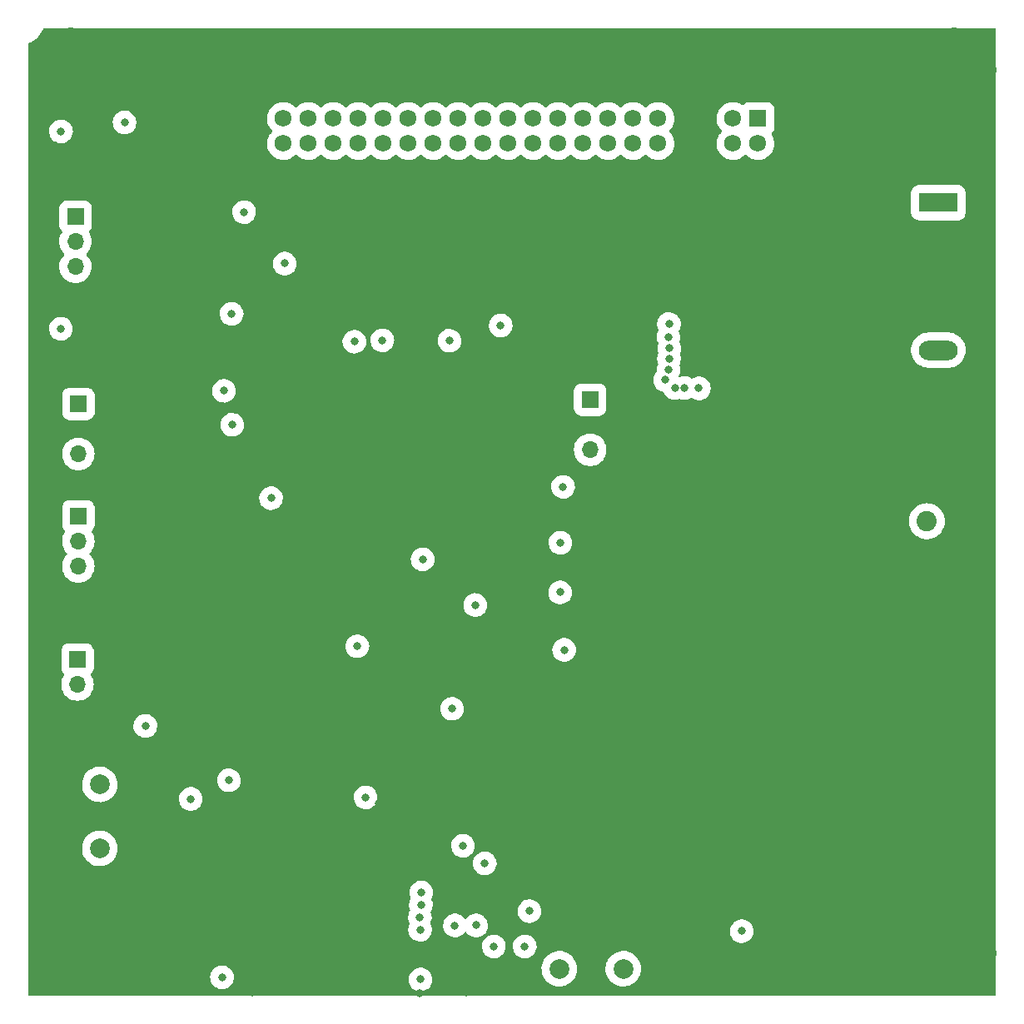
<source format=gbr>
%TF.GenerationSoftware,KiCad,Pcbnew,6.0.5-a6ca702e91~116~ubuntu22.04.1*%
%TF.CreationDate,2022-06-14T21:35:23-07:00*%
%TF.ProjectId,aprs-esp32,61707273-2d65-4737-9033-322e6b696361,v1.0.0*%
%TF.SameCoordinates,Original*%
%TF.FileFunction,Copper,L2,Inr*%
%TF.FilePolarity,Positive*%
%FSLAX46Y46*%
G04 Gerber Fmt 4.6, Leading zero omitted, Abs format (unit mm)*
G04 Created by KiCad (PCBNEW 6.0.5-a6ca702e91~116~ubuntu22.04.1) date 2022-06-14 21:35:23*
%MOMM*%
%LPD*%
G01*
G04 APERTURE LIST*
%TA.AperFunction,ComponentPad*%
%ADD10C,2.000000*%
%TD*%
%TA.AperFunction,ComponentPad*%
%ADD11C,1.725000*%
%TD*%
%TA.AperFunction,ComponentPad*%
%ADD12R,1.725000X1.725000*%
%TD*%
%TA.AperFunction,ComponentPad*%
%ADD13C,2.050000*%
%TD*%
%TA.AperFunction,ComponentPad*%
%ADD14C,2.250000*%
%TD*%
%TA.AperFunction,ComponentPad*%
%ADD15R,3.960000X1.980000*%
%TD*%
%TA.AperFunction,ComponentPad*%
%ADD16O,3.960000X1.980000*%
%TD*%
%TA.AperFunction,ComponentPad*%
%ADD17R,1.700000X1.700000*%
%TD*%
%TA.AperFunction,ComponentPad*%
%ADD18O,1.700000X1.700000*%
%TD*%
%TA.AperFunction,ComponentPad*%
%ADD19C,0.900000*%
%TD*%
%TA.AperFunction,ComponentPad*%
%ADD20C,8.600000*%
%TD*%
%TA.AperFunction,ComponentPad*%
%ADD21C,0.610000*%
%TD*%
%TA.AperFunction,ViaPad*%
%ADD22C,0.800000*%
%TD*%
G04 APERTURE END LIST*
D10*
%TO.N,ESP_PROG*%
%TO.C,SW2*%
X28065000Y-97715000D03*
X28065000Y-104215000D03*
%TO.N,GND*%
X23565000Y-97715000D03*
X23565000Y-104215000D03*
%TD*%
D11*
%TO.N,GPS_RX*%
%TO.C,J5*%
X46740000Y-32540000D03*
%TO.N,GPS_TX*%
X46740000Y-30000000D03*
%TO.N,GPIO23*%
X49280000Y-32540000D03*
%TO.N,ONE_WIRE*%
X49280000Y-30000000D03*
%TO.N,GPIO015*%
X51820000Y-32540000D03*
%TO.N,I2C_SA*%
X51820000Y-30000000D03*
%TO.N,GPIO012*%
X54360000Y-32540000D03*
%TO.N,I2C_SCL*%
X54360000Y-30000000D03*
%TO.N,GPIO27*%
X56900000Y-32540000D03*
%TO.N,unconnected-(J5-Pad31)*%
X56900000Y-30000000D03*
%TO.N,GPIO26*%
X59440000Y-32540000D03*
%TO.N,GPIO35*%
X59440000Y-30000000D03*
%TO.N,GPIO032*%
X61980000Y-32540000D03*
%TO.N,AF_OUT*%
X61980000Y-30000000D03*
%TO.N,GPIO34*%
X64520000Y-32540000D03*
%TO.N,unconnected-(J5-Pad25)*%
X64520000Y-30000000D03*
%TO.N,AUDIO_IN*%
X67060000Y-32540000D03*
%TO.N,unconnected-(J5-Pad23)*%
X67060000Y-30000000D03*
%TO.N,unconnected-(J5-Pad22)*%
X69600000Y-32540000D03*
%TO.N,SQ*%
X69600000Y-30000000D03*
%TO.N,4V_E*%
X72140000Y-32540000D03*
X72140000Y-30000000D03*
X74680000Y-32540000D03*
X74680000Y-30000000D03*
%TO.N,+3V3_E*%
X77220000Y-32540000D03*
X77220000Y-30000000D03*
X79760000Y-32540000D03*
X79760000Y-30000000D03*
%TO.N,+3V3*%
X82300000Y-32540000D03*
X82300000Y-30000000D03*
X84840000Y-32540000D03*
X84840000Y-30000000D03*
%TO.N,GND*%
X87380000Y-32540000D03*
X87380000Y-30000000D03*
X89920000Y-32540000D03*
X89920000Y-30000000D03*
%TO.N,+4V*%
X92460000Y-32540000D03*
X92460000Y-30000000D03*
X95000000Y-32540000D03*
D12*
X95000000Y-30000000D03*
%TD*%
D13*
%TO.N,/RF_OUT*%
%TO.C,J7*%
X112186370Y-70945645D03*
D14*
%TO.N,GND*%
X114726370Y-73485645D03*
X109646370Y-73485645D03*
X114726370Y-68405645D03*
X109646370Y-68405645D03*
%TD*%
D15*
%TO.N,+4V*%
%TO.C,J3*%
X113345000Y-38545000D03*
D16*
%TO.N,GND*%
X113345000Y-43545000D03*
X113345000Y-48545000D03*
%TO.N,+3V3*%
X113345000Y-53545000D03*
%TD*%
D17*
%TO.N,ESP_TX*%
%TO.C,J8*%
X25798507Y-85003164D03*
D18*
%TO.N,ESP_RX*%
X25798507Y-87543164D03*
%TO.N,GND*%
X25798507Y-90083164D03*
%TD*%
D17*
%TO.N,unconnected-(J6-Pad1)*%
%TO.C,J6*%
X77940218Y-58596018D03*
D18*
%TO.N,GND*%
X77940218Y-61136018D03*
%TO.N,/RF_HI_ENA*%
X77940218Y-63676018D03*
%TD*%
D19*
%TO.N,GND*%
%TO.C,H4*%
X118145000Y-114920000D03*
D20*
X114920000Y-114920000D03*
D19*
X112639581Y-117200419D03*
X111695000Y-114920000D03*
X117200419Y-117200419D03*
X114920000Y-111695000D03*
X117200419Y-112639581D03*
X114920000Y-118145000D03*
X112639581Y-112639581D03*
%TD*%
D21*
%TO.N,GND*%
%TO.C,FL1*%
X110051659Y-61761266D03*
X110051659Y-63971266D03*
%TD*%
D20*
%TO.N,GND*%
%TO.C,H3*%
X25080000Y-114920000D03*
D19*
X21855000Y-114920000D03*
X25080000Y-118145000D03*
X27360419Y-112639581D03*
X27360419Y-117200419D03*
X22799581Y-117200419D03*
X22799581Y-112639581D03*
X28305000Y-114920000D03*
X25080000Y-111695000D03*
%TD*%
D17*
%TO.N,+3V3*%
%TO.C,J2*%
X25885000Y-59025000D03*
D18*
%TO.N,GND*%
X25885000Y-61565000D03*
%TO.N,ONE_WIRE*%
X25885000Y-64105000D03*
%TD*%
D17*
%TO.N,+3V3*%
%TO.C,J4*%
X25592860Y-39985000D03*
D18*
%TO.N,I2C_SCL*%
X25592860Y-42525000D03*
%TO.N,I2C_SA*%
X25592860Y-45065000D03*
%TO.N,GND*%
X25592860Y-47605000D03*
%TD*%
D19*
%TO.N,GND*%
%TO.C,H2*%
X27360419Y-22799581D03*
D20*
X25080000Y-25080000D03*
D19*
X21855000Y-25080000D03*
X27360419Y-27360419D03*
X22799581Y-27360419D03*
X25080000Y-28305000D03*
X22799581Y-22799581D03*
X25080000Y-21855000D03*
X28305000Y-25080000D03*
%TD*%
%TO.N,GND*%
%TO.C,H1*%
X118145000Y-25080000D03*
X111695000Y-25080000D03*
D20*
X114920000Y-25080000D03*
D19*
X117200419Y-27360419D03*
X114920000Y-28305000D03*
X117200419Y-22799581D03*
X114920000Y-21855000D03*
X112639581Y-27360419D03*
X112639581Y-22799581D03*
%TD*%
D17*
%TO.N,+3V3*%
%TO.C,J1*%
X25885000Y-70455000D03*
D18*
%TO.N,GPS_TX*%
X25885000Y-72995000D03*
%TO.N,GPS_RX*%
X25885000Y-75535000D03*
%TO.N,GND*%
X25885000Y-78075000D03*
%TD*%
D10*
%TO.N,GND*%
%TO.C,SW1*%
X81299009Y-111952171D03*
X74799009Y-111952171D03*
%TO.N,ESP_ENA*%
X74799009Y-116452171D03*
X81299009Y-116452171D03*
%TD*%
D22*
%TO.N,+3V3*%
X24105000Y-51365000D03*
X66245000Y-79465000D03*
X60905000Y-74815000D03*
%TO.N,GND*%
X43615000Y-118835000D03*
X81595000Y-102945000D03*
X81985000Y-97475000D03*
X95615000Y-57545000D03*
%TO.N,+3V3*%
X41535000Y-61135000D03*
X41485000Y-49855000D03*
X42745000Y-39505000D03*
X24125000Y-31305000D03*
X30585000Y-30395000D03*
X46865000Y-44735000D03*
X40685000Y-57675000D03*
X45485000Y-68605000D03*
%TO.N,AF_OUT*%
X63635000Y-52585000D03*
%TO.N,RADIO_RX_LOW*%
X54265000Y-83665000D03*
X32695000Y-91765000D03*
%TO.N,SQ*%
X63895000Y-90015000D03*
%TO.N,GPIO015*%
X53965000Y-52685000D03*
%TO.N,ONE_WIRE*%
X55095275Y-99024725D03*
%TO.N,PTT_LOW*%
X68845000Y-51045000D03*
%TO.N,+4V*%
X75185000Y-67445000D03*
%TO.N,GND*%
X56485000Y-99645000D03*
X46305000Y-90525000D03*
%TO.N,GPIO23*%
X37305000Y-99185000D03*
%TO.N,AUDIO_IN*%
X71755000Y-110595000D03*
%TO.N,PTT_LOW*%
X60759200Y-108707400D03*
%TO.N,GPIO27*%
X65005000Y-103945000D03*
%TO.N,ESP_PROG*%
X41205000Y-97295000D03*
%TO.N,GND*%
X60905000Y-92105000D03*
X51745000Y-114305000D03*
X98255000Y-57435000D03*
X92035000Y-51065000D03*
X93495000Y-57535000D03*
X53494800Y-109367800D03*
X65375000Y-118825000D03*
X92135000Y-53275000D03*
X66685000Y-118785000D03*
X91945000Y-52185000D03*
X97095000Y-57515000D03*
X51589800Y-111247400D03*
X51412000Y-109393200D03*
X91375000Y-57645000D03*
X71195000Y-118715000D03*
X87965000Y-110755000D03*
X63855000Y-118765000D03*
X92315000Y-55805000D03*
X49761000Y-109418600D03*
X32065000Y-74845000D03*
X68585000Y-118665000D03*
X52745000Y-114315000D03*
X60615000Y-118935000D03*
X92435000Y-57605000D03*
%TO.N,+4V*%
X85895000Y-55555000D03*
X85895000Y-52205000D03*
X85955000Y-50895000D03*
X75295000Y-84035000D03*
X85955000Y-54425000D03*
X85975000Y-53345000D03*
X74885000Y-78175000D03*
X86545000Y-57405000D03*
X88995000Y-57435000D03*
X87545000Y-57405000D03*
X85565000Y-56585000D03*
X74908800Y-73130400D03*
%TO.N,GPIO34*%
X60638928Y-112491072D03*
%TO.N,GPIO032*%
X60718928Y-109951072D03*
%TO.N,GPIO012*%
X56805000Y-52545000D03*
%TO.N,GPIO26*%
X67225000Y-105745000D03*
%TO.N,GPIO35*%
X60628928Y-111221072D03*
%TO.N,+3V3*%
X71285000Y-114185000D03*
X60675000Y-117545000D03*
X68145000Y-114195000D03*
X64185000Y-112055000D03*
X93345000Y-112635000D03*
X66335000Y-112045000D03*
%TO.N,GPIO23*%
X40495000Y-117325000D03*
%TD*%
%TA.AperFunction,Conductor*%
%TO.N,GND*%
G36*
X119141621Y-20820502D02*
G01*
X119188114Y-20874158D01*
X119199500Y-20926500D01*
X119199500Y-119073500D01*
X119179498Y-119141621D01*
X119125842Y-119188114D01*
X119073500Y-119199500D01*
X20926500Y-119199500D01*
X20858379Y-119179498D01*
X20811886Y-119125842D01*
X20800500Y-119073500D01*
X20800500Y-117293440D01*
X39289770Y-117293440D01*
X39304200Y-117513604D01*
X39305621Y-117519200D01*
X39305622Y-117519205D01*
X39334517Y-117632978D01*
X39358511Y-117727452D01*
X39360928Y-117732694D01*
X39360928Y-117732695D01*
X39399046Y-117815379D01*
X39450883Y-117927821D01*
X39578222Y-118108002D01*
X39736264Y-118261961D01*
X39741060Y-118265166D01*
X39741063Y-118265168D01*
X39841128Y-118332029D01*
X39919717Y-118384540D01*
X39925020Y-118386818D01*
X39925023Y-118386820D01*
X40117129Y-118469355D01*
X40122436Y-118471635D01*
X40182243Y-118485168D01*
X40331995Y-118519054D01*
X40332001Y-118519055D01*
X40337632Y-118520329D01*
X40343403Y-118520556D01*
X40343405Y-118520556D01*
X40411211Y-118523220D01*
X40558098Y-118528991D01*
X40667275Y-118513161D01*
X40770738Y-118498160D01*
X40770743Y-118498159D01*
X40776452Y-118497331D01*
X40781916Y-118495476D01*
X40781921Y-118495475D01*
X40979907Y-118428268D01*
X40979912Y-118428266D01*
X40985379Y-118426410D01*
X41036970Y-118397518D01*
X41169518Y-118323287D01*
X41177884Y-118318602D01*
X41288871Y-118226295D01*
X41343086Y-118181204D01*
X41347518Y-118177518D01*
X41405334Y-118108002D01*
X41484908Y-118012326D01*
X41484910Y-118012323D01*
X41488602Y-118007884D01*
X41596410Y-117815379D01*
X41598266Y-117809912D01*
X41598268Y-117809907D01*
X41665475Y-117611921D01*
X41665476Y-117611916D01*
X41667331Y-117606452D01*
X41668159Y-117600743D01*
X41668160Y-117600738D01*
X41680817Y-117513440D01*
X59469770Y-117513440D01*
X59484200Y-117733604D01*
X59485621Y-117739200D01*
X59485622Y-117739205D01*
X59530358Y-117915350D01*
X59538511Y-117947452D01*
X59540928Y-117952694D01*
X59540928Y-117952695D01*
X59579046Y-118035379D01*
X59630883Y-118147821D01*
X59758222Y-118328002D01*
X59916264Y-118481961D01*
X59921060Y-118485166D01*
X59921063Y-118485168D01*
X60005261Y-118541427D01*
X60099717Y-118604540D01*
X60105020Y-118606818D01*
X60105023Y-118606820D01*
X60297129Y-118689355D01*
X60302436Y-118691635D01*
X60382088Y-118709658D01*
X60511995Y-118739054D01*
X60512001Y-118739055D01*
X60517632Y-118740329D01*
X60523403Y-118740556D01*
X60523405Y-118740556D01*
X60591211Y-118743220D01*
X60738098Y-118748991D01*
X60847275Y-118733161D01*
X60950738Y-118718160D01*
X60950743Y-118718159D01*
X60956452Y-118717331D01*
X60961916Y-118715476D01*
X60961921Y-118715475D01*
X61159907Y-118648268D01*
X61159912Y-118648266D01*
X61165379Y-118646410D01*
X61357884Y-118538602D01*
X61409739Y-118495475D01*
X61523086Y-118401204D01*
X61527518Y-118397518D01*
X61593152Y-118318602D01*
X61664908Y-118232326D01*
X61664910Y-118232323D01*
X61668602Y-118227884D01*
X61765107Y-118055562D01*
X61773586Y-118040422D01*
X61773587Y-118040420D01*
X61776410Y-118035379D01*
X61778266Y-118029912D01*
X61778268Y-118029907D01*
X61845475Y-117831921D01*
X61845476Y-117831916D01*
X61847331Y-117826452D01*
X61848159Y-117820743D01*
X61848160Y-117820738D01*
X61874841Y-117636718D01*
X61878991Y-117608098D01*
X61880643Y-117545000D01*
X61860454Y-117325289D01*
X61800565Y-117112936D01*
X61702980Y-116915053D01*
X61686465Y-116892936D01*
X61574420Y-116742891D01*
X61574420Y-116742890D01*
X61570967Y-116738267D01*
X61408949Y-116588499D01*
X61222350Y-116470764D01*
X61057277Y-116404907D01*
X72994079Y-116404907D01*
X72994303Y-116409574D01*
X72994303Y-116409579D01*
X72998629Y-116499632D01*
X73006918Y-116672212D01*
X73059127Y-116934683D01*
X73149558Y-117186554D01*
X73151774Y-117190678D01*
X73225938Y-117328704D01*
X73276224Y-117422292D01*
X73279019Y-117426035D01*
X73279021Y-117426038D01*
X73409476Y-117600738D01*
X73436344Y-117636718D01*
X73439651Y-117639996D01*
X73439656Y-117640002D01*
X73623083Y-117821834D01*
X73626399Y-117825121D01*
X73630165Y-117827883D01*
X73630167Y-117827884D01*
X73800388Y-117952695D01*
X73842214Y-117983363D01*
X73846349Y-117985539D01*
X73846353Y-117985541D01*
X73975927Y-118053713D01*
X74079048Y-118107968D01*
X74083467Y-118109511D01*
X74327282Y-118194655D01*
X74327288Y-118194657D01*
X74331699Y-118196197D01*
X74336292Y-118197069D01*
X74521993Y-118232326D01*
X74594615Y-118246114D01*
X74721625Y-118251104D01*
X74857354Y-118256437D01*
X74857359Y-118256437D01*
X74862022Y-118256620D01*
X74957952Y-118246114D01*
X75123391Y-118227996D01*
X75123396Y-118227995D01*
X75128044Y-118227486D01*
X75145695Y-118222839D01*
X75382318Y-118160541D01*
X75386838Y-118159351D01*
X75517332Y-118103287D01*
X75628416Y-118055562D01*
X75628419Y-118055560D01*
X75632719Y-118053713D01*
X75636699Y-118051250D01*
X75636703Y-118051248D01*
X75856311Y-117915350D01*
X75856315Y-117915347D01*
X75860284Y-117912891D01*
X75955930Y-117831921D01*
X76060969Y-117742999D01*
X76060970Y-117742998D01*
X76064535Y-117739980D01*
X76180193Y-117608098D01*
X76237903Y-117542293D01*
X76237907Y-117542288D01*
X76240985Y-117538778D01*
X76253575Y-117519205D01*
X76383228Y-117317636D01*
X76383231Y-117317631D01*
X76385756Y-117313705D01*
X76495670Y-117069705D01*
X76537825Y-116920234D01*
X76567041Y-116816644D01*
X76567042Y-116816641D01*
X76568311Y-116812140D01*
X76580080Y-116719632D01*
X76601686Y-116549796D01*
X76601686Y-116549792D01*
X76602084Y-116546666D01*
X76602707Y-116522891D01*
X76603534Y-116491278D01*
X76604558Y-116452171D01*
X76601046Y-116404907D01*
X79494079Y-116404907D01*
X79494303Y-116409574D01*
X79494303Y-116409579D01*
X79498629Y-116499632D01*
X79506918Y-116672212D01*
X79559127Y-116934683D01*
X79649558Y-117186554D01*
X79651774Y-117190678D01*
X79725938Y-117328704D01*
X79776224Y-117422292D01*
X79779019Y-117426035D01*
X79779021Y-117426038D01*
X79909476Y-117600738D01*
X79936344Y-117636718D01*
X79939651Y-117639996D01*
X79939656Y-117640002D01*
X80123083Y-117821834D01*
X80126399Y-117825121D01*
X80130165Y-117827883D01*
X80130167Y-117827884D01*
X80300388Y-117952695D01*
X80342214Y-117983363D01*
X80346349Y-117985539D01*
X80346353Y-117985541D01*
X80475927Y-118053713D01*
X80579048Y-118107968D01*
X80583467Y-118109511D01*
X80827282Y-118194655D01*
X80827288Y-118194657D01*
X80831699Y-118196197D01*
X80836292Y-118197069D01*
X81021993Y-118232326D01*
X81094615Y-118246114D01*
X81221625Y-118251104D01*
X81357354Y-118256437D01*
X81357359Y-118256437D01*
X81362022Y-118256620D01*
X81457952Y-118246114D01*
X81623391Y-118227996D01*
X81623396Y-118227995D01*
X81628044Y-118227486D01*
X81645695Y-118222839D01*
X81882318Y-118160541D01*
X81886838Y-118159351D01*
X82017332Y-118103287D01*
X82128416Y-118055562D01*
X82128419Y-118055560D01*
X82132719Y-118053713D01*
X82136699Y-118051250D01*
X82136703Y-118051248D01*
X82356311Y-117915350D01*
X82356315Y-117915347D01*
X82360284Y-117912891D01*
X82455930Y-117831921D01*
X82560969Y-117742999D01*
X82560970Y-117742998D01*
X82564535Y-117739980D01*
X82680193Y-117608098D01*
X82737903Y-117542293D01*
X82737907Y-117542288D01*
X82740985Y-117538778D01*
X82753575Y-117519205D01*
X82883228Y-117317636D01*
X82883231Y-117317631D01*
X82885756Y-117313705D01*
X82995670Y-117069705D01*
X83037825Y-116920234D01*
X83067041Y-116816644D01*
X83067042Y-116816641D01*
X83068311Y-116812140D01*
X83080080Y-116719632D01*
X83101686Y-116549796D01*
X83101686Y-116549792D01*
X83102084Y-116546666D01*
X83102707Y-116522891D01*
X83103534Y-116491278D01*
X83104558Y-116452171D01*
X83099864Y-116389006D01*
X83085073Y-116189959D01*
X83085072Y-116189955D01*
X83084726Y-116185294D01*
X83081041Y-116169006D01*
X83026695Y-115928837D01*
X83025664Y-115924280D01*
X82928671Y-115674862D01*
X82795877Y-115442521D01*
X82630199Y-115232360D01*
X82435278Y-115048996D01*
X82215394Y-114896457D01*
X82211203Y-114894390D01*
X81979568Y-114780160D01*
X81979565Y-114780159D01*
X81975380Y-114778095D01*
X81720506Y-114696509D01*
X81557161Y-114669907D01*
X81460985Y-114654244D01*
X81460984Y-114654244D01*
X81456373Y-114653493D01*
X81322578Y-114651741D01*
X81193460Y-114650051D01*
X81193457Y-114650051D01*
X81188783Y-114649990D01*
X80923614Y-114686078D01*
X80919127Y-114687386D01*
X80919126Y-114687386D01*
X80887826Y-114696509D01*
X80666692Y-114760963D01*
X80662439Y-114762923D01*
X80662438Y-114762924D01*
X80619810Y-114782576D01*
X80423661Y-114873002D01*
X80419752Y-114875565D01*
X80203773Y-115017167D01*
X80203768Y-115017171D01*
X80199860Y-115019733D01*
X80000206Y-115197931D01*
X79955795Y-115251330D01*
X79848319Y-115380556D01*
X79829084Y-115403683D01*
X79690253Y-115632469D01*
X79586764Y-115879262D01*
X79585613Y-115883794D01*
X79585612Y-115883797D01*
X79524824Y-116123150D01*
X79520890Y-116138641D01*
X79494079Y-116404907D01*
X76601046Y-116404907D01*
X76599864Y-116389006D01*
X76585073Y-116189959D01*
X76585072Y-116189955D01*
X76584726Y-116185294D01*
X76581041Y-116169006D01*
X76526695Y-115928837D01*
X76525664Y-115924280D01*
X76428671Y-115674862D01*
X76295877Y-115442521D01*
X76130199Y-115232360D01*
X75935278Y-115048996D01*
X75715394Y-114896457D01*
X75711203Y-114894390D01*
X75479568Y-114780160D01*
X75479565Y-114780159D01*
X75475380Y-114778095D01*
X75220506Y-114696509D01*
X75057161Y-114669907D01*
X74960985Y-114654244D01*
X74960984Y-114654244D01*
X74956373Y-114653493D01*
X74822578Y-114651741D01*
X74693460Y-114650051D01*
X74693457Y-114650051D01*
X74688783Y-114649990D01*
X74423614Y-114686078D01*
X74419127Y-114687386D01*
X74419126Y-114687386D01*
X74387826Y-114696509D01*
X74166692Y-114760963D01*
X74162439Y-114762923D01*
X74162438Y-114762924D01*
X74119810Y-114782576D01*
X73923661Y-114873002D01*
X73919752Y-114875565D01*
X73703773Y-115017167D01*
X73703768Y-115017171D01*
X73699860Y-115019733D01*
X73500206Y-115197931D01*
X73455795Y-115251330D01*
X73348319Y-115380556D01*
X73329084Y-115403683D01*
X73190253Y-115632469D01*
X73086764Y-115879262D01*
X73085613Y-115883794D01*
X73085612Y-115883797D01*
X73024824Y-116123150D01*
X73020890Y-116138641D01*
X72994079Y-116404907D01*
X61057277Y-116404907D01*
X61017421Y-116389006D01*
X61011761Y-116387880D01*
X61011757Y-116387879D01*
X60806691Y-116347089D01*
X60806688Y-116347089D01*
X60801024Y-116345962D01*
X60795249Y-116345886D01*
X60795245Y-116345886D01*
X60684504Y-116344437D01*
X60580406Y-116343074D01*
X60574709Y-116344053D01*
X60574708Y-116344053D01*
X60368654Y-116379459D01*
X60368653Y-116379459D01*
X60362957Y-116380438D01*
X60155957Y-116456804D01*
X60150996Y-116459756D01*
X60150995Y-116459756D01*
X60098012Y-116491278D01*
X59966341Y-116569614D01*
X59800457Y-116715090D01*
X59663863Y-116888360D01*
X59561131Y-117083620D01*
X59495703Y-117294333D01*
X59469770Y-117513440D01*
X41680817Y-117513440D01*
X41698458Y-117391772D01*
X41698991Y-117388098D01*
X41700643Y-117325000D01*
X41680454Y-117105289D01*
X41670419Y-117069705D01*
X41628264Y-116920234D01*
X41620565Y-116892936D01*
X41522980Y-116695053D01*
X41502437Y-116667542D01*
X41394420Y-116522891D01*
X41394420Y-116522890D01*
X41390967Y-116518267D01*
X41263299Y-116400252D01*
X41233189Y-116372418D01*
X41233186Y-116372416D01*
X41228949Y-116368499D01*
X41042350Y-116250764D01*
X40837421Y-116169006D01*
X40831761Y-116167880D01*
X40831757Y-116167879D01*
X40626691Y-116127089D01*
X40626688Y-116127089D01*
X40621024Y-116125962D01*
X40615249Y-116125886D01*
X40615245Y-116125886D01*
X40504504Y-116124437D01*
X40400406Y-116123074D01*
X40394709Y-116124053D01*
X40394708Y-116124053D01*
X40188654Y-116159459D01*
X40188653Y-116159459D01*
X40182957Y-116160438D01*
X39975957Y-116236804D01*
X39786341Y-116349614D01*
X39620457Y-116495090D01*
X39483863Y-116668360D01*
X39381131Y-116863620D01*
X39315703Y-117074333D01*
X39289770Y-117293440D01*
X20800500Y-117293440D01*
X20800500Y-114163440D01*
X66939770Y-114163440D01*
X66954200Y-114383604D01*
X66955621Y-114389200D01*
X66955622Y-114389205D01*
X67004550Y-114581857D01*
X67008511Y-114597452D01*
X67010928Y-114602694D01*
X67010928Y-114602695D01*
X67046761Y-114680422D01*
X67100883Y-114797821D01*
X67228222Y-114978002D01*
X67386264Y-115131961D01*
X67391060Y-115135166D01*
X67391063Y-115135168D01*
X67531733Y-115229160D01*
X67569717Y-115254540D01*
X67575020Y-115256818D01*
X67575023Y-115256820D01*
X67749160Y-115331635D01*
X67772436Y-115341635D01*
X67833600Y-115355475D01*
X67981995Y-115389054D01*
X67982001Y-115389055D01*
X67987632Y-115390329D01*
X67993403Y-115390556D01*
X67993405Y-115390556D01*
X68061211Y-115393220D01*
X68208098Y-115398991D01*
X68317275Y-115383161D01*
X68420738Y-115368160D01*
X68420743Y-115368159D01*
X68426452Y-115367331D01*
X68431916Y-115365476D01*
X68431921Y-115365475D01*
X68629907Y-115298268D01*
X68629912Y-115298266D01*
X68635379Y-115296410D01*
X68653236Y-115286410D01*
X68723928Y-115246820D01*
X68827884Y-115188602D01*
X68844350Y-115174908D01*
X68966397Y-115073402D01*
X68997518Y-115047518D01*
X69138602Y-114877884D01*
X69246410Y-114685379D01*
X69248266Y-114679912D01*
X69248268Y-114679907D01*
X69315475Y-114481921D01*
X69315476Y-114481916D01*
X69317331Y-114476452D01*
X69318159Y-114470743D01*
X69318160Y-114470738D01*
X69348458Y-114261772D01*
X69348991Y-114258098D01*
X69350643Y-114195000D01*
X69346824Y-114153440D01*
X70079770Y-114153440D01*
X70094200Y-114373604D01*
X70095621Y-114379200D01*
X70095622Y-114379205D01*
X70120320Y-114476452D01*
X70148511Y-114587452D01*
X70150928Y-114592694D01*
X70150928Y-114592695D01*
X70195981Y-114690422D01*
X70240883Y-114787821D01*
X70368222Y-114968002D01*
X70526264Y-115121961D01*
X70531060Y-115125166D01*
X70531063Y-115125168D01*
X70639961Y-115197931D01*
X70709717Y-115244540D01*
X70715020Y-115246818D01*
X70715023Y-115246820D01*
X70834772Y-115298268D01*
X70912436Y-115331635D01*
X70992088Y-115349658D01*
X71121995Y-115379054D01*
X71122001Y-115379055D01*
X71127632Y-115380329D01*
X71133403Y-115380556D01*
X71133405Y-115380556D01*
X71201211Y-115383220D01*
X71348098Y-115388991D01*
X71457275Y-115373161D01*
X71560738Y-115358160D01*
X71560743Y-115358159D01*
X71566452Y-115357331D01*
X71571916Y-115355476D01*
X71571921Y-115355475D01*
X71769907Y-115288268D01*
X71769912Y-115288266D01*
X71775379Y-115286410D01*
X71967884Y-115178602D01*
X72020108Y-115135168D01*
X72133086Y-115041204D01*
X72137518Y-115037518D01*
X72272214Y-114875565D01*
X72274908Y-114872326D01*
X72274910Y-114872323D01*
X72278602Y-114867884D01*
X72386410Y-114675379D01*
X72388266Y-114669912D01*
X72388268Y-114669907D01*
X72455475Y-114471921D01*
X72455476Y-114471916D01*
X72457331Y-114466452D01*
X72458159Y-114460743D01*
X72458160Y-114460738D01*
X72488458Y-114251772D01*
X72488991Y-114248098D01*
X72490643Y-114185000D01*
X72470454Y-113965289D01*
X72410565Y-113752936D01*
X72312980Y-113555053D01*
X72297128Y-113533824D01*
X72184420Y-113382891D01*
X72184420Y-113382890D01*
X72180967Y-113378267D01*
X72051935Y-113258991D01*
X72023189Y-113232418D01*
X72023186Y-113232416D01*
X72018949Y-113228499D01*
X71832350Y-113110764D01*
X71627421Y-113029006D01*
X71621761Y-113027880D01*
X71621757Y-113027879D01*
X71416691Y-112987089D01*
X71416688Y-112987089D01*
X71411024Y-112985962D01*
X71405249Y-112985886D01*
X71405245Y-112985886D01*
X71294504Y-112984437D01*
X71190406Y-112983074D01*
X71184709Y-112984053D01*
X71184708Y-112984053D01*
X70978654Y-113019459D01*
X70978653Y-113019459D01*
X70972957Y-113020438D01*
X70765957Y-113096804D01*
X70760996Y-113099756D01*
X70760995Y-113099756D01*
X70636277Y-113173956D01*
X70576341Y-113209614D01*
X70410457Y-113355090D01*
X70273863Y-113528360D01*
X70171131Y-113723620D01*
X70105703Y-113934333D01*
X70079770Y-114153440D01*
X69346824Y-114153440D01*
X69330454Y-113975289D01*
X69317348Y-113928816D01*
X69289636Y-113830556D01*
X69270565Y-113762936D01*
X69172980Y-113565053D01*
X69169382Y-113560234D01*
X69044420Y-113392891D01*
X69044420Y-113392890D01*
X69040967Y-113388267D01*
X68900872Y-113258764D01*
X68883189Y-113242418D01*
X68883186Y-113242416D01*
X68878949Y-113238499D01*
X68692350Y-113120764D01*
X68487421Y-113039006D01*
X68481761Y-113037880D01*
X68481757Y-113037879D01*
X68276691Y-112997089D01*
X68276688Y-112997089D01*
X68271024Y-112995962D01*
X68265249Y-112995886D01*
X68265245Y-112995886D01*
X68154504Y-112994437D01*
X68050406Y-112993074D01*
X68044709Y-112994053D01*
X68044708Y-112994053D01*
X67838654Y-113029459D01*
X67838653Y-113029459D01*
X67832957Y-113030438D01*
X67625957Y-113106804D01*
X67620996Y-113109756D01*
X67620995Y-113109756D01*
X67458115Y-113206660D01*
X67436341Y-113219614D01*
X67270457Y-113365090D01*
X67133863Y-113538360D01*
X67031131Y-113733620D01*
X66965703Y-113944333D01*
X66939770Y-114163440D01*
X20800500Y-114163440D01*
X20800500Y-111189512D01*
X59423698Y-111189512D01*
X59438128Y-111409676D01*
X59439549Y-111415272D01*
X59439550Y-111415277D01*
X59464851Y-111514899D01*
X59492439Y-111623524D01*
X59494856Y-111628766D01*
X59494856Y-111628767D01*
X59581459Y-111816622D01*
X59591814Y-111886859D01*
X59578541Y-111928041D01*
X59525059Y-112029692D01*
X59459631Y-112240405D01*
X59433698Y-112459512D01*
X59448128Y-112679676D01*
X59449549Y-112685272D01*
X59449550Y-112685277D01*
X59488338Y-112838002D01*
X59502439Y-112893524D01*
X59504856Y-112898766D01*
X59504856Y-112898767D01*
X59548784Y-112994053D01*
X59594811Y-113093893D01*
X59722150Y-113274074D01*
X59880192Y-113428033D01*
X59884988Y-113431238D01*
X59884991Y-113431240D01*
X59969189Y-113487499D01*
X60063645Y-113550612D01*
X60068948Y-113552890D01*
X60068951Y-113552892D01*
X60251747Y-113631427D01*
X60266364Y-113637707D01*
X60346016Y-113655730D01*
X60475923Y-113685126D01*
X60475929Y-113685127D01*
X60481560Y-113686401D01*
X60487331Y-113686628D01*
X60487333Y-113686628D01*
X60555139Y-113689292D01*
X60702026Y-113695063D01*
X60811203Y-113679233D01*
X60914666Y-113664232D01*
X60914671Y-113664231D01*
X60920380Y-113663403D01*
X60925844Y-113661548D01*
X60925849Y-113661547D01*
X61123835Y-113594340D01*
X61123840Y-113594338D01*
X61129307Y-113592482D01*
X61160224Y-113575168D01*
X61243805Y-113528360D01*
X61321812Y-113484674D01*
X61491446Y-113343590D01*
X61561807Y-113258991D01*
X61628836Y-113178398D01*
X61628838Y-113178395D01*
X61632530Y-113173956D01*
X61712109Y-113031857D01*
X61737514Y-112986494D01*
X61737515Y-112986492D01*
X61740338Y-112981451D01*
X61742194Y-112975984D01*
X61742196Y-112975979D01*
X61809403Y-112777993D01*
X61809404Y-112777988D01*
X61811259Y-112772524D01*
X61812087Y-112766815D01*
X61812088Y-112766810D01*
X61842386Y-112557844D01*
X61842919Y-112554170D01*
X61844571Y-112491072D01*
X61824382Y-112271361D01*
X61818134Y-112249205D01*
X61778338Y-112108098D01*
X61764493Y-112059008D01*
X61746953Y-112023440D01*
X62979770Y-112023440D01*
X62994200Y-112243604D01*
X62995621Y-112249200D01*
X62995622Y-112249205D01*
X63015241Y-112326452D01*
X63048511Y-112457452D01*
X63140883Y-112657821D01*
X63268222Y-112838002D01*
X63426264Y-112991961D01*
X63431060Y-112995166D01*
X63431063Y-112995168D01*
X63604911Y-113111329D01*
X63609717Y-113114540D01*
X63615020Y-113116818D01*
X63615023Y-113116820D01*
X63789160Y-113191635D01*
X63812436Y-113201635D01*
X63864536Y-113213424D01*
X64021995Y-113249054D01*
X64022001Y-113249055D01*
X64027632Y-113250329D01*
X64033403Y-113250556D01*
X64033405Y-113250556D01*
X64101211Y-113253220D01*
X64248098Y-113258991D01*
X64361579Y-113242537D01*
X64460738Y-113228160D01*
X64460743Y-113228159D01*
X64466452Y-113227331D01*
X64471916Y-113225476D01*
X64471921Y-113225475D01*
X64669907Y-113158268D01*
X64669912Y-113158266D01*
X64675379Y-113156410D01*
X64693236Y-113146410D01*
X64763957Y-113106804D01*
X64867884Y-113048602D01*
X64874987Y-113042695D01*
X65033086Y-112911204D01*
X65037518Y-112907518D01*
X65168713Y-112749774D01*
X65227651Y-112710191D01*
X65298633Y-112708755D01*
X65359123Y-112745922D01*
X65368483Y-112757623D01*
X65418222Y-112828002D01*
X65576264Y-112981961D01*
X65581060Y-112985166D01*
X65581063Y-112985168D01*
X65752557Y-113099756D01*
X65759717Y-113104540D01*
X65765020Y-113106818D01*
X65765023Y-113106820D01*
X65884772Y-113158268D01*
X65962436Y-113191635D01*
X66028837Y-113206660D01*
X66171995Y-113239054D01*
X66172001Y-113239055D01*
X66177632Y-113240329D01*
X66183403Y-113240556D01*
X66183405Y-113240556D01*
X66251211Y-113243220D01*
X66398098Y-113248991D01*
X66511310Y-113232576D01*
X66610738Y-113218160D01*
X66610743Y-113218159D01*
X66616452Y-113217331D01*
X66621916Y-113215476D01*
X66621921Y-113215475D01*
X66819907Y-113148268D01*
X66819912Y-113148266D01*
X66825379Y-113146410D01*
X66874995Y-113118624D01*
X66913957Y-113096804D01*
X67017884Y-113038602D01*
X67025295Y-113032439D01*
X67183086Y-112901204D01*
X67187518Y-112897518D01*
X67249256Y-112823287D01*
X67324908Y-112732326D01*
X67324910Y-112732323D01*
X67328602Y-112727884D01*
X67398294Y-112603440D01*
X92139770Y-112603440D01*
X92154200Y-112823604D01*
X92155621Y-112829200D01*
X92155622Y-112829205D01*
X92197489Y-112994053D01*
X92208511Y-113037452D01*
X92210928Y-113042694D01*
X92210928Y-113042695D01*
X92246919Y-113120764D01*
X92300883Y-113237821D01*
X92428222Y-113418002D01*
X92586264Y-113571961D01*
X92591060Y-113575166D01*
X92591063Y-113575168D01*
X92675261Y-113631427D01*
X92769717Y-113694540D01*
X92775020Y-113696818D01*
X92775023Y-113696820D01*
X92905637Y-113752936D01*
X92972436Y-113781635D01*
X93052088Y-113799658D01*
X93181995Y-113829054D01*
X93182001Y-113829055D01*
X93187632Y-113830329D01*
X93193403Y-113830556D01*
X93193405Y-113830556D01*
X93261211Y-113833220D01*
X93408098Y-113838991D01*
X93517275Y-113823161D01*
X93620738Y-113808160D01*
X93620743Y-113808159D01*
X93626452Y-113807331D01*
X93631916Y-113805476D01*
X93631921Y-113805475D01*
X93829907Y-113738268D01*
X93829912Y-113738266D01*
X93835379Y-113736410D01*
X93849497Y-113728504D01*
X94009349Y-113638982D01*
X94027884Y-113628602D01*
X94069080Y-113594340D01*
X94193086Y-113491204D01*
X94197518Y-113487518D01*
X94244324Y-113431240D01*
X94334908Y-113322326D01*
X94334910Y-113322323D01*
X94338602Y-113317884D01*
X94446410Y-113125379D01*
X94448266Y-113119912D01*
X94448268Y-113119907D01*
X94515475Y-112921921D01*
X94515476Y-112921916D01*
X94517331Y-112916452D01*
X94518159Y-112910743D01*
X94518160Y-112910738D01*
X94544672Y-112727884D01*
X94548991Y-112698098D01*
X94550643Y-112635000D01*
X94530454Y-112415289D01*
X94470565Y-112202936D01*
X94372980Y-112005053D01*
X94267093Y-111863253D01*
X94244420Y-111832891D01*
X94244420Y-111832890D01*
X94240967Y-111828267D01*
X94078949Y-111678499D01*
X93892350Y-111560764D01*
X93687421Y-111479006D01*
X93681761Y-111477880D01*
X93681757Y-111477879D01*
X93476691Y-111437089D01*
X93476688Y-111437089D01*
X93471024Y-111435962D01*
X93465249Y-111435886D01*
X93465245Y-111435886D01*
X93354504Y-111434437D01*
X93250406Y-111433074D01*
X93244709Y-111434053D01*
X93244708Y-111434053D01*
X93038654Y-111469459D01*
X93038653Y-111469459D01*
X93032957Y-111470438D01*
X92825957Y-111546804D01*
X92820996Y-111549756D01*
X92820995Y-111549756D01*
X92644870Y-111654540D01*
X92636341Y-111659614D01*
X92470457Y-111805090D01*
X92333863Y-111978360D01*
X92231131Y-112173620D01*
X92165703Y-112384333D01*
X92139770Y-112603440D01*
X67398294Y-112603440D01*
X67436410Y-112535379D01*
X67438266Y-112529912D01*
X67438268Y-112529907D01*
X67505475Y-112331921D01*
X67505476Y-112331916D01*
X67507331Y-112326452D01*
X67508159Y-112320743D01*
X67508160Y-112320738D01*
X67538458Y-112111772D01*
X67538991Y-112108098D01*
X67540643Y-112045000D01*
X67520454Y-111825289D01*
X67514758Y-111805090D01*
X67488349Y-111711451D01*
X67460565Y-111612936D01*
X67362980Y-111415053D01*
X67347128Y-111393824D01*
X67234420Y-111242891D01*
X67234420Y-111242890D01*
X67230967Y-111238267D01*
X67133586Y-111148249D01*
X67073189Y-111092418D01*
X67073186Y-111092416D01*
X67068949Y-111088499D01*
X66882350Y-110970764D01*
X66677421Y-110889006D01*
X66671761Y-110887880D01*
X66671757Y-110887879D01*
X66466691Y-110847089D01*
X66466688Y-110847089D01*
X66461024Y-110845962D01*
X66455249Y-110845886D01*
X66455245Y-110845886D01*
X66344504Y-110844437D01*
X66240406Y-110843074D01*
X66234709Y-110844053D01*
X66234708Y-110844053D01*
X66028654Y-110879459D01*
X66028653Y-110879459D01*
X66022957Y-110880438D01*
X65815957Y-110956804D01*
X65810996Y-110959756D01*
X65810995Y-110959756D01*
X65741064Y-111001361D01*
X65626341Y-111069614D01*
X65460457Y-111215090D01*
X65414932Y-111272839D01*
X65354507Y-111349488D01*
X65296626Y-111390602D01*
X65225706Y-111393896D01*
X65164263Y-111358325D01*
X65154599Y-111346872D01*
X65084420Y-111252891D01*
X65084420Y-111252890D01*
X65080967Y-111248267D01*
X64918949Y-111098499D01*
X64732350Y-110980764D01*
X64527421Y-110899006D01*
X64521761Y-110897880D01*
X64521757Y-110897879D01*
X64316691Y-110857089D01*
X64316688Y-110857089D01*
X64311024Y-110855962D01*
X64305249Y-110855886D01*
X64305245Y-110855886D01*
X64194504Y-110854437D01*
X64090406Y-110853074D01*
X64084709Y-110854053D01*
X64084708Y-110854053D01*
X63878654Y-110889459D01*
X63878653Y-110889459D01*
X63872957Y-110890438D01*
X63665957Y-110966804D01*
X63660996Y-110969756D01*
X63660995Y-110969756D01*
X63498115Y-111066660D01*
X63476341Y-111079614D01*
X63310457Y-111225090D01*
X63173863Y-111398360D01*
X63071131Y-111593620D01*
X63005703Y-111804333D01*
X62979770Y-112023440D01*
X61746953Y-112023440D01*
X61722485Y-111973824D01*
X61686680Y-111901218D01*
X61674490Y-111831276D01*
X61689751Y-111783924D01*
X61714711Y-111739355D01*
X61730338Y-111711451D01*
X61732194Y-111705984D01*
X61732196Y-111705979D01*
X61799403Y-111507993D01*
X61799404Y-111507988D01*
X61801259Y-111502524D01*
X61802087Y-111496815D01*
X61802088Y-111496810D01*
X61832386Y-111287844D01*
X61832919Y-111284170D01*
X61834571Y-111221072D01*
X61814382Y-111001361D01*
X61754493Y-110789008D01*
X61723504Y-110726167D01*
X61711314Y-110656227D01*
X61726576Y-110608875D01*
X61752021Y-110563440D01*
X70549770Y-110563440D01*
X70564200Y-110783604D01*
X70565621Y-110789200D01*
X70565622Y-110789205D01*
X70613099Y-110976142D01*
X70618511Y-110997452D01*
X70620928Y-111002694D01*
X70620928Y-111002695D01*
X70661371Y-111090422D01*
X70710883Y-111197821D01*
X70838222Y-111378002D01*
X70996264Y-111531961D01*
X71001060Y-111535166D01*
X71001063Y-111535168D01*
X71085261Y-111591427D01*
X71179717Y-111654540D01*
X71185020Y-111656818D01*
X71185023Y-111656820D01*
X71323907Y-111716489D01*
X71382436Y-111741635D01*
X71462088Y-111759658D01*
X71591995Y-111789054D01*
X71592001Y-111789055D01*
X71597632Y-111790329D01*
X71603403Y-111790556D01*
X71603405Y-111790556D01*
X71671211Y-111793220D01*
X71818098Y-111798991D01*
X71927275Y-111783161D01*
X72030738Y-111768160D01*
X72030743Y-111768159D01*
X72036452Y-111767331D01*
X72041916Y-111765476D01*
X72041921Y-111765475D01*
X72239907Y-111698268D01*
X72239912Y-111698266D01*
X72245379Y-111696410D01*
X72277362Y-111678499D01*
X72385517Y-111617929D01*
X72437884Y-111588602D01*
X72471356Y-111560764D01*
X72603086Y-111451204D01*
X72607518Y-111447518D01*
X72691225Y-111346872D01*
X72744908Y-111282326D01*
X72744910Y-111282323D01*
X72748602Y-111277884D01*
X72846868Y-111102418D01*
X72853586Y-111090422D01*
X72853587Y-111090420D01*
X72856410Y-111085379D01*
X72858266Y-111079912D01*
X72858268Y-111079907D01*
X72925475Y-110881921D01*
X72925476Y-110881916D01*
X72927331Y-110876452D01*
X72928159Y-110870743D01*
X72928160Y-110870738D01*
X72958458Y-110661772D01*
X72958991Y-110658098D01*
X72960643Y-110595000D01*
X72940454Y-110375289D01*
X72935795Y-110358767D01*
X72882134Y-110168500D01*
X72880565Y-110162936D01*
X72782980Y-109965053D01*
X72753279Y-109925278D01*
X72654420Y-109792891D01*
X72654420Y-109792890D01*
X72650967Y-109788267D01*
X72488949Y-109638499D01*
X72302350Y-109520764D01*
X72097421Y-109439006D01*
X72091761Y-109437880D01*
X72091757Y-109437879D01*
X71886691Y-109397089D01*
X71886688Y-109397089D01*
X71881024Y-109395962D01*
X71875249Y-109395886D01*
X71875245Y-109395886D01*
X71764504Y-109394437D01*
X71660406Y-109393074D01*
X71654709Y-109394053D01*
X71654708Y-109394053D01*
X71448654Y-109429459D01*
X71448653Y-109429459D01*
X71442957Y-109430438D01*
X71235957Y-109506804D01*
X71046341Y-109619614D01*
X70880457Y-109765090D01*
X70743863Y-109938360D01*
X70641131Y-110133620D01*
X70575703Y-110344333D01*
X70549770Y-110563440D01*
X61752021Y-110563440D01*
X61817514Y-110446494D01*
X61817515Y-110446492D01*
X61820338Y-110441451D01*
X61822194Y-110435984D01*
X61822196Y-110435979D01*
X61889403Y-110237993D01*
X61889404Y-110237988D01*
X61891259Y-110232524D01*
X61892087Y-110226815D01*
X61892088Y-110226810D01*
X61922386Y-110017844D01*
X61922919Y-110014170D01*
X61924571Y-109951072D01*
X61904382Y-109731361D01*
X61844493Y-109519008D01*
X61839931Y-109509756D01*
X61804484Y-109437879D01*
X61797123Y-109422951D01*
X61784933Y-109353011D01*
X61800195Y-109305657D01*
X61857787Y-109202820D01*
X61857787Y-109202819D01*
X61860610Y-109197779D01*
X61862466Y-109192312D01*
X61862468Y-109192307D01*
X61929675Y-108994321D01*
X61929676Y-108994316D01*
X61931531Y-108988852D01*
X61932359Y-108983143D01*
X61932360Y-108983138D01*
X61962658Y-108774172D01*
X61963191Y-108770498D01*
X61964843Y-108707400D01*
X61944654Y-108487689D01*
X61884765Y-108275336D01*
X61787180Y-108077453D01*
X61655167Y-107900667D01*
X61493149Y-107750899D01*
X61306550Y-107633164D01*
X61101621Y-107551406D01*
X61095961Y-107550280D01*
X61095957Y-107550279D01*
X60890891Y-107509489D01*
X60890888Y-107509489D01*
X60885224Y-107508362D01*
X60879449Y-107508286D01*
X60879445Y-107508286D01*
X60768704Y-107506837D01*
X60664606Y-107505474D01*
X60658909Y-107506453D01*
X60658908Y-107506453D01*
X60452854Y-107541859D01*
X60452853Y-107541859D01*
X60447157Y-107542838D01*
X60240157Y-107619204D01*
X60050541Y-107732014D01*
X59884657Y-107877490D01*
X59748063Y-108050760D01*
X59645331Y-108246020D01*
X59579903Y-108456733D01*
X59553970Y-108675840D01*
X59568400Y-108896004D01*
X59569821Y-108901600D01*
X59569822Y-108901605D01*
X59621290Y-109104257D01*
X59622711Y-109109852D01*
X59681784Y-109237991D01*
X59692139Y-109308227D01*
X59678866Y-109349409D01*
X59605059Y-109489692D01*
X59539631Y-109700405D01*
X59513698Y-109919512D01*
X59528128Y-110139676D01*
X59529549Y-110145272D01*
X59529550Y-110145277D01*
X59578704Y-110338816D01*
X59582439Y-110353524D01*
X59584856Y-110358766D01*
X59584856Y-110358767D01*
X59625151Y-110446173D01*
X59635506Y-110516410D01*
X59617599Y-110564331D01*
X59617791Y-110564432D01*
X59515059Y-110759692D01*
X59461048Y-110933635D01*
X59451370Y-110964806D01*
X59449631Y-110970405D01*
X59423698Y-111189512D01*
X20800500Y-111189512D01*
X20800500Y-104167736D01*
X26260070Y-104167736D01*
X26260294Y-104172403D01*
X26260294Y-104172408D01*
X26262890Y-104226452D01*
X26272909Y-104435041D01*
X26325118Y-104697512D01*
X26415549Y-104949383D01*
X26417765Y-104953507D01*
X26518148Y-105140329D01*
X26542215Y-105185121D01*
X26545010Y-105188864D01*
X26545012Y-105188867D01*
X26629199Y-105301607D01*
X26702335Y-105399547D01*
X26705642Y-105402825D01*
X26705647Y-105402831D01*
X26834987Y-105531046D01*
X26892390Y-105587950D01*
X27108205Y-105746192D01*
X27112340Y-105748368D01*
X27112344Y-105748370D01*
X27241918Y-105816542D01*
X27345039Y-105870797D01*
X27349458Y-105872340D01*
X27593273Y-105957484D01*
X27593279Y-105957486D01*
X27597690Y-105959026D01*
X27860606Y-106008943D01*
X27987616Y-106013933D01*
X28123345Y-106019266D01*
X28123350Y-106019266D01*
X28128013Y-106019449D01*
X28223943Y-106008943D01*
X28389382Y-105990825D01*
X28389387Y-105990824D01*
X28394035Y-105990315D01*
X28509567Y-105959898D01*
X28648309Y-105923370D01*
X28652829Y-105922180D01*
X28777501Y-105868617D01*
X28894407Y-105818391D01*
X28894410Y-105818389D01*
X28898710Y-105816542D01*
X28902690Y-105814079D01*
X28902694Y-105814077D01*
X29065321Y-105713440D01*
X66019770Y-105713440D01*
X66034200Y-105933604D01*
X66035621Y-105939200D01*
X66035622Y-105939205D01*
X66087090Y-106141857D01*
X66088511Y-106147452D01*
X66090928Y-106152694D01*
X66090928Y-106152695D01*
X66129046Y-106235379D01*
X66180883Y-106347821D01*
X66308222Y-106528002D01*
X66466264Y-106681961D01*
X66471060Y-106685166D01*
X66471063Y-106685168D01*
X66555261Y-106741427D01*
X66649717Y-106804540D01*
X66655020Y-106806818D01*
X66655023Y-106806820D01*
X66847129Y-106889355D01*
X66852436Y-106891635D01*
X66932088Y-106909658D01*
X67061995Y-106939054D01*
X67062001Y-106939055D01*
X67067632Y-106940329D01*
X67073403Y-106940556D01*
X67073405Y-106940556D01*
X67141211Y-106943220D01*
X67288098Y-106948991D01*
X67397275Y-106933161D01*
X67500738Y-106918160D01*
X67500743Y-106918159D01*
X67506452Y-106917331D01*
X67511916Y-106915476D01*
X67511921Y-106915475D01*
X67709907Y-106848268D01*
X67709912Y-106848266D01*
X67715379Y-106846410D01*
X67907884Y-106738602D01*
X68077518Y-106597518D01*
X68218602Y-106427884D01*
X68326410Y-106235379D01*
X68328266Y-106229912D01*
X68328268Y-106229907D01*
X68395475Y-106031921D01*
X68395476Y-106031916D01*
X68397331Y-106026452D01*
X68398159Y-106020743D01*
X68398160Y-106020738D01*
X68420216Y-105868617D01*
X68428991Y-105808098D01*
X68430643Y-105745000D01*
X68410454Y-105525289D01*
X68404966Y-105505828D01*
X68375918Y-105402831D01*
X68350565Y-105312936D01*
X68252980Y-105115053D01*
X68224217Y-105076534D01*
X68124420Y-104942891D01*
X68124420Y-104942890D01*
X68120967Y-104938267D01*
X68006586Y-104832534D01*
X67963189Y-104792418D01*
X67963186Y-104792416D01*
X67958949Y-104788499D01*
X67772350Y-104670764D01*
X67567421Y-104589006D01*
X67561761Y-104587880D01*
X67561757Y-104587879D01*
X67356691Y-104547089D01*
X67356688Y-104547089D01*
X67351024Y-104545962D01*
X67345249Y-104545886D01*
X67345245Y-104545886D01*
X67234504Y-104544437D01*
X67130406Y-104543074D01*
X67124709Y-104544053D01*
X67124708Y-104544053D01*
X66918654Y-104579459D01*
X66918653Y-104579459D01*
X66912957Y-104580438D01*
X66705957Y-104656804D01*
X66700996Y-104659756D01*
X66700995Y-104659756D01*
X66579516Y-104732029D01*
X66516341Y-104769614D01*
X66350457Y-104915090D01*
X66213863Y-105088360D01*
X66111131Y-105283620D01*
X66045703Y-105494333D01*
X66019770Y-105713440D01*
X29065321Y-105713440D01*
X29122302Y-105678179D01*
X29122306Y-105678176D01*
X29126275Y-105675720D01*
X29140010Y-105664092D01*
X29326960Y-105505828D01*
X29326961Y-105505827D01*
X29330526Y-105502809D01*
X29424365Y-105395807D01*
X29503894Y-105305122D01*
X29503898Y-105305117D01*
X29506976Y-105301607D01*
X29509506Y-105297674D01*
X29649219Y-105080465D01*
X29649222Y-105080460D01*
X29651747Y-105076534D01*
X29761661Y-104832534D01*
X29779406Y-104769614D01*
X29833032Y-104579473D01*
X29833033Y-104579470D01*
X29834302Y-104574969D01*
X29852103Y-104435041D01*
X29867677Y-104312625D01*
X29867677Y-104312621D01*
X29868075Y-104309495D01*
X29870549Y-104215000D01*
X29864917Y-104139205D01*
X29851064Y-103952788D01*
X29851063Y-103952784D01*
X29850717Y-103948123D01*
X29842869Y-103913440D01*
X63799770Y-103913440D01*
X63814200Y-104133604D01*
X63815621Y-104139200D01*
X63815622Y-104139205D01*
X63858069Y-104306338D01*
X63868511Y-104347452D01*
X63870928Y-104352694D01*
X63870928Y-104352695D01*
X63906737Y-104430371D01*
X63960883Y-104547821D01*
X64088222Y-104728002D01*
X64246264Y-104881961D01*
X64251060Y-104885166D01*
X64251063Y-104885168D01*
X64335261Y-104941427D01*
X64429717Y-105004540D01*
X64435020Y-105006818D01*
X64435023Y-105006820D01*
X64597287Y-105076534D01*
X64632436Y-105091635D01*
X64712088Y-105109658D01*
X64841995Y-105139054D01*
X64842001Y-105139055D01*
X64847632Y-105140329D01*
X64853403Y-105140556D01*
X64853405Y-105140556D01*
X64921211Y-105143220D01*
X65068098Y-105148991D01*
X65177275Y-105133161D01*
X65280738Y-105118160D01*
X65280743Y-105118159D01*
X65286452Y-105117331D01*
X65291916Y-105115476D01*
X65291921Y-105115475D01*
X65489907Y-105048268D01*
X65489912Y-105048266D01*
X65495379Y-105046410D01*
X65687884Y-104938602D01*
X65692996Y-104934351D01*
X65853086Y-104801204D01*
X65857518Y-104797518D01*
X65919256Y-104723287D01*
X65994908Y-104632326D01*
X65994910Y-104632323D01*
X65998602Y-104627884D01*
X66106410Y-104435379D01*
X66108266Y-104429912D01*
X66108268Y-104429907D01*
X66175475Y-104231921D01*
X66175476Y-104231916D01*
X66177331Y-104226452D01*
X66178159Y-104220743D01*
X66178160Y-104220738D01*
X66208458Y-104011772D01*
X66208991Y-104008098D01*
X66210643Y-103945000D01*
X66190454Y-103725289D01*
X66180972Y-103691666D01*
X66132134Y-103518500D01*
X66130565Y-103512936D01*
X66032980Y-103315053D01*
X65951061Y-103205350D01*
X65904420Y-103142891D01*
X65904420Y-103142890D01*
X65900967Y-103138267D01*
X65803586Y-103048249D01*
X65743189Y-102992418D01*
X65743186Y-102992416D01*
X65738949Y-102988499D01*
X65552350Y-102870764D01*
X65347421Y-102789006D01*
X65341761Y-102787880D01*
X65341757Y-102787879D01*
X65136691Y-102747089D01*
X65136688Y-102747089D01*
X65131024Y-102745962D01*
X65125249Y-102745886D01*
X65125245Y-102745886D01*
X65014504Y-102744437D01*
X64910406Y-102743074D01*
X64904709Y-102744053D01*
X64904708Y-102744053D01*
X64698654Y-102779459D01*
X64698653Y-102779459D01*
X64692957Y-102780438D01*
X64485957Y-102856804D01*
X64296341Y-102969614D01*
X64130457Y-103115090D01*
X63993863Y-103288360D01*
X63891131Y-103483620D01*
X63825703Y-103694333D01*
X63799770Y-103913440D01*
X29842869Y-103913440D01*
X29840161Y-103901470D01*
X29794588Y-103700070D01*
X29791655Y-103687109D01*
X29694662Y-103437691D01*
X29561868Y-103205350D01*
X29396190Y-102995189D01*
X29201269Y-102811825D01*
X28981385Y-102659286D01*
X28977194Y-102657219D01*
X28745559Y-102542989D01*
X28745556Y-102542988D01*
X28741371Y-102540924D01*
X28486497Y-102459338D01*
X28341134Y-102435665D01*
X28226976Y-102417073D01*
X28226975Y-102417073D01*
X28222364Y-102416322D01*
X28088569Y-102414570D01*
X27959451Y-102412880D01*
X27959448Y-102412880D01*
X27954774Y-102412819D01*
X27689605Y-102448907D01*
X27685118Y-102450215D01*
X27685117Y-102450215D01*
X27653817Y-102459338D01*
X27432683Y-102523792D01*
X27428430Y-102525752D01*
X27428429Y-102525753D01*
X27376512Y-102549687D01*
X27189652Y-102635831D01*
X27185743Y-102638394D01*
X26969764Y-102779996D01*
X26969759Y-102780000D01*
X26965851Y-102782562D01*
X26766197Y-102960760D01*
X26595075Y-103166512D01*
X26592652Y-103170505D01*
X26507746Y-103310426D01*
X26456244Y-103395298D01*
X26454437Y-103399606D01*
X26454437Y-103399607D01*
X26409088Y-103507753D01*
X26352755Y-103642091D01*
X26351604Y-103646623D01*
X26351603Y-103646626D01*
X26339487Y-103694333D01*
X26286881Y-103901470D01*
X26260070Y-104167736D01*
X20800500Y-104167736D01*
X20800500Y-97667736D01*
X26260070Y-97667736D01*
X26260294Y-97672403D01*
X26260294Y-97672408D01*
X26265963Y-97790422D01*
X26272909Y-97935041D01*
X26325118Y-98197512D01*
X26326698Y-98201912D01*
X26326698Y-98201913D01*
X26338638Y-98235168D01*
X26415549Y-98449383D01*
X26417765Y-98453507D01*
X26485982Y-98580465D01*
X26542215Y-98685121D01*
X26545010Y-98688864D01*
X26545012Y-98688867D01*
X26699542Y-98895807D01*
X26702335Y-98899547D01*
X26705642Y-98902825D01*
X26705647Y-98902831D01*
X26832347Y-99028429D01*
X26892390Y-99087950D01*
X26896156Y-99090712D01*
X26896158Y-99090713D01*
X27029801Y-99188704D01*
X27108205Y-99246192D01*
X27112340Y-99248368D01*
X27112344Y-99248370D01*
X27241918Y-99316542D01*
X27345039Y-99370797D01*
X27369116Y-99379205D01*
X27593273Y-99457484D01*
X27593279Y-99457486D01*
X27597690Y-99459026D01*
X27860606Y-99508943D01*
X27987616Y-99513933D01*
X28123345Y-99519266D01*
X28123350Y-99519266D01*
X28128013Y-99519449D01*
X28223943Y-99508943D01*
X28389382Y-99490825D01*
X28389387Y-99490824D01*
X28394035Y-99490315D01*
X28509567Y-99459898D01*
X28648309Y-99423370D01*
X28652829Y-99422180D01*
X28779317Y-99367837D01*
X28894407Y-99318391D01*
X28894410Y-99318389D01*
X28898710Y-99316542D01*
X28902690Y-99314079D01*
X28902694Y-99314077D01*
X29122302Y-99178179D01*
X29122306Y-99178176D01*
X29126275Y-99175720D01*
X29152593Y-99153440D01*
X36099770Y-99153440D01*
X36114200Y-99373604D01*
X36115621Y-99379200D01*
X36115622Y-99379205D01*
X36167090Y-99581857D01*
X36168511Y-99587452D01*
X36170928Y-99592694D01*
X36170928Y-99592695D01*
X36225952Y-99712051D01*
X36260883Y-99787821D01*
X36388222Y-99968002D01*
X36546264Y-100121961D01*
X36551060Y-100125166D01*
X36551063Y-100125168D01*
X36691163Y-100218779D01*
X36729717Y-100244540D01*
X36735020Y-100246818D01*
X36735023Y-100246820D01*
X36927129Y-100329355D01*
X36932436Y-100331635D01*
X37012088Y-100349658D01*
X37141995Y-100379054D01*
X37142001Y-100379055D01*
X37147632Y-100380329D01*
X37153403Y-100380556D01*
X37153405Y-100380556D01*
X37221211Y-100383220D01*
X37368098Y-100388991D01*
X37477275Y-100373161D01*
X37580738Y-100358160D01*
X37580743Y-100358159D01*
X37586452Y-100357331D01*
X37591916Y-100355476D01*
X37591921Y-100355475D01*
X37789907Y-100288268D01*
X37789912Y-100288266D01*
X37795379Y-100286410D01*
X37987884Y-100178602D01*
X37995059Y-100172635D01*
X38153086Y-100041204D01*
X38157518Y-100037518D01*
X38220587Y-99961686D01*
X38294908Y-99872326D01*
X38294910Y-99872323D01*
X38298602Y-99867884D01*
X38406410Y-99675379D01*
X38408266Y-99669912D01*
X38408268Y-99669907D01*
X38475475Y-99471921D01*
X38475476Y-99471916D01*
X38477331Y-99466452D01*
X38478159Y-99460743D01*
X38478160Y-99460738D01*
X38508458Y-99251772D01*
X38508991Y-99248098D01*
X38510643Y-99185000D01*
X38493015Y-98993165D01*
X53890045Y-98993165D01*
X53904475Y-99213329D01*
X53905896Y-99218925D01*
X53905897Y-99218930D01*
X53957048Y-99420334D01*
X53958786Y-99427177D01*
X53961203Y-99432419D01*
X53961203Y-99432420D01*
X53999321Y-99515104D01*
X54051158Y-99627546D01*
X54178497Y-99807727D01*
X54336539Y-99961686D01*
X54341335Y-99964891D01*
X54341338Y-99964893D01*
X54425536Y-100021152D01*
X54519992Y-100084265D01*
X54525295Y-100086543D01*
X54525298Y-100086545D01*
X54717404Y-100169080D01*
X54722711Y-100171360D01*
X54767201Y-100181427D01*
X54932270Y-100218779D01*
X54932276Y-100218780D01*
X54937907Y-100220054D01*
X54943678Y-100220281D01*
X54943680Y-100220281D01*
X55011486Y-100222945D01*
X55158373Y-100228716D01*
X55267550Y-100212886D01*
X55371013Y-100197885D01*
X55371018Y-100197884D01*
X55376727Y-100197056D01*
X55382191Y-100195201D01*
X55382196Y-100195200D01*
X55580182Y-100127993D01*
X55580187Y-100127991D01*
X55585654Y-100126135D01*
X55593108Y-100121961D01*
X55743891Y-100037518D01*
X55778159Y-100018327D01*
X55947793Y-99877243D01*
X56088877Y-99707609D01*
X56196685Y-99515104D01*
X56198541Y-99509637D01*
X56198543Y-99509632D01*
X56265750Y-99311646D01*
X56265751Y-99311641D01*
X56267606Y-99306177D01*
X56268434Y-99300468D01*
X56268435Y-99300463D01*
X56298733Y-99091497D01*
X56299266Y-99087823D01*
X56300918Y-99024725D01*
X56280729Y-98805014D01*
X56220840Y-98592661D01*
X56123255Y-98394778D01*
X56108002Y-98374351D01*
X55994695Y-98222616D01*
X55994695Y-98222615D01*
X55991242Y-98217992D01*
X55893861Y-98127974D01*
X55833464Y-98072143D01*
X55833461Y-98072141D01*
X55829224Y-98068224D01*
X55642625Y-97950489D01*
X55437696Y-97868731D01*
X55432036Y-97867605D01*
X55432032Y-97867604D01*
X55226966Y-97826814D01*
X55226963Y-97826814D01*
X55221299Y-97825687D01*
X55215524Y-97825611D01*
X55215520Y-97825611D01*
X55104779Y-97824162D01*
X55000681Y-97822799D01*
X54994984Y-97823778D01*
X54994983Y-97823778D01*
X54788929Y-97859184D01*
X54788928Y-97859184D01*
X54783232Y-97860163D01*
X54576232Y-97936529D01*
X54571271Y-97939481D01*
X54571270Y-97939481D01*
X54417196Y-98031146D01*
X54386616Y-98049339D01*
X54220732Y-98194815D01*
X54084138Y-98368085D01*
X53981406Y-98563345D01*
X53915978Y-98774058D01*
X53890045Y-98993165D01*
X38493015Y-98993165D01*
X38490454Y-98965289D01*
X38430565Y-98752936D01*
X38332980Y-98555053D01*
X38250784Y-98444979D01*
X38204420Y-98382891D01*
X38204420Y-98382890D01*
X38200967Y-98378267D01*
X38099972Y-98284908D01*
X38043189Y-98232418D01*
X38043186Y-98232416D01*
X38038949Y-98228499D01*
X37852350Y-98110764D01*
X37647421Y-98029006D01*
X37641761Y-98027880D01*
X37641757Y-98027879D01*
X37436691Y-97987089D01*
X37436688Y-97987089D01*
X37431024Y-97985962D01*
X37425249Y-97985886D01*
X37425245Y-97985886D01*
X37314504Y-97984437D01*
X37210406Y-97983074D01*
X37204709Y-97984053D01*
X37204708Y-97984053D01*
X36998654Y-98019459D01*
X36998653Y-98019459D01*
X36992957Y-98020438D01*
X36785957Y-98096804D01*
X36780996Y-98099756D01*
X36780995Y-98099756D01*
X36616683Y-98197512D01*
X36596341Y-98209614D01*
X36430457Y-98355090D01*
X36293863Y-98528360D01*
X36191131Y-98723620D01*
X36125703Y-98934333D01*
X36099770Y-99153440D01*
X29152593Y-99153440D01*
X29225763Y-99091497D01*
X29326960Y-99005828D01*
X29326961Y-99005827D01*
X29330526Y-99002809D01*
X29352920Y-98977274D01*
X29503894Y-98805122D01*
X29503898Y-98805117D01*
X29506976Y-98801607D01*
X29541616Y-98747753D01*
X29649219Y-98580465D01*
X29649222Y-98580460D01*
X29651747Y-98576534D01*
X29761661Y-98332534D01*
X29801577Y-98191003D01*
X29833032Y-98079473D01*
X29833033Y-98079470D01*
X29834302Y-98074969D01*
X29851520Y-97939626D01*
X29867677Y-97812625D01*
X29867677Y-97812621D01*
X29868075Y-97809495D01*
X29868575Y-97790422D01*
X29870466Y-97718160D01*
X29870549Y-97715000D01*
X29860660Y-97581921D01*
X29851064Y-97452788D01*
X29851063Y-97452784D01*
X29850717Y-97448123D01*
X29840161Y-97401470D01*
X29808927Y-97263440D01*
X39999770Y-97263440D01*
X40000148Y-97269206D01*
X40011875Y-97448123D01*
X40014200Y-97483604D01*
X40015621Y-97489200D01*
X40015622Y-97489205D01*
X40067090Y-97691857D01*
X40068511Y-97697452D01*
X40070928Y-97702694D01*
X40070928Y-97702695D01*
X40127629Y-97825687D01*
X40160883Y-97897821D01*
X40288222Y-98078002D01*
X40446264Y-98231961D01*
X40451060Y-98235166D01*
X40451063Y-98235168D01*
X40535261Y-98291427D01*
X40629717Y-98354540D01*
X40635020Y-98356818D01*
X40635023Y-98356820D01*
X40827129Y-98439355D01*
X40832436Y-98441635D01*
X40884903Y-98453507D01*
X41041995Y-98489054D01*
X41042001Y-98489055D01*
X41047632Y-98490329D01*
X41053403Y-98490556D01*
X41053405Y-98490556D01*
X41121211Y-98493220D01*
X41268098Y-98498991D01*
X41377275Y-98483161D01*
X41480738Y-98468160D01*
X41480743Y-98468159D01*
X41486452Y-98467331D01*
X41491916Y-98465476D01*
X41491921Y-98465475D01*
X41689907Y-98398268D01*
X41689912Y-98398266D01*
X41695379Y-98396410D01*
X41706556Y-98390151D01*
X41817478Y-98328031D01*
X41887884Y-98288602D01*
X41955438Y-98232418D01*
X42053086Y-98151204D01*
X42057518Y-98147518D01*
X42089866Y-98108624D01*
X42194908Y-97982326D01*
X42194910Y-97982323D01*
X42198602Y-97977884D01*
X42283205Y-97826814D01*
X42303586Y-97790422D01*
X42303587Y-97790420D01*
X42306410Y-97785379D01*
X42308266Y-97779912D01*
X42308268Y-97779907D01*
X42375475Y-97581921D01*
X42375476Y-97581916D01*
X42377331Y-97576452D01*
X42378159Y-97570743D01*
X42378160Y-97570738D01*
X42408458Y-97361772D01*
X42408991Y-97358098D01*
X42410643Y-97295000D01*
X42390454Y-97075289D01*
X42330565Y-96862936D01*
X42232980Y-96665053D01*
X42100967Y-96488267D01*
X41938949Y-96338499D01*
X41752350Y-96220764D01*
X41547421Y-96139006D01*
X41541761Y-96137880D01*
X41541757Y-96137879D01*
X41336691Y-96097089D01*
X41336688Y-96097089D01*
X41331024Y-96095962D01*
X41325249Y-96095886D01*
X41325245Y-96095886D01*
X41214504Y-96094437D01*
X41110406Y-96093074D01*
X41104709Y-96094053D01*
X41104708Y-96094053D01*
X40898654Y-96129459D01*
X40898653Y-96129459D01*
X40892957Y-96130438D01*
X40685957Y-96206804D01*
X40680996Y-96209756D01*
X40680995Y-96209756D01*
X40558620Y-96282562D01*
X40496341Y-96319614D01*
X40330457Y-96465090D01*
X40193863Y-96638360D01*
X40091131Y-96833620D01*
X40025703Y-97044333D01*
X39999770Y-97263440D01*
X29808927Y-97263440D01*
X29792686Y-97191666D01*
X29791655Y-97187109D01*
X29694662Y-96937691D01*
X29561868Y-96705350D01*
X29396190Y-96495189D01*
X29201269Y-96311825D01*
X28981385Y-96159286D01*
X28944601Y-96141146D01*
X28745559Y-96042989D01*
X28745556Y-96042988D01*
X28741371Y-96040924D01*
X28486497Y-95959338D01*
X28341134Y-95935665D01*
X28226976Y-95917073D01*
X28226975Y-95917073D01*
X28222364Y-95916322D01*
X28088569Y-95914571D01*
X27959451Y-95912880D01*
X27959448Y-95912880D01*
X27954774Y-95912819D01*
X27689605Y-95948907D01*
X27685118Y-95950215D01*
X27685117Y-95950215D01*
X27653817Y-95959338D01*
X27432683Y-96023792D01*
X27428430Y-96025752D01*
X27428429Y-96025753D01*
X27376512Y-96049687D01*
X27189652Y-96135831D01*
X27157030Y-96157219D01*
X26969764Y-96279996D01*
X26969759Y-96280000D01*
X26965851Y-96282562D01*
X26766197Y-96460760D01*
X26595075Y-96666512D01*
X26592652Y-96670505D01*
X26475882Y-96862936D01*
X26456244Y-96895298D01*
X26454437Y-96899606D01*
X26454437Y-96899607D01*
X26383101Y-97069725D01*
X26352755Y-97142091D01*
X26351604Y-97146623D01*
X26351603Y-97146626D01*
X26321936Y-97263440D01*
X26286881Y-97401470D01*
X26260070Y-97667736D01*
X20800500Y-97667736D01*
X20800500Y-91733440D01*
X31489770Y-91733440D01*
X31504200Y-91953604D01*
X31505621Y-91959200D01*
X31505622Y-91959205D01*
X31557090Y-92161857D01*
X31558511Y-92167452D01*
X31560928Y-92172694D01*
X31560928Y-92172695D01*
X31599046Y-92255379D01*
X31650883Y-92367821D01*
X31778222Y-92548002D01*
X31936264Y-92701961D01*
X31941060Y-92705166D01*
X31941063Y-92705168D01*
X32025261Y-92761427D01*
X32119717Y-92824540D01*
X32125020Y-92826818D01*
X32125023Y-92826820D01*
X32317129Y-92909355D01*
X32322436Y-92911635D01*
X32402088Y-92929658D01*
X32531995Y-92959054D01*
X32532001Y-92959055D01*
X32537632Y-92960329D01*
X32543403Y-92960556D01*
X32543405Y-92960556D01*
X32611211Y-92963220D01*
X32758098Y-92968991D01*
X32867275Y-92953161D01*
X32970738Y-92938160D01*
X32970743Y-92938159D01*
X32976452Y-92937331D01*
X32981916Y-92935476D01*
X32981921Y-92935475D01*
X33179907Y-92868268D01*
X33179912Y-92868266D01*
X33185379Y-92866410D01*
X33377884Y-92758602D01*
X33547518Y-92617518D01*
X33688602Y-92447884D01*
X33796410Y-92255379D01*
X33798266Y-92249912D01*
X33798268Y-92249907D01*
X33865475Y-92051921D01*
X33865476Y-92051916D01*
X33867331Y-92046452D01*
X33868159Y-92040743D01*
X33868160Y-92040738D01*
X33898458Y-91831772D01*
X33898991Y-91828098D01*
X33900643Y-91765000D01*
X33880454Y-91545289D01*
X33820565Y-91332936D01*
X33722980Y-91135053D01*
X33590967Y-90958267D01*
X33428949Y-90808499D01*
X33242350Y-90690764D01*
X33037421Y-90609006D01*
X33031761Y-90607880D01*
X33031757Y-90607879D01*
X32826691Y-90567089D01*
X32826688Y-90567089D01*
X32821024Y-90565962D01*
X32815249Y-90565886D01*
X32815245Y-90565886D01*
X32704504Y-90564437D01*
X32600406Y-90563074D01*
X32594709Y-90564053D01*
X32594708Y-90564053D01*
X32388654Y-90599459D01*
X32388653Y-90599459D01*
X32382957Y-90600438D01*
X32175957Y-90676804D01*
X32170996Y-90679756D01*
X32170995Y-90679756D01*
X32133059Y-90702326D01*
X31986341Y-90789614D01*
X31820457Y-90935090D01*
X31683863Y-91108360D01*
X31581131Y-91303620D01*
X31515703Y-91514333D01*
X31489770Y-91733440D01*
X20800500Y-91733440D01*
X20800500Y-89983440D01*
X62689770Y-89983440D01*
X62704200Y-90203604D01*
X62705621Y-90209200D01*
X62705622Y-90209205D01*
X62757090Y-90411857D01*
X62758511Y-90417452D01*
X62760928Y-90422694D01*
X62760928Y-90422695D01*
X62827495Y-90567089D01*
X62850883Y-90617821D01*
X62978222Y-90798002D01*
X63136264Y-90951961D01*
X63141060Y-90955166D01*
X63141063Y-90955168D01*
X63225261Y-91011427D01*
X63319717Y-91074540D01*
X63325020Y-91076818D01*
X63325023Y-91076820D01*
X63472624Y-91140234D01*
X63522436Y-91161635D01*
X63602088Y-91179658D01*
X63731995Y-91209054D01*
X63732001Y-91209055D01*
X63737632Y-91210329D01*
X63743403Y-91210556D01*
X63743405Y-91210556D01*
X63811211Y-91213220D01*
X63958098Y-91218991D01*
X64067275Y-91203161D01*
X64170738Y-91188160D01*
X64170743Y-91188159D01*
X64176452Y-91187331D01*
X64181916Y-91185476D01*
X64181921Y-91185475D01*
X64379907Y-91118268D01*
X64379912Y-91118266D01*
X64385379Y-91116410D01*
X64399754Y-91108360D01*
X64465875Y-91071330D01*
X64577884Y-91008602D01*
X64643114Y-90954351D01*
X64743086Y-90871204D01*
X64747518Y-90867518D01*
X64773402Y-90836397D01*
X64884908Y-90702326D01*
X64884910Y-90702323D01*
X64888602Y-90697884D01*
X64996410Y-90505379D01*
X64998266Y-90499912D01*
X64998268Y-90499907D01*
X65065475Y-90301921D01*
X65065476Y-90301916D01*
X65067331Y-90296452D01*
X65068159Y-90290743D01*
X65068160Y-90290738D01*
X65098458Y-90081772D01*
X65098991Y-90078098D01*
X65100643Y-90015000D01*
X65080454Y-89795289D01*
X65020565Y-89582936D01*
X64922980Y-89385053D01*
X64790967Y-89208267D01*
X64628949Y-89058499D01*
X64442350Y-88940764D01*
X64237421Y-88859006D01*
X64231761Y-88857880D01*
X64231757Y-88857879D01*
X64026691Y-88817089D01*
X64026688Y-88817089D01*
X64021024Y-88815962D01*
X64015249Y-88815886D01*
X64015245Y-88815886D01*
X63904504Y-88814437D01*
X63800406Y-88813074D01*
X63794709Y-88814053D01*
X63794708Y-88814053D01*
X63588654Y-88849459D01*
X63588653Y-88849459D01*
X63582957Y-88850438D01*
X63375957Y-88926804D01*
X63186341Y-89039614D01*
X63020457Y-89185090D01*
X62883863Y-89358360D01*
X62781131Y-89553620D01*
X62715703Y-89764333D01*
X62689770Y-89983440D01*
X20800500Y-89983440D01*
X20800500Y-87543164D01*
X24142903Y-87543164D01*
X24163286Y-87802158D01*
X24164440Y-87806965D01*
X24164441Y-87806971D01*
X24202727Y-87966440D01*
X24223934Y-88054774D01*
X24323353Y-88294792D01*
X24459095Y-88516304D01*
X24627818Y-88713853D01*
X24825367Y-88882576D01*
X25046879Y-89018318D01*
X25051449Y-89020211D01*
X25051453Y-89020213D01*
X25282324Y-89115843D01*
X25286897Y-89117737D01*
X25375231Y-89138944D01*
X25534700Y-89177230D01*
X25534706Y-89177231D01*
X25539513Y-89178385D01*
X25798507Y-89198768D01*
X26057501Y-89178385D01*
X26062308Y-89177231D01*
X26062314Y-89177230D01*
X26221783Y-89138944D01*
X26310117Y-89117737D01*
X26314690Y-89115843D01*
X26545561Y-89020213D01*
X26545565Y-89020211D01*
X26550135Y-89018318D01*
X26771647Y-88882576D01*
X26969196Y-88713853D01*
X27137919Y-88516304D01*
X27273661Y-88294792D01*
X27373080Y-88054774D01*
X27394287Y-87966440D01*
X27432573Y-87806971D01*
X27432574Y-87806965D01*
X27433728Y-87802158D01*
X27454111Y-87543164D01*
X27433728Y-87284170D01*
X27432574Y-87279363D01*
X27432573Y-87279357D01*
X27374235Y-87036366D01*
X27373080Y-87031554D01*
X27273661Y-86791536D01*
X27161821Y-86609029D01*
X27143283Y-86540495D01*
X27164740Y-86472818D01*
X27190642Y-86444725D01*
X27218127Y-86422784D01*
X27330171Y-86282430D01*
X27408334Y-86120741D01*
X27448733Y-85945753D01*
X27449007Y-85941001D01*
X27449006Y-84065328D01*
X27448733Y-84060575D01*
X27408334Y-83885587D01*
X27356719Y-83778816D01*
X27333238Y-83730242D01*
X27333237Y-83730241D01*
X27330171Y-83723898D01*
X27257959Y-83633440D01*
X53059770Y-83633440D01*
X53074200Y-83853604D01*
X53075621Y-83859200D01*
X53075622Y-83859205D01*
X53110797Y-83997705D01*
X53128511Y-84067452D01*
X53130928Y-84072694D01*
X53130928Y-84072695D01*
X53169046Y-84155379D01*
X53220883Y-84267821D01*
X53348222Y-84448002D01*
X53506264Y-84601961D01*
X53511060Y-84605166D01*
X53511063Y-84605168D01*
X53595261Y-84661427D01*
X53689717Y-84724540D01*
X53695020Y-84726818D01*
X53695023Y-84726820D01*
X53887129Y-84809355D01*
X53892436Y-84811635D01*
X53938371Y-84822029D01*
X54101995Y-84859054D01*
X54102001Y-84859055D01*
X54107632Y-84860329D01*
X54113403Y-84860556D01*
X54113405Y-84860556D01*
X54181211Y-84863220D01*
X54328098Y-84868991D01*
X54437275Y-84853161D01*
X54540738Y-84838160D01*
X54540743Y-84838159D01*
X54546452Y-84837331D01*
X54551916Y-84835476D01*
X54551921Y-84835475D01*
X54749907Y-84768268D01*
X54749912Y-84768266D01*
X54755379Y-84766410D01*
X54947884Y-84658602D01*
X54972871Y-84637821D01*
X55113086Y-84521204D01*
X55117518Y-84517518D01*
X55258602Y-84347884D01*
X55366410Y-84155379D01*
X55368266Y-84149912D01*
X55368268Y-84149907D01*
X55417987Y-84003440D01*
X74089770Y-84003440D01*
X74104200Y-84223604D01*
X74105621Y-84229200D01*
X74105622Y-84229205D01*
X74157090Y-84431857D01*
X74158511Y-84437452D01*
X74160928Y-84442694D01*
X74160928Y-84442695D01*
X74197121Y-84521204D01*
X74250883Y-84637821D01*
X74378222Y-84818002D01*
X74536264Y-84971961D01*
X74541060Y-84975166D01*
X74541063Y-84975168D01*
X74625261Y-85031427D01*
X74719717Y-85094540D01*
X74725020Y-85096818D01*
X74725023Y-85096820D01*
X74917129Y-85179355D01*
X74922436Y-85181635D01*
X75002088Y-85199658D01*
X75131995Y-85229054D01*
X75132001Y-85229055D01*
X75137632Y-85230329D01*
X75143403Y-85230556D01*
X75143405Y-85230556D01*
X75211211Y-85233220D01*
X75358098Y-85238991D01*
X75467275Y-85223161D01*
X75570738Y-85208160D01*
X75570743Y-85208159D01*
X75576452Y-85207331D01*
X75581916Y-85205476D01*
X75581921Y-85205475D01*
X75779907Y-85138268D01*
X75779912Y-85138266D01*
X75785379Y-85136410D01*
X75977884Y-85028602D01*
X76147518Y-84887518D01*
X76281170Y-84726820D01*
X76284908Y-84722326D01*
X76284910Y-84722323D01*
X76288602Y-84717884D01*
X76396410Y-84525379D01*
X76398266Y-84519912D01*
X76398268Y-84519907D01*
X76465475Y-84321921D01*
X76465476Y-84321916D01*
X76467331Y-84316452D01*
X76468159Y-84310743D01*
X76468160Y-84310738D01*
X76498458Y-84101772D01*
X76498991Y-84098098D01*
X76500643Y-84035000D01*
X76480454Y-83815289D01*
X76420565Y-83602936D01*
X76322980Y-83405053D01*
X76313049Y-83391753D01*
X76194420Y-83232891D01*
X76194420Y-83232890D01*
X76190967Y-83228267D01*
X76028949Y-83078499D01*
X75842350Y-82960764D01*
X75637421Y-82879006D01*
X75631761Y-82877880D01*
X75631757Y-82877879D01*
X75426691Y-82837089D01*
X75426688Y-82837089D01*
X75421024Y-82835962D01*
X75415249Y-82835886D01*
X75415245Y-82835886D01*
X75304504Y-82834437D01*
X75200406Y-82833074D01*
X75194709Y-82834053D01*
X75194708Y-82834053D01*
X74988654Y-82869459D01*
X74988653Y-82869459D01*
X74982957Y-82870438D01*
X74775957Y-82946804D01*
X74586341Y-83059614D01*
X74420457Y-83205090D01*
X74283863Y-83378360D01*
X74181131Y-83573620D01*
X74115703Y-83784333D01*
X74089770Y-84003440D01*
X55417987Y-84003440D01*
X55435475Y-83951921D01*
X55435476Y-83951916D01*
X55437331Y-83946452D01*
X55438159Y-83940743D01*
X55438160Y-83940738D01*
X55468458Y-83731772D01*
X55468991Y-83728098D01*
X55470643Y-83665000D01*
X55450454Y-83445289D01*
X55439107Y-83405053D01*
X55392134Y-83238500D01*
X55390565Y-83232936D01*
X55292980Y-83035053D01*
X55235908Y-82958624D01*
X55164420Y-82862891D01*
X55164420Y-82862890D01*
X55160967Y-82858267D01*
X54998949Y-82708499D01*
X54812350Y-82590764D01*
X54607421Y-82509006D01*
X54601761Y-82507880D01*
X54601757Y-82507879D01*
X54396691Y-82467089D01*
X54396688Y-82467089D01*
X54391024Y-82465962D01*
X54385249Y-82465886D01*
X54385245Y-82465886D01*
X54274504Y-82464437D01*
X54170406Y-82463074D01*
X54164709Y-82464053D01*
X54164708Y-82464053D01*
X53958654Y-82499459D01*
X53958653Y-82499459D01*
X53952957Y-82500438D01*
X53745957Y-82576804D01*
X53556341Y-82689614D01*
X53390457Y-82835090D01*
X53253863Y-83008360D01*
X53151131Y-83203620D01*
X53104852Y-83352664D01*
X53088585Y-83405053D01*
X53085703Y-83414333D01*
X53059770Y-83633440D01*
X27257959Y-83633440D01*
X27218127Y-83583544D01*
X27077773Y-83471500D01*
X26916084Y-83393337D01*
X26873345Y-83383470D01*
X26746295Y-83354138D01*
X26746292Y-83354138D01*
X26741096Y-83352938D01*
X26736344Y-83352664D01*
X26734520Y-83352664D01*
X25790470Y-83352665D01*
X24860671Y-83352665D01*
X24855918Y-83352938D01*
X24680930Y-83393337D01*
X24519241Y-83471500D01*
X24378887Y-83583544D01*
X24266843Y-83723898D01*
X24263777Y-83730241D01*
X24263776Y-83730242D01*
X24240295Y-83778816D01*
X24188680Y-83885587D01*
X24187096Y-83892448D01*
X24161472Y-84003440D01*
X24148281Y-84060575D01*
X24148007Y-84065327D01*
X24148008Y-85941000D01*
X24148281Y-85945753D01*
X24188680Y-86120741D01*
X24266843Y-86282430D01*
X24378887Y-86422784D01*
X24406371Y-86444724D01*
X24447128Y-86502855D01*
X24449988Y-86573794D01*
X24435193Y-86609028D01*
X24323353Y-86791536D01*
X24223934Y-87031554D01*
X24222779Y-87036366D01*
X24164441Y-87279357D01*
X24164440Y-87279363D01*
X24163286Y-87284170D01*
X24142903Y-87543164D01*
X20800500Y-87543164D01*
X20800500Y-79433440D01*
X65039770Y-79433440D01*
X65054200Y-79653604D01*
X65055621Y-79659200D01*
X65055622Y-79659205D01*
X65107090Y-79861857D01*
X65108511Y-79867452D01*
X65110928Y-79872694D01*
X65110928Y-79872695D01*
X65149046Y-79955379D01*
X65200883Y-80067821D01*
X65328222Y-80248002D01*
X65486264Y-80401961D01*
X65491060Y-80405166D01*
X65491063Y-80405168D01*
X65575261Y-80461427D01*
X65669717Y-80524540D01*
X65675020Y-80526818D01*
X65675023Y-80526820D01*
X65867129Y-80609355D01*
X65872436Y-80611635D01*
X65952088Y-80629658D01*
X66081995Y-80659054D01*
X66082001Y-80659055D01*
X66087632Y-80660329D01*
X66093403Y-80660556D01*
X66093405Y-80660556D01*
X66161211Y-80663220D01*
X66308098Y-80668991D01*
X66417275Y-80653161D01*
X66520738Y-80638160D01*
X66520743Y-80638159D01*
X66526452Y-80637331D01*
X66531916Y-80635476D01*
X66531921Y-80635475D01*
X66729907Y-80568268D01*
X66729912Y-80568266D01*
X66735379Y-80566410D01*
X66927884Y-80458602D01*
X67097518Y-80317518D01*
X67238602Y-80147884D01*
X67346410Y-79955379D01*
X67348266Y-79949912D01*
X67348268Y-79949907D01*
X67415475Y-79751921D01*
X67415476Y-79751916D01*
X67417331Y-79746452D01*
X67418159Y-79740743D01*
X67418160Y-79740738D01*
X67448458Y-79531772D01*
X67448991Y-79528098D01*
X67450643Y-79465000D01*
X67430454Y-79245289D01*
X67407785Y-79164908D01*
X67400510Y-79139113D01*
X67370565Y-79032936D01*
X67272980Y-78835053D01*
X67140967Y-78658267D01*
X66978949Y-78508499D01*
X66792350Y-78390764D01*
X66587421Y-78309006D01*
X66581761Y-78307880D01*
X66581757Y-78307879D01*
X66376691Y-78267089D01*
X66376688Y-78267089D01*
X66371024Y-78265962D01*
X66365249Y-78265886D01*
X66365245Y-78265886D01*
X66254504Y-78264437D01*
X66150406Y-78263074D01*
X66144709Y-78264053D01*
X66144708Y-78264053D01*
X65938654Y-78299459D01*
X65938653Y-78299459D01*
X65932957Y-78300438D01*
X65725957Y-78376804D01*
X65720996Y-78379756D01*
X65720995Y-78379756D01*
X65582889Y-78461921D01*
X65536341Y-78489614D01*
X65370457Y-78635090D01*
X65233863Y-78808360D01*
X65131131Y-79003620D01*
X65065703Y-79214333D01*
X65039770Y-79433440D01*
X20800500Y-79433440D01*
X20800500Y-78143440D01*
X73679770Y-78143440D01*
X73694200Y-78363604D01*
X73695621Y-78369200D01*
X73695622Y-78369205D01*
X73726203Y-78489614D01*
X73748511Y-78577452D01*
X73750928Y-78582694D01*
X73750928Y-78582695D01*
X73787899Y-78662891D01*
X73840883Y-78777821D01*
X73968222Y-78958002D01*
X74126264Y-79111961D01*
X74131060Y-79115166D01*
X74131063Y-79115168D01*
X74215261Y-79171427D01*
X74309717Y-79234540D01*
X74315020Y-79236818D01*
X74315023Y-79236820D01*
X74507129Y-79319355D01*
X74512436Y-79321635D01*
X74592088Y-79339658D01*
X74721995Y-79369054D01*
X74722001Y-79369055D01*
X74727632Y-79370329D01*
X74733403Y-79370556D01*
X74733405Y-79370556D01*
X74801211Y-79373220D01*
X74948098Y-79378991D01*
X75057275Y-79363161D01*
X75160738Y-79348160D01*
X75160743Y-79348159D01*
X75166452Y-79347331D01*
X75171916Y-79345476D01*
X75171921Y-79345475D01*
X75369907Y-79278268D01*
X75369912Y-79278266D01*
X75375379Y-79276410D01*
X75567884Y-79168602D01*
X75737518Y-79027518D01*
X75878602Y-78857884D01*
X75986410Y-78665379D01*
X75988266Y-78659912D01*
X75988268Y-78659907D01*
X76055475Y-78461921D01*
X76055476Y-78461916D01*
X76057331Y-78456452D01*
X76058159Y-78450743D01*
X76058160Y-78450738D01*
X76084962Y-78265886D01*
X76088991Y-78238098D01*
X76090643Y-78175000D01*
X76070454Y-77955289D01*
X76010565Y-77742936D01*
X75912980Y-77545053D01*
X75780967Y-77368267D01*
X75618949Y-77218499D01*
X75432350Y-77100764D01*
X75227421Y-77019006D01*
X75221761Y-77017880D01*
X75221757Y-77017879D01*
X75016691Y-76977089D01*
X75016688Y-76977089D01*
X75011024Y-76975962D01*
X75005249Y-76975886D01*
X75005245Y-76975886D01*
X74894504Y-76974437D01*
X74790406Y-76973074D01*
X74784709Y-76974053D01*
X74784708Y-76974053D01*
X74578654Y-77009459D01*
X74578653Y-77009459D01*
X74572957Y-77010438D01*
X74365957Y-77086804D01*
X74360996Y-77089756D01*
X74360995Y-77089756D01*
X74192138Y-77190216D01*
X74176341Y-77199614D01*
X74010457Y-77345090D01*
X73873863Y-77518360D01*
X73771131Y-77713620D01*
X73705703Y-77924333D01*
X73679770Y-78143440D01*
X20800500Y-78143440D01*
X20800500Y-75535000D01*
X24229396Y-75535000D01*
X24249779Y-75793994D01*
X24250933Y-75798801D01*
X24250934Y-75798807D01*
X24279615Y-75918268D01*
X24310427Y-76046610D01*
X24409846Y-76286628D01*
X24545588Y-76508140D01*
X24714311Y-76705689D01*
X24911860Y-76874412D01*
X25133372Y-77010154D01*
X25137942Y-77012047D01*
X25137946Y-77012049D01*
X25352123Y-77100764D01*
X25373390Y-77109573D01*
X25461724Y-77130780D01*
X25621193Y-77169066D01*
X25621199Y-77169067D01*
X25626006Y-77170221D01*
X25885000Y-77190604D01*
X26143994Y-77170221D01*
X26148801Y-77169067D01*
X26148807Y-77169066D01*
X26308276Y-77130780D01*
X26396610Y-77109573D01*
X26417877Y-77100764D01*
X26632054Y-77012049D01*
X26632058Y-77012047D01*
X26636628Y-77010154D01*
X26858140Y-76874412D01*
X27055689Y-76705689D01*
X27224412Y-76508140D01*
X27360154Y-76286628D01*
X27459573Y-76046610D01*
X27490385Y-75918268D01*
X27519066Y-75798807D01*
X27519067Y-75798801D01*
X27520221Y-75793994D01*
X27540604Y-75535000D01*
X27520221Y-75276006D01*
X27519067Y-75271199D01*
X27519066Y-75271193D01*
X27460728Y-75028202D01*
X27459573Y-75023390D01*
X27457679Y-75018817D01*
X27362049Y-74787946D01*
X27362047Y-74787942D01*
X27360182Y-74783440D01*
X59699770Y-74783440D01*
X59714200Y-75003604D01*
X59715621Y-75009200D01*
X59715622Y-75009205D01*
X59767090Y-75211857D01*
X59768511Y-75217452D01*
X59770928Y-75222694D01*
X59770928Y-75222695D01*
X59809046Y-75305379D01*
X59860883Y-75417821D01*
X59988222Y-75598002D01*
X60146264Y-75751961D01*
X60151060Y-75755166D01*
X60151063Y-75755168D01*
X60235261Y-75811427D01*
X60329717Y-75874540D01*
X60335020Y-75876818D01*
X60335023Y-75876820D01*
X60527129Y-75959355D01*
X60532436Y-75961635D01*
X60612088Y-75979658D01*
X60741995Y-76009054D01*
X60742001Y-76009055D01*
X60747632Y-76010329D01*
X60753403Y-76010556D01*
X60753405Y-76010556D01*
X60821211Y-76013220D01*
X60968098Y-76018991D01*
X61077275Y-76003161D01*
X61180738Y-75988160D01*
X61180743Y-75988159D01*
X61186452Y-75987331D01*
X61191916Y-75985476D01*
X61191921Y-75985475D01*
X61389907Y-75918268D01*
X61389912Y-75918266D01*
X61395379Y-75916410D01*
X61587884Y-75808602D01*
X61599662Y-75798807D01*
X61753086Y-75671204D01*
X61757518Y-75667518D01*
X61819256Y-75593287D01*
X61894908Y-75502326D01*
X61894910Y-75502323D01*
X61898602Y-75497884D01*
X62006410Y-75305379D01*
X62008266Y-75299912D01*
X62008268Y-75299907D01*
X62075475Y-75101921D01*
X62075476Y-75101916D01*
X62077331Y-75096452D01*
X62078159Y-75090743D01*
X62078160Y-75090738D01*
X62108458Y-74881772D01*
X62108991Y-74878098D01*
X62110643Y-74815000D01*
X62090454Y-74595289D01*
X62030565Y-74382936D01*
X61932980Y-74185053D01*
X61920920Y-74168902D01*
X61804420Y-74012891D01*
X61804420Y-74012890D01*
X61800967Y-74008267D01*
X61638949Y-73858499D01*
X61452350Y-73740764D01*
X61247421Y-73659006D01*
X61241761Y-73657880D01*
X61241757Y-73657879D01*
X61036691Y-73617089D01*
X61036688Y-73617089D01*
X61031024Y-73615962D01*
X61025249Y-73615886D01*
X61025245Y-73615886D01*
X60914504Y-73614437D01*
X60810406Y-73613074D01*
X60804709Y-73614053D01*
X60804708Y-73614053D01*
X60598654Y-73649459D01*
X60598653Y-73649459D01*
X60592957Y-73650438D01*
X60385957Y-73726804D01*
X60380996Y-73729756D01*
X60380995Y-73729756D01*
X60240598Y-73813284D01*
X60196341Y-73839614D01*
X60030457Y-73985090D01*
X59893863Y-74158360D01*
X59791131Y-74353620D01*
X59725703Y-74564333D01*
X59699770Y-74783440D01*
X27360182Y-74783440D01*
X27360154Y-74783372D01*
X27224412Y-74561860D01*
X27055689Y-74364311D01*
X27051933Y-74361103D01*
X27051928Y-74361098D01*
X27051592Y-74360811D01*
X27051500Y-74360670D01*
X27048425Y-74357595D01*
X27049071Y-74356949D01*
X27012783Y-74301361D01*
X27012275Y-74230366D01*
X27049095Y-74173075D01*
X27048425Y-74172405D01*
X27051504Y-74169326D01*
X27051592Y-74169189D01*
X27051928Y-74168902D01*
X27051933Y-74168897D01*
X27055689Y-74165689D01*
X27224412Y-73968140D01*
X27360154Y-73746628D01*
X27363470Y-73738624D01*
X27457679Y-73511183D01*
X27457680Y-73511181D01*
X27459573Y-73506610D01*
X27481009Y-73417321D01*
X27519066Y-73258807D01*
X27519067Y-73258801D01*
X27520221Y-73253994D01*
X27532432Y-73098840D01*
X73703570Y-73098840D01*
X73718000Y-73319004D01*
X73719421Y-73324600D01*
X73719422Y-73324605D01*
X73764424Y-73501798D01*
X73772311Y-73532852D01*
X73774728Y-73538094D01*
X73774728Y-73538095D01*
X73810590Y-73615886D01*
X73864683Y-73733221D01*
X73992022Y-73913402D01*
X74150064Y-74067361D01*
X74154860Y-74070566D01*
X74154863Y-74070568D01*
X74239061Y-74126827D01*
X74333517Y-74189940D01*
X74338820Y-74192218D01*
X74338823Y-74192220D01*
X74508224Y-74265000D01*
X74536236Y-74277035D01*
X74615888Y-74295058D01*
X74745795Y-74324454D01*
X74745801Y-74324455D01*
X74751432Y-74325729D01*
X74757203Y-74325956D01*
X74757205Y-74325956D01*
X74825011Y-74328620D01*
X74971898Y-74334391D01*
X75081075Y-74318561D01*
X75184538Y-74303560D01*
X75184543Y-74303559D01*
X75190252Y-74302731D01*
X75195716Y-74300876D01*
X75195721Y-74300875D01*
X75393707Y-74233668D01*
X75393712Y-74233666D01*
X75399179Y-74231810D01*
X75404842Y-74228639D01*
X75511509Y-74168902D01*
X75591684Y-74124002D01*
X75761318Y-73982918D01*
X75823056Y-73908687D01*
X75898708Y-73817726D01*
X75898710Y-73817723D01*
X75902402Y-73813284D01*
X75993600Y-73650438D01*
X76007386Y-73625822D01*
X76007387Y-73625820D01*
X76010210Y-73620779D01*
X76012066Y-73615312D01*
X76012068Y-73615307D01*
X76079275Y-73417321D01*
X76079276Y-73417316D01*
X76081131Y-73411852D01*
X76081959Y-73406143D01*
X76081960Y-73406138D01*
X76112258Y-73197172D01*
X76112791Y-73193498D01*
X76114443Y-73130400D01*
X76094254Y-72910689D01*
X76034365Y-72698336D01*
X75936780Y-72500453D01*
X75924039Y-72483390D01*
X75808220Y-72328291D01*
X75808220Y-72328290D01*
X75804767Y-72323667D01*
X75642749Y-72173899D01*
X75456150Y-72056164D01*
X75251221Y-71974406D01*
X75245561Y-71973280D01*
X75245557Y-71973279D01*
X75040491Y-71932489D01*
X75040488Y-71932489D01*
X75034824Y-71931362D01*
X75029049Y-71931286D01*
X75029045Y-71931286D01*
X74918304Y-71929837D01*
X74814206Y-71928474D01*
X74808509Y-71929453D01*
X74808508Y-71929453D01*
X74602454Y-71964859D01*
X74602453Y-71964859D01*
X74596757Y-71965838D01*
X74389757Y-72042204D01*
X74200141Y-72155014D01*
X74034257Y-72300490D01*
X73897663Y-72473760D01*
X73794931Y-72669020D01*
X73729503Y-72879733D01*
X73703570Y-73098840D01*
X27532432Y-73098840D01*
X27540604Y-72995000D01*
X27520221Y-72736006D01*
X27519067Y-72731199D01*
X27519066Y-72731193D01*
X27463104Y-72498098D01*
X27459573Y-72483390D01*
X27395329Y-72328291D01*
X27362049Y-72247946D01*
X27362047Y-72247942D01*
X27360154Y-72243372D01*
X27248314Y-72060865D01*
X27229776Y-71992331D01*
X27251233Y-71924654D01*
X27277135Y-71896561D01*
X27304620Y-71874620D01*
X27416664Y-71734266D01*
X27494827Y-71572577D01*
X27535226Y-71397589D01*
X27535500Y-71392837D01*
X27535500Y-70897725D01*
X110356378Y-70897725D01*
X110356602Y-70902391D01*
X110356602Y-70902396D01*
X110362501Y-71025199D01*
X110369396Y-71168741D01*
X110370309Y-71173329D01*
X110413976Y-71392857D01*
X110422330Y-71434857D01*
X110423909Y-71439255D01*
X110423911Y-71439262D01*
X110469313Y-71565716D01*
X110514016Y-71690225D01*
X110642442Y-71929236D01*
X110645233Y-71932973D01*
X110645237Y-71932980D01*
X110725307Y-72040206D01*
X110804784Y-72146639D01*
X110808093Y-72149919D01*
X110808098Y-72149925D01*
X110913444Y-72254355D01*
X110997478Y-72337659D01*
X111001240Y-72340417D01*
X111001243Y-72340420D01*
X111212519Y-72495333D01*
X111216290Y-72498098D01*
X111220425Y-72500274D01*
X111220429Y-72500276D01*
X111452269Y-72622254D01*
X111452277Y-72622258D01*
X111456412Y-72624433D01*
X111460831Y-72625976D01*
X111708154Y-72712345D01*
X111708160Y-72712347D01*
X111712571Y-72713887D01*
X111717164Y-72714759D01*
X111879659Y-72745610D01*
X111979138Y-72764497D01*
X112107946Y-72769558D01*
X112245590Y-72774966D01*
X112245595Y-72774966D01*
X112250258Y-72775149D01*
X112355473Y-72763626D01*
X112515321Y-72746120D01*
X112515326Y-72746119D01*
X112519974Y-72745610D01*
X112556453Y-72736006D01*
X112777841Y-72677719D01*
X112782361Y-72676529D01*
X112908690Y-72622254D01*
X113027353Y-72571273D01*
X113027356Y-72571271D01*
X113031656Y-72569424D01*
X113035636Y-72566961D01*
X113035640Y-72566959D01*
X113258408Y-72429106D01*
X113258412Y-72429103D01*
X113262381Y-72426647D01*
X113269835Y-72420337D01*
X113465901Y-72254355D01*
X113465903Y-72254353D01*
X113469468Y-72251335D01*
X113648367Y-72047339D01*
X113652956Y-72040206D01*
X113792621Y-71823071D01*
X113795149Y-71819141D01*
X113906589Y-71571754D01*
X113954243Y-71402788D01*
X113978969Y-71315116D01*
X113978970Y-71315113D01*
X113980239Y-71310612D01*
X114014480Y-71041452D01*
X114016989Y-70945645D01*
X113996881Y-70675062D01*
X113937000Y-70410424D01*
X113921011Y-70369309D01*
X113840353Y-70161896D01*
X113840352Y-70161894D01*
X113838660Y-70157543D01*
X113704022Y-69921976D01*
X113536044Y-69708897D01*
X113338416Y-69522987D01*
X113143836Y-69388002D01*
X113119321Y-69370995D01*
X113119318Y-69370993D01*
X113115479Y-69368330D01*
X113111289Y-69366264D01*
X113111286Y-69366262D01*
X112876320Y-69250390D01*
X112876317Y-69250389D01*
X112872132Y-69248325D01*
X112823989Y-69232914D01*
X112665178Y-69182078D01*
X112613720Y-69165606D01*
X112467571Y-69141804D01*
X112350531Y-69122743D01*
X112350530Y-69122743D01*
X112345919Y-69121992D01*
X112210266Y-69120216D01*
X112079290Y-69118501D01*
X112079287Y-69118501D01*
X112074613Y-69118440D01*
X111967880Y-69132966D01*
X111810403Y-69154397D01*
X111810396Y-69154398D01*
X111805763Y-69155029D01*
X111801273Y-69156338D01*
X111801267Y-69156339D01*
X111690307Y-69188682D01*
X111545274Y-69230955D01*
X111541027Y-69232913D01*
X111541024Y-69232914D01*
X111503116Y-69250390D01*
X111298868Y-69344550D01*
X111294963Y-69347110D01*
X111294958Y-69347113D01*
X111075873Y-69490751D01*
X111075868Y-69490755D01*
X111071960Y-69493317D01*
X110869533Y-69673990D01*
X110696035Y-69882599D01*
X110555277Y-70114561D01*
X110450351Y-70364781D01*
X110383562Y-70627761D01*
X110383094Y-70632412D01*
X110383093Y-70632416D01*
X110372064Y-70741949D01*
X110356378Y-70897725D01*
X27535500Y-70897725D01*
X27535499Y-69517164D01*
X27535226Y-69512411D01*
X27494827Y-69337423D01*
X27434455Y-69212537D01*
X27419731Y-69182078D01*
X27419730Y-69182077D01*
X27416664Y-69175734D01*
X27304620Y-69035380D01*
X27164266Y-68923336D01*
X27002577Y-68845173D01*
X26995716Y-68843589D01*
X26832788Y-68805974D01*
X26832785Y-68805974D01*
X26827589Y-68804774D01*
X26822837Y-68804500D01*
X26821013Y-68804500D01*
X25876963Y-68804501D01*
X24947164Y-68804501D01*
X24942411Y-68804774D01*
X24767423Y-68845173D01*
X24605734Y-68923336D01*
X24465380Y-69035380D01*
X24353336Y-69175734D01*
X24350270Y-69182077D01*
X24350269Y-69182078D01*
X24335545Y-69212537D01*
X24275173Y-69337423D01*
X24273589Y-69344284D01*
X24238463Y-69496434D01*
X24234774Y-69512411D01*
X24234500Y-69517163D01*
X24234501Y-71392836D01*
X24234774Y-71397589D01*
X24275173Y-71572577D01*
X24353336Y-71734266D01*
X24465380Y-71874620D01*
X24492864Y-71896560D01*
X24533621Y-71954691D01*
X24536481Y-72025630D01*
X24521686Y-72060864D01*
X24409846Y-72243372D01*
X24407953Y-72247942D01*
X24407951Y-72247946D01*
X24374671Y-72328291D01*
X24310427Y-72483390D01*
X24306896Y-72498098D01*
X24250934Y-72731193D01*
X24250933Y-72731199D01*
X24249779Y-72736006D01*
X24229396Y-72995000D01*
X24249779Y-73253994D01*
X24250933Y-73258801D01*
X24250934Y-73258807D01*
X24288991Y-73417321D01*
X24310427Y-73506610D01*
X24312320Y-73511181D01*
X24312321Y-73511183D01*
X24406531Y-73738624D01*
X24409846Y-73746628D01*
X24545588Y-73968140D01*
X24714311Y-74165689D01*
X24718067Y-74168897D01*
X24718072Y-74168902D01*
X24718408Y-74169189D01*
X24718500Y-74169330D01*
X24721575Y-74172405D01*
X24720929Y-74173051D01*
X24757217Y-74228639D01*
X24757725Y-74299634D01*
X24720905Y-74356925D01*
X24721575Y-74357595D01*
X24718496Y-74360674D01*
X24718408Y-74360811D01*
X24718072Y-74361098D01*
X24718067Y-74361103D01*
X24714311Y-74364311D01*
X24545588Y-74561860D01*
X24409846Y-74783372D01*
X24407953Y-74787942D01*
X24407951Y-74787946D01*
X24312321Y-75018817D01*
X24310427Y-75023390D01*
X24309272Y-75028202D01*
X24250934Y-75271193D01*
X24250933Y-75271199D01*
X24249779Y-75276006D01*
X24229396Y-75535000D01*
X20800500Y-75535000D01*
X20800500Y-68573440D01*
X44279770Y-68573440D01*
X44294200Y-68793604D01*
X44295621Y-68799200D01*
X44295622Y-68799205D01*
X44326369Y-68920269D01*
X44348511Y-69007452D01*
X44350928Y-69012694D01*
X44350928Y-69012695D01*
X44423551Y-69170226D01*
X44440883Y-69207821D01*
X44568222Y-69388002D01*
X44726264Y-69541961D01*
X44731060Y-69545166D01*
X44731063Y-69545168D01*
X44815261Y-69601427D01*
X44909717Y-69664540D01*
X44915020Y-69666818D01*
X44915023Y-69666820D01*
X45021498Y-69712565D01*
X45112436Y-69751635D01*
X45192088Y-69769658D01*
X45321995Y-69799054D01*
X45322001Y-69799055D01*
X45327632Y-69800329D01*
X45333403Y-69800556D01*
X45333405Y-69800556D01*
X45401211Y-69803220D01*
X45548098Y-69808991D01*
X45657275Y-69793161D01*
X45760738Y-69778160D01*
X45760743Y-69778159D01*
X45766452Y-69777331D01*
X45771916Y-69775476D01*
X45771921Y-69775475D01*
X45969907Y-69708268D01*
X45969912Y-69708266D01*
X45975379Y-69706410D01*
X46167884Y-69598602D01*
X46262009Y-69520319D01*
X46333086Y-69461204D01*
X46337518Y-69457518D01*
X46409479Y-69370995D01*
X46474908Y-69292326D01*
X46474910Y-69292323D01*
X46478602Y-69287884D01*
X46553358Y-69154397D01*
X46583586Y-69100422D01*
X46583587Y-69100420D01*
X46586410Y-69095379D01*
X46588266Y-69089912D01*
X46588268Y-69089907D01*
X46655475Y-68891921D01*
X46655476Y-68891916D01*
X46657331Y-68886452D01*
X46658159Y-68880743D01*
X46658160Y-68880738D01*
X46688458Y-68671772D01*
X46688991Y-68668098D01*
X46690643Y-68605000D01*
X46670454Y-68385289D01*
X46610565Y-68172936D01*
X46512980Y-67975053D01*
X46380967Y-67798267D01*
X46218949Y-67648499D01*
X46032350Y-67530764D01*
X45827421Y-67449006D01*
X45821761Y-67447880D01*
X45821757Y-67447879D01*
X45648620Y-67413440D01*
X73979770Y-67413440D01*
X73994200Y-67633604D01*
X73995621Y-67639200D01*
X73995622Y-67639205D01*
X74029165Y-67771278D01*
X74048511Y-67847452D01*
X74050928Y-67852694D01*
X74050928Y-67852695D01*
X74089046Y-67935379D01*
X74140883Y-68047821D01*
X74268222Y-68228002D01*
X74426264Y-68381961D01*
X74431060Y-68385166D01*
X74431063Y-68385168D01*
X74515261Y-68441427D01*
X74609717Y-68504540D01*
X74615020Y-68506818D01*
X74615023Y-68506820D01*
X74807129Y-68589355D01*
X74812436Y-68591635D01*
X74871501Y-68605000D01*
X75021995Y-68639054D01*
X75022001Y-68639055D01*
X75027632Y-68640329D01*
X75033403Y-68640556D01*
X75033405Y-68640556D01*
X75101211Y-68643220D01*
X75248098Y-68648991D01*
X75357275Y-68633161D01*
X75460738Y-68618160D01*
X75460743Y-68618159D01*
X75466452Y-68617331D01*
X75471916Y-68615476D01*
X75471921Y-68615475D01*
X75669907Y-68548268D01*
X75669912Y-68548266D01*
X75675379Y-68546410D01*
X75867884Y-68438602D01*
X75938676Y-68379725D01*
X76033086Y-68301204D01*
X76037518Y-68297518D01*
X76136505Y-68178500D01*
X76174908Y-68132326D01*
X76174910Y-68132323D01*
X76178602Y-68127884D01*
X76261290Y-67980234D01*
X76283586Y-67940422D01*
X76283587Y-67940420D01*
X76286410Y-67935379D01*
X76288266Y-67929912D01*
X76288268Y-67929907D01*
X76355475Y-67731921D01*
X76355476Y-67731916D01*
X76357331Y-67726452D01*
X76358159Y-67720743D01*
X76358160Y-67720738D01*
X76385258Y-67533845D01*
X76388991Y-67508098D01*
X76390643Y-67445000D01*
X76370454Y-67225289D01*
X76310565Y-67012936D01*
X76212980Y-66815053D01*
X76080967Y-66638267D01*
X75918949Y-66488499D01*
X75732350Y-66370764D01*
X75527421Y-66289006D01*
X75521761Y-66287880D01*
X75521757Y-66287879D01*
X75316691Y-66247089D01*
X75316688Y-66247089D01*
X75311024Y-66245962D01*
X75305249Y-66245886D01*
X75305245Y-66245886D01*
X75194504Y-66244437D01*
X75090406Y-66243074D01*
X75084709Y-66244053D01*
X75084708Y-66244053D01*
X74878654Y-66279459D01*
X74878653Y-66279459D01*
X74872957Y-66280438D01*
X74665957Y-66356804D01*
X74476341Y-66469614D01*
X74310457Y-66615090D01*
X74173863Y-66788360D01*
X74071131Y-66983620D01*
X74005703Y-67194333D01*
X73979770Y-67413440D01*
X45648620Y-67413440D01*
X45616691Y-67407089D01*
X45616688Y-67407089D01*
X45611024Y-67405962D01*
X45605249Y-67405886D01*
X45605245Y-67405886D01*
X45494504Y-67404437D01*
X45390406Y-67403074D01*
X45384709Y-67404053D01*
X45384708Y-67404053D01*
X45178654Y-67439459D01*
X45178653Y-67439459D01*
X45172957Y-67440438D01*
X44965957Y-67516804D01*
X44776341Y-67629614D01*
X44610457Y-67775090D01*
X44473863Y-67948360D01*
X44371131Y-68143620D01*
X44305703Y-68354333D01*
X44279770Y-68573440D01*
X20800500Y-68573440D01*
X20800500Y-64105000D01*
X24229396Y-64105000D01*
X24249779Y-64363994D01*
X24250933Y-64368801D01*
X24250934Y-64368807D01*
X24289220Y-64528276D01*
X24310427Y-64616610D01*
X24312320Y-64621181D01*
X24312321Y-64621183D01*
X24405737Y-64846707D01*
X24409846Y-64856628D01*
X24545588Y-65078140D01*
X24714311Y-65275689D01*
X24911860Y-65444412D01*
X25133372Y-65580154D01*
X25137942Y-65582047D01*
X25137946Y-65582049D01*
X25368817Y-65677679D01*
X25373390Y-65679573D01*
X25461724Y-65700780D01*
X25621193Y-65739066D01*
X25621199Y-65739067D01*
X25626006Y-65740221D01*
X25885000Y-65760604D01*
X26143994Y-65740221D01*
X26148801Y-65739067D01*
X26148807Y-65739066D01*
X26308276Y-65700780D01*
X26396610Y-65679573D01*
X26401183Y-65677679D01*
X26632054Y-65582049D01*
X26632058Y-65582047D01*
X26636628Y-65580154D01*
X26858140Y-65444412D01*
X27055689Y-65275689D01*
X27224412Y-65078140D01*
X27360154Y-64856628D01*
X27364264Y-64846707D01*
X27457679Y-64621183D01*
X27457680Y-64621181D01*
X27459573Y-64616610D01*
X27480780Y-64528276D01*
X27519066Y-64368807D01*
X27519067Y-64368801D01*
X27520221Y-64363994D01*
X27540604Y-64105000D01*
X27520221Y-63846006D01*
X27519067Y-63841199D01*
X27519066Y-63841193D01*
X27479410Y-63676018D01*
X76284614Y-63676018D01*
X76304997Y-63935012D01*
X76306151Y-63939819D01*
X76306152Y-63939825D01*
X76344438Y-64099294D01*
X76365645Y-64187628D01*
X76367538Y-64192199D01*
X76367539Y-64192201D01*
X76436655Y-64359060D01*
X76465064Y-64427646D01*
X76600806Y-64649158D01*
X76769529Y-64846707D01*
X76773285Y-64849915D01*
X76781145Y-64856628D01*
X76967078Y-65015430D01*
X77188590Y-65151172D01*
X77193160Y-65153065D01*
X77193164Y-65153067D01*
X77424035Y-65248697D01*
X77428608Y-65250591D01*
X77516942Y-65271798D01*
X77676411Y-65310084D01*
X77676417Y-65310085D01*
X77681224Y-65311239D01*
X77940218Y-65331622D01*
X78199212Y-65311239D01*
X78204019Y-65310085D01*
X78204025Y-65310084D01*
X78363494Y-65271798D01*
X78451828Y-65250591D01*
X78456401Y-65248697D01*
X78687272Y-65153067D01*
X78687276Y-65153065D01*
X78691846Y-65151172D01*
X78913358Y-65015430D01*
X79099291Y-64856628D01*
X79107151Y-64849915D01*
X79110907Y-64846707D01*
X79279630Y-64649158D01*
X79415372Y-64427646D01*
X79443782Y-64359060D01*
X79512897Y-64192201D01*
X79512898Y-64192199D01*
X79514791Y-64187628D01*
X79535998Y-64099294D01*
X79574284Y-63939825D01*
X79574285Y-63939819D01*
X79575439Y-63935012D01*
X79595822Y-63676018D01*
X79575439Y-63417024D01*
X79574285Y-63412217D01*
X79574284Y-63412211D01*
X79515946Y-63169220D01*
X79514791Y-63164408D01*
X79499752Y-63128101D01*
X79417267Y-62928964D01*
X79417265Y-62928960D01*
X79415372Y-62924390D01*
X79279630Y-62702878D01*
X79110907Y-62505329D01*
X78913358Y-62336606D01*
X78691846Y-62200864D01*
X78687276Y-62198971D01*
X78687272Y-62198969D01*
X78456401Y-62103339D01*
X78456399Y-62103338D01*
X78451828Y-62101445D01*
X78329019Y-62071961D01*
X78204025Y-62041952D01*
X78204019Y-62041951D01*
X78199212Y-62040797D01*
X77940218Y-62020414D01*
X77681224Y-62040797D01*
X77676417Y-62041951D01*
X77676411Y-62041952D01*
X77551417Y-62071961D01*
X77428608Y-62101445D01*
X77424037Y-62103338D01*
X77424035Y-62103339D01*
X77193164Y-62198969D01*
X77193160Y-62198971D01*
X77188590Y-62200864D01*
X76967078Y-62336606D01*
X76769529Y-62505329D01*
X76600806Y-62702878D01*
X76465064Y-62924390D01*
X76463171Y-62928960D01*
X76463169Y-62928964D01*
X76380684Y-63128101D01*
X76365645Y-63164408D01*
X76364490Y-63169220D01*
X76306152Y-63412211D01*
X76306151Y-63412217D01*
X76304997Y-63417024D01*
X76284614Y-63676018D01*
X27479410Y-63676018D01*
X27460728Y-63598202D01*
X27459573Y-63593390D01*
X27457679Y-63588817D01*
X27362049Y-63357946D01*
X27362047Y-63357942D01*
X27360154Y-63353372D01*
X27224412Y-63131860D01*
X27055689Y-62934311D01*
X27049429Y-62928964D01*
X27029193Y-62911681D01*
X26858140Y-62765588D01*
X26636628Y-62629846D01*
X26632058Y-62627953D01*
X26632054Y-62627951D01*
X26401183Y-62532321D01*
X26401181Y-62532320D01*
X26396610Y-62530427D01*
X26278708Y-62502121D01*
X26148807Y-62470934D01*
X26148801Y-62470933D01*
X26143994Y-62469779D01*
X25885000Y-62449396D01*
X25626006Y-62469779D01*
X25621199Y-62470933D01*
X25621193Y-62470934D01*
X25491292Y-62502121D01*
X25373390Y-62530427D01*
X25368819Y-62532320D01*
X25368817Y-62532321D01*
X25137946Y-62627951D01*
X25137942Y-62627953D01*
X25133372Y-62629846D01*
X24911860Y-62765588D01*
X24740807Y-62911681D01*
X24720572Y-62928964D01*
X24714311Y-62934311D01*
X24545588Y-63131860D01*
X24409846Y-63353372D01*
X24407953Y-63357942D01*
X24407951Y-63357946D01*
X24312321Y-63588817D01*
X24310427Y-63593390D01*
X24309272Y-63598202D01*
X24250934Y-63841193D01*
X24250933Y-63841199D01*
X24249779Y-63846006D01*
X24229396Y-64105000D01*
X20800500Y-64105000D01*
X20800500Y-61103440D01*
X40329770Y-61103440D01*
X40344200Y-61323604D01*
X40345621Y-61329200D01*
X40345622Y-61329205D01*
X40397090Y-61531857D01*
X40398511Y-61537452D01*
X40400928Y-61542694D01*
X40400928Y-61542695D01*
X40439046Y-61625379D01*
X40490883Y-61737821D01*
X40618222Y-61918002D01*
X40776264Y-62071961D01*
X40781060Y-62075166D01*
X40781063Y-62075168D01*
X40865261Y-62131427D01*
X40959717Y-62194540D01*
X40965020Y-62196818D01*
X40965023Y-62196820D01*
X41157129Y-62279355D01*
X41162436Y-62281635D01*
X41242088Y-62299658D01*
X41371995Y-62329054D01*
X41372001Y-62329055D01*
X41377632Y-62330329D01*
X41383403Y-62330556D01*
X41383405Y-62330556D01*
X41451211Y-62333220D01*
X41598098Y-62338991D01*
X41707275Y-62323161D01*
X41810738Y-62308160D01*
X41810743Y-62308159D01*
X41816452Y-62307331D01*
X41821916Y-62305476D01*
X41821921Y-62305475D01*
X42019907Y-62238268D01*
X42019912Y-62238266D01*
X42025379Y-62236410D01*
X42217884Y-62128602D01*
X42248260Y-62103339D01*
X42383086Y-61991204D01*
X42387518Y-61987518D01*
X42528602Y-61817884D01*
X42636410Y-61625379D01*
X42638266Y-61619912D01*
X42638268Y-61619907D01*
X42705475Y-61421921D01*
X42705476Y-61421916D01*
X42707331Y-61416452D01*
X42708159Y-61410743D01*
X42708160Y-61410738D01*
X42738458Y-61201772D01*
X42738991Y-61198098D01*
X42740643Y-61135000D01*
X42720454Y-60915289D01*
X42660565Y-60702936D01*
X42562980Y-60505053D01*
X42430967Y-60328267D01*
X42333586Y-60238249D01*
X42273189Y-60182418D01*
X42273186Y-60182416D01*
X42268949Y-60178499D01*
X42082350Y-60060764D01*
X41877421Y-59979006D01*
X41871761Y-59977880D01*
X41871757Y-59977879D01*
X41666691Y-59937089D01*
X41666688Y-59937089D01*
X41661024Y-59935962D01*
X41655249Y-59935886D01*
X41655245Y-59935886D01*
X41544504Y-59934437D01*
X41440406Y-59933074D01*
X41434709Y-59934053D01*
X41434708Y-59934053D01*
X41228654Y-59969459D01*
X41228653Y-59969459D01*
X41222957Y-59970438D01*
X41015957Y-60046804D01*
X41010996Y-60049756D01*
X41010995Y-60049756D01*
X40844318Y-60148919D01*
X40826341Y-60159614D01*
X40660457Y-60305090D01*
X40523863Y-60478360D01*
X40421131Y-60673620D01*
X40355703Y-60884333D01*
X40329770Y-61103440D01*
X20800500Y-61103440D01*
X20800500Y-58087163D01*
X24234500Y-58087163D01*
X24234501Y-59962836D01*
X24234774Y-59967589D01*
X24275173Y-60142577D01*
X24353336Y-60304266D01*
X24465380Y-60444620D01*
X24605734Y-60556664D01*
X24767423Y-60634827D01*
X24774284Y-60636411D01*
X24937212Y-60674026D01*
X24937215Y-60674026D01*
X24942411Y-60675226D01*
X24947163Y-60675500D01*
X24948987Y-60675500D01*
X25893037Y-60675499D01*
X26822836Y-60675499D01*
X26827589Y-60675226D01*
X27002577Y-60634827D01*
X27164266Y-60556664D01*
X27304620Y-60444620D01*
X27416664Y-60304266D01*
X27494827Y-60142577D01*
X27532590Y-59979006D01*
X27534026Y-59972788D01*
X27534026Y-59972785D01*
X27535226Y-59967589D01*
X27535500Y-59962837D01*
X27535499Y-58087164D01*
X27535226Y-58082411D01*
X27494827Y-57907423D01*
X27458821Y-57832940D01*
X27419731Y-57752078D01*
X27419730Y-57752077D01*
X27416664Y-57745734D01*
X27335003Y-57643440D01*
X39479770Y-57643440D01*
X39494200Y-57863604D01*
X39495621Y-57869200D01*
X39495622Y-57869205D01*
X39547090Y-58071857D01*
X39548511Y-58077452D01*
X39550928Y-58082694D01*
X39550928Y-58082695D01*
X39589046Y-58165379D01*
X39640883Y-58277821D01*
X39768222Y-58458002D01*
X39926264Y-58611961D01*
X39931060Y-58615166D01*
X39931063Y-58615168D01*
X40015261Y-58671427D01*
X40109717Y-58734540D01*
X40115020Y-58736818D01*
X40115023Y-58736820D01*
X40307129Y-58819355D01*
X40312436Y-58821635D01*
X40392088Y-58839658D01*
X40521995Y-58869054D01*
X40522001Y-58869055D01*
X40527632Y-58870329D01*
X40533403Y-58870556D01*
X40533405Y-58870556D01*
X40601211Y-58873220D01*
X40748098Y-58878991D01*
X40857275Y-58863161D01*
X40960738Y-58848160D01*
X40960743Y-58848159D01*
X40966452Y-58847331D01*
X40971916Y-58845476D01*
X40971921Y-58845475D01*
X41169907Y-58778268D01*
X41169912Y-58778266D01*
X41175379Y-58776410D01*
X41367884Y-58668602D01*
X41443786Y-58605475D01*
X41533086Y-58531204D01*
X41537518Y-58527518D01*
X41619786Y-58428602D01*
X41674908Y-58362326D01*
X41674910Y-58362323D01*
X41678602Y-58357884D01*
X41786410Y-58165379D01*
X41788266Y-58159912D01*
X41788268Y-58159907D01*
X41855475Y-57961921D01*
X41855476Y-57961916D01*
X41857331Y-57956452D01*
X41858159Y-57950743D01*
X41858160Y-57950738D01*
X41888458Y-57741772D01*
X41888991Y-57738098D01*
X41890643Y-57675000D01*
X41889098Y-57658181D01*
X76289718Y-57658181D01*
X76289719Y-59533854D01*
X76289992Y-59538607D01*
X76330391Y-59713595D01*
X76408554Y-59875284D01*
X76520598Y-60015638D01*
X76660952Y-60127682D01*
X76822641Y-60205845D01*
X76829502Y-60207429D01*
X76992430Y-60245044D01*
X76992433Y-60245044D01*
X76997629Y-60246244D01*
X77002381Y-60246518D01*
X77004205Y-60246518D01*
X77948255Y-60246517D01*
X78878054Y-60246517D01*
X78882807Y-60246244D01*
X79057795Y-60205845D01*
X79219484Y-60127682D01*
X79359838Y-60015638D01*
X79471882Y-59875284D01*
X79550045Y-59713595D01*
X79590444Y-59538607D01*
X79590718Y-59533855D01*
X79590717Y-57658182D01*
X79590444Y-57653429D01*
X79550045Y-57478441D01*
X79471882Y-57316752D01*
X79359838Y-57176398D01*
X79219484Y-57064354D01*
X79057795Y-56986191D01*
X79039022Y-56981857D01*
X78888006Y-56946992D01*
X78888003Y-56946992D01*
X78882807Y-56945792D01*
X78878055Y-56945518D01*
X78876231Y-56945518D01*
X77932181Y-56945519D01*
X77002382Y-56945519D01*
X76997629Y-56945792D01*
X76822641Y-56986191D01*
X76660952Y-57064354D01*
X76520598Y-57176398D01*
X76408554Y-57316752D01*
X76330391Y-57478441D01*
X76289992Y-57653429D01*
X76289718Y-57658181D01*
X41889098Y-57658181D01*
X41870454Y-57455289D01*
X41810565Y-57242936D01*
X41712980Y-57045053D01*
X41685685Y-57008500D01*
X41584420Y-56872891D01*
X41584420Y-56872890D01*
X41580967Y-56868267D01*
X41418949Y-56718499D01*
X41232350Y-56600764D01*
X41113731Y-56553440D01*
X84359770Y-56553440D01*
X84374200Y-56773604D01*
X84375621Y-56779200D01*
X84375622Y-56779205D01*
X84418235Y-56946992D01*
X84428511Y-56987452D01*
X84430928Y-56992694D01*
X84430928Y-56992695D01*
X84455066Y-57045053D01*
X84520883Y-57187821D01*
X84648222Y-57368002D01*
X84806264Y-57521961D01*
X84811060Y-57525166D01*
X84811063Y-57525168D01*
X84924535Y-57600987D01*
X84989717Y-57644540D01*
X84995020Y-57646818D01*
X84995023Y-57646820D01*
X85169826Y-57721921D01*
X85192436Y-57731635D01*
X85254745Y-57745734D01*
X85334049Y-57763679D01*
X85396076Y-57798222D01*
X85420667Y-57833820D01*
X85500883Y-58007821D01*
X85628222Y-58188002D01*
X85786264Y-58341961D01*
X85791060Y-58345166D01*
X85791063Y-58345168D01*
X85905496Y-58421629D01*
X85969717Y-58464540D01*
X85975020Y-58466818D01*
X85975023Y-58466820D01*
X86130426Y-58533586D01*
X86172436Y-58551635D01*
X86252088Y-58569658D01*
X86381995Y-58599054D01*
X86382001Y-58599055D01*
X86387632Y-58600329D01*
X86393403Y-58600556D01*
X86393405Y-58600556D01*
X86461211Y-58603220D01*
X86608098Y-58608991D01*
X86717275Y-58593161D01*
X86820738Y-58578160D01*
X86820743Y-58578159D01*
X86826452Y-58577331D01*
X87007340Y-58515928D01*
X87078274Y-58512972D01*
X87097578Y-58519474D01*
X87167120Y-58549352D01*
X87167129Y-58549355D01*
X87172436Y-58551635D01*
X87252088Y-58569658D01*
X87381995Y-58599054D01*
X87382001Y-58599055D01*
X87387632Y-58600329D01*
X87393403Y-58600556D01*
X87393405Y-58600556D01*
X87461211Y-58603220D01*
X87608098Y-58608991D01*
X87717275Y-58593161D01*
X87820738Y-58578160D01*
X87820743Y-58578159D01*
X87826452Y-58577331D01*
X87831916Y-58575476D01*
X87831921Y-58575475D01*
X88029907Y-58508268D01*
X88029912Y-58508266D01*
X88035379Y-58506410D01*
X88052504Y-58496820D01*
X88186766Y-58421629D01*
X88255974Y-58405795D01*
X88318333Y-58426798D01*
X88419717Y-58494540D01*
X88425020Y-58496818D01*
X88425023Y-58496820D01*
X88608098Y-58575475D01*
X88622436Y-58581635D01*
X88699417Y-58599054D01*
X88831995Y-58629054D01*
X88832001Y-58629055D01*
X88837632Y-58630329D01*
X88843403Y-58630556D01*
X88843405Y-58630556D01*
X88911211Y-58633220D01*
X89058098Y-58638991D01*
X89167275Y-58623161D01*
X89270738Y-58608160D01*
X89270743Y-58608159D01*
X89276452Y-58607331D01*
X89281916Y-58605476D01*
X89281921Y-58605475D01*
X89479907Y-58538268D01*
X89479912Y-58538266D01*
X89485379Y-58536410D01*
X89515621Y-58519474D01*
X89619444Y-58461330D01*
X89677884Y-58428602D01*
X89686269Y-58421629D01*
X89843086Y-58291204D01*
X89847518Y-58287518D01*
X89934207Y-58183287D01*
X89984908Y-58122326D01*
X89984910Y-58122323D01*
X89988602Y-58117884D01*
X90053606Y-58001812D01*
X90093586Y-57930422D01*
X90093587Y-57930420D01*
X90096410Y-57925379D01*
X90098266Y-57919912D01*
X90098268Y-57919907D01*
X90165475Y-57721921D01*
X90165476Y-57721916D01*
X90167331Y-57716452D01*
X90168159Y-57710743D01*
X90168160Y-57710738D01*
X90198458Y-57501772D01*
X90198991Y-57498098D01*
X90200643Y-57435000D01*
X90180454Y-57215289D01*
X90178541Y-57208504D01*
X90150509Y-57109112D01*
X90120565Y-57002936D01*
X90022980Y-56805053D01*
X89995190Y-56767837D01*
X89894420Y-56632891D01*
X89894420Y-56632890D01*
X89890967Y-56628267D01*
X89765665Y-56512439D01*
X89733189Y-56482418D01*
X89733186Y-56482416D01*
X89728949Y-56478499D01*
X89542350Y-56360764D01*
X89337421Y-56279006D01*
X89331761Y-56277880D01*
X89331757Y-56277879D01*
X89126691Y-56237089D01*
X89126688Y-56237089D01*
X89121024Y-56235962D01*
X89115249Y-56235886D01*
X89115245Y-56235886D01*
X89004504Y-56234437D01*
X88900406Y-56233074D01*
X88894709Y-56234053D01*
X88894708Y-56234053D01*
X88688654Y-56269459D01*
X88688653Y-56269459D01*
X88682957Y-56270438D01*
X88475957Y-56346804D01*
X88360858Y-56415281D01*
X88357960Y-56417005D01*
X88289190Y-56434645D01*
X88226302Y-56415281D01*
X88092350Y-56330764D01*
X87887421Y-56249006D01*
X87881761Y-56247880D01*
X87881757Y-56247879D01*
X87676691Y-56207089D01*
X87676688Y-56207089D01*
X87671024Y-56205962D01*
X87665249Y-56205886D01*
X87665245Y-56205886D01*
X87554504Y-56204437D01*
X87450406Y-56203074D01*
X87444709Y-56204053D01*
X87444708Y-56204053D01*
X87238654Y-56239459D01*
X87238653Y-56239459D01*
X87232957Y-56240438D01*
X87117554Y-56283012D01*
X87046721Y-56287824D01*
X86984531Y-56253577D01*
X86950729Y-56191143D01*
X86956046Y-56120346D01*
X86964006Y-56103241D01*
X86996410Y-56045379D01*
X86998266Y-56039912D01*
X86998268Y-56039907D01*
X87065475Y-55841921D01*
X87065476Y-55841916D01*
X87067331Y-55836452D01*
X87068159Y-55830743D01*
X87068160Y-55830738D01*
X87098458Y-55621772D01*
X87098991Y-55618098D01*
X87100643Y-55555000D01*
X87080454Y-55335289D01*
X87076368Y-55320799D01*
X87056086Y-55248887D01*
X87020565Y-55122936D01*
X87012243Y-55106061D01*
X87000051Y-55036119D01*
X87015313Y-54988762D01*
X87053587Y-54920420D01*
X87053587Y-54920419D01*
X87056410Y-54915379D01*
X87058266Y-54909912D01*
X87058268Y-54909907D01*
X87125475Y-54711921D01*
X87125476Y-54711916D01*
X87127331Y-54706452D01*
X87128159Y-54700743D01*
X87128160Y-54700738D01*
X87158458Y-54491772D01*
X87158991Y-54488098D01*
X87160643Y-54425000D01*
X87140454Y-54205289D01*
X87132775Y-54178059D01*
X87082134Y-53998500D01*
X87080565Y-53992936D01*
X87066623Y-53964664D01*
X87054433Y-53894721D01*
X87069696Y-53847368D01*
X87073585Y-53840423D01*
X87076410Y-53835379D01*
X87078266Y-53829912D01*
X87078268Y-53829907D01*
X87137772Y-53654614D01*
X110562828Y-53654614D01*
X110598715Y-53918310D01*
X110673185Y-54173805D01*
X110784602Y-54415486D01*
X110787162Y-54419391D01*
X110787165Y-54419396D01*
X110927951Y-54634131D01*
X110927955Y-54634136D01*
X110930517Y-54638044D01*
X110996455Y-54711921D01*
X111104250Y-54832695D01*
X111107726Y-54836590D01*
X111312336Y-55006762D01*
X111539851Y-55144821D01*
X111544165Y-55146630D01*
X111544167Y-55146631D01*
X111780958Y-55245926D01*
X111780963Y-55245928D01*
X111785273Y-55247735D01*
X111789805Y-55248886D01*
X111789808Y-55248887D01*
X111918236Y-55281503D01*
X112043211Y-55313243D01*
X112264243Y-55335500D01*
X114402567Y-55335500D01*
X114404892Y-55335327D01*
X114404898Y-55335327D01*
X114595743Y-55321145D01*
X114595747Y-55321144D01*
X114600395Y-55320799D01*
X114604943Y-55319770D01*
X114604949Y-55319769D01*
X114794613Y-55276852D01*
X114859960Y-55262065D01*
X114864314Y-55260372D01*
X115103639Y-55167304D01*
X115103641Y-55167303D01*
X115107992Y-55165611D01*
X115182658Y-55122936D01*
X115194499Y-55116168D01*
X115339043Y-55033554D01*
X115548036Y-54868797D01*
X115730382Y-54674958D01*
X115776945Y-54607837D01*
X115879412Y-54460132D01*
X115879413Y-54460131D01*
X115882073Y-54456296D01*
X115895680Y-54428704D01*
X115997713Y-54221802D01*
X115997714Y-54221799D01*
X115999778Y-54217614D01*
X116001881Y-54211046D01*
X116073357Y-53987753D01*
X116080911Y-53964156D01*
X116093153Y-53888991D01*
X116122938Y-53706101D01*
X116123689Y-53701490D01*
X116125869Y-53534908D01*
X116127111Y-53440063D01*
X116127111Y-53440060D01*
X116127172Y-53435386D01*
X116091285Y-53171690D01*
X116085703Y-53152537D01*
X116039113Y-52992695D01*
X116016815Y-52916195D01*
X115905398Y-52674514D01*
X115902838Y-52670609D01*
X115902835Y-52670604D01*
X115762049Y-52455869D01*
X115762045Y-52455864D01*
X115759483Y-52451956D01*
X115649576Y-52328816D01*
X115585391Y-52256902D01*
X115585389Y-52256900D01*
X115582274Y-52253410D01*
X115377664Y-52083238D01*
X115150149Y-51945179D01*
X115145833Y-51943369D01*
X114909042Y-51844074D01*
X114909037Y-51844072D01*
X114904727Y-51842265D01*
X114900195Y-51841114D01*
X114900192Y-51841113D01*
X114771764Y-51808497D01*
X114646789Y-51776757D01*
X114425757Y-51754500D01*
X112287433Y-51754500D01*
X112285108Y-51754673D01*
X112285102Y-51754673D01*
X112094257Y-51768855D01*
X112094253Y-51768856D01*
X112089605Y-51769201D01*
X112085057Y-51770230D01*
X112085051Y-51770231D01*
X111895387Y-51813148D01*
X111830040Y-51827935D01*
X111825688Y-51829627D01*
X111825686Y-51829628D01*
X111586361Y-51922696D01*
X111586359Y-51922697D01*
X111582008Y-51924389D01*
X111577954Y-51926706D01*
X111577952Y-51926707D01*
X111548800Y-51943369D01*
X111350957Y-52056446D01*
X111141964Y-52221203D01*
X110959618Y-52415042D01*
X110936432Y-52448464D01*
X110828264Y-52604389D01*
X110807927Y-52633704D01*
X110805861Y-52637893D01*
X110805860Y-52637895D01*
X110702011Y-52848481D01*
X110690222Y-52872386D01*
X110688800Y-52876829D01*
X110688799Y-52876831D01*
X110678901Y-52907753D01*
X110609089Y-53125844D01*
X110608339Y-53130451D01*
X110608338Y-53130454D01*
X110598995Y-53187821D01*
X110566311Y-53388510D01*
X110565670Y-53437518D01*
X110563197Y-53626452D01*
X110562828Y-53654614D01*
X87137772Y-53654614D01*
X87145475Y-53631921D01*
X87145476Y-53631916D01*
X87147331Y-53626452D01*
X87148159Y-53620743D01*
X87148160Y-53620738D01*
X87178458Y-53411772D01*
X87178991Y-53408098D01*
X87180643Y-53345000D01*
X87160454Y-53125289D01*
X87100565Y-52912936D01*
X87018216Y-52745948D01*
X87006026Y-52676007D01*
X87011909Y-52649720D01*
X87065475Y-52491921D01*
X87065476Y-52491916D01*
X87067331Y-52486452D01*
X87068159Y-52480743D01*
X87068160Y-52480738D01*
X87098458Y-52271772D01*
X87098991Y-52268098D01*
X87100643Y-52205000D01*
X87080454Y-51985289D01*
X87074049Y-51962576D01*
X87043816Y-51855379D01*
X87020565Y-51772936D01*
X87011473Y-51754500D01*
X86965040Y-51660341D01*
X86952850Y-51590398D01*
X86968110Y-51543050D01*
X87056410Y-51385379D01*
X87058266Y-51379912D01*
X87058268Y-51379907D01*
X87125475Y-51181921D01*
X87125476Y-51181916D01*
X87127331Y-51176452D01*
X87128159Y-51170743D01*
X87128160Y-51170738D01*
X87151798Y-51007705D01*
X87158991Y-50958098D01*
X87160643Y-50895000D01*
X87140454Y-50675289D01*
X87080565Y-50462936D01*
X86982980Y-50265053D01*
X86949063Y-50219632D01*
X86854420Y-50092891D01*
X86854420Y-50092890D01*
X86850967Y-50088267D01*
X86711945Y-49959756D01*
X86693189Y-49942418D01*
X86693186Y-49942416D01*
X86688949Y-49938499D01*
X86502350Y-49820764D01*
X86297421Y-49739006D01*
X86291761Y-49737880D01*
X86291757Y-49737879D01*
X86086691Y-49697089D01*
X86086688Y-49697089D01*
X86081024Y-49695962D01*
X86075249Y-49695886D01*
X86075245Y-49695886D01*
X85964504Y-49694437D01*
X85860406Y-49693074D01*
X85854709Y-49694053D01*
X85854708Y-49694053D01*
X85648654Y-49729459D01*
X85648653Y-49729459D01*
X85642957Y-49730438D01*
X85435957Y-49806804D01*
X85430996Y-49809756D01*
X85430995Y-49809756D01*
X85299683Y-49887879D01*
X85246341Y-49919614D01*
X85080457Y-50065090D01*
X84943863Y-50238360D01*
X84841131Y-50433620D01*
X84775703Y-50644333D01*
X84749770Y-50863440D01*
X84764200Y-51083604D01*
X84765621Y-51089200D01*
X84765622Y-51089205D01*
X84803718Y-51239205D01*
X84818511Y-51297452D01*
X84820928Y-51302694D01*
X84820928Y-51302695D01*
X84884668Y-51440957D01*
X84895023Y-51511194D01*
X84881750Y-51552376D01*
X84781131Y-51743620D01*
X84715703Y-51954333D01*
X84689770Y-52173440D01*
X84699954Y-52328816D01*
X84702722Y-52371046D01*
X84704200Y-52393604D01*
X84705621Y-52399200D01*
X84705622Y-52399205D01*
X84748685Y-52568764D01*
X84758511Y-52607452D01*
X84850821Y-52807687D01*
X84861176Y-52877923D01*
X84856727Y-52897801D01*
X84797418Y-53088806D01*
X84797415Y-53088818D01*
X84795703Y-53094333D01*
X84769770Y-53313440D01*
X84784200Y-53533604D01*
X84785621Y-53539200D01*
X84785622Y-53539205D01*
X84822291Y-53683586D01*
X84838511Y-53747452D01*
X84857328Y-53788268D01*
X84866835Y-53808891D01*
X84877190Y-53879128D01*
X84863917Y-53920309D01*
X84843823Y-53958501D01*
X84843818Y-53958512D01*
X84841131Y-53963620D01*
X84775703Y-54174333D01*
X84749770Y-54393440D01*
X84764200Y-54613604D01*
X84765621Y-54619200D01*
X84765622Y-54619205D01*
X84817090Y-54821857D01*
X84818511Y-54827452D01*
X84820928Y-54832694D01*
X84820928Y-54832695D01*
X84840440Y-54875020D01*
X84850795Y-54945258D01*
X84837522Y-54986438D01*
X84781131Y-55093620D01*
X84715703Y-55304333D01*
X84689770Y-55523440D01*
X84690148Y-55529206D01*
X84700677Y-55689851D01*
X84685173Y-55759134D01*
X84673904Y-55776088D01*
X84553863Y-55928360D01*
X84451131Y-56123620D01*
X84385703Y-56334333D01*
X84359770Y-56553440D01*
X41113731Y-56553440D01*
X41027421Y-56519006D01*
X41021761Y-56517880D01*
X41021757Y-56517879D01*
X40816691Y-56477089D01*
X40816688Y-56477089D01*
X40811024Y-56475962D01*
X40805249Y-56475886D01*
X40805245Y-56475886D01*
X40694504Y-56474437D01*
X40590406Y-56473074D01*
X40584709Y-56474053D01*
X40584708Y-56474053D01*
X40378654Y-56509459D01*
X40378653Y-56509459D01*
X40372957Y-56510438D01*
X40165957Y-56586804D01*
X39976341Y-56699614D01*
X39810457Y-56845090D01*
X39673863Y-57018360D01*
X39571131Y-57213620D01*
X39505703Y-57424333D01*
X39479770Y-57643440D01*
X27335003Y-57643440D01*
X27304620Y-57605380D01*
X27164266Y-57493336D01*
X27097471Y-57461046D01*
X27074052Y-57449725D01*
X27002577Y-57415173D01*
X26995716Y-57413589D01*
X26832788Y-57375974D01*
X26832785Y-57375974D01*
X26827589Y-57374774D01*
X26822837Y-57374500D01*
X26821013Y-57374500D01*
X25876963Y-57374501D01*
X24947164Y-57374501D01*
X24942411Y-57374774D01*
X24767423Y-57415173D01*
X24695948Y-57449725D01*
X24672530Y-57461046D01*
X24605734Y-57493336D01*
X24465380Y-57605380D01*
X24353336Y-57745734D01*
X24350270Y-57752077D01*
X24350269Y-57752078D01*
X24311179Y-57832940D01*
X24275173Y-57907423D01*
X24273589Y-57914284D01*
X24237211Y-58071857D01*
X24234774Y-58082411D01*
X24234500Y-58087163D01*
X20800500Y-58087163D01*
X20800500Y-52653440D01*
X52759770Y-52653440D01*
X52774200Y-52873604D01*
X52775621Y-52879200D01*
X52775622Y-52879205D01*
X52813896Y-53029907D01*
X52828511Y-53087452D01*
X52830928Y-53092694D01*
X52830928Y-53092695D01*
X52869046Y-53175379D01*
X52920883Y-53287821D01*
X53048222Y-53468002D01*
X53206264Y-53621961D01*
X53211060Y-53625166D01*
X53211063Y-53625168D01*
X53310539Y-53691635D01*
X53389717Y-53744540D01*
X53395020Y-53746818D01*
X53395023Y-53746820D01*
X53492651Y-53788764D01*
X53592436Y-53831635D01*
X53661966Y-53847368D01*
X53801995Y-53879054D01*
X53802001Y-53879055D01*
X53807632Y-53880329D01*
X53813403Y-53880556D01*
X53813405Y-53880556D01*
X53881211Y-53883220D01*
X54028098Y-53888991D01*
X54137275Y-53873161D01*
X54240738Y-53858160D01*
X54240743Y-53858159D01*
X54246452Y-53857331D01*
X54251916Y-53855476D01*
X54251921Y-53855475D01*
X54449907Y-53788268D01*
X54449912Y-53788266D01*
X54455379Y-53786410D01*
X54466238Y-53780329D01*
X54537257Y-53740556D01*
X54647884Y-53678602D01*
X54671154Y-53659249D01*
X54813086Y-53541204D01*
X54817518Y-53537518D01*
X54933956Y-53397518D01*
X54954908Y-53372326D01*
X54954910Y-53372323D01*
X54958602Y-53367884D01*
X55059442Y-53187821D01*
X55063586Y-53180422D01*
X55063587Y-53180420D01*
X55066410Y-53175379D01*
X55068266Y-53169912D01*
X55068268Y-53169907D01*
X55135475Y-52971921D01*
X55135476Y-52971916D01*
X55137331Y-52966452D01*
X55138159Y-52960743D01*
X55138160Y-52960738D01*
X55158459Y-52820738D01*
X55168991Y-52748098D01*
X55170643Y-52685000D01*
X55154879Y-52513440D01*
X55599770Y-52513440D01*
X55614200Y-52733604D01*
X55615621Y-52739200D01*
X55615622Y-52739205D01*
X55655901Y-52897801D01*
X55668511Y-52947452D01*
X55670928Y-52952694D01*
X55670928Y-52952695D01*
X55709046Y-53035379D01*
X55760883Y-53147821D01*
X55888222Y-53328002D01*
X56046264Y-53481961D01*
X56051060Y-53485166D01*
X56051063Y-53485168D01*
X56135261Y-53541427D01*
X56229717Y-53604540D01*
X56235020Y-53606818D01*
X56235023Y-53606820D01*
X56393503Y-53674908D01*
X56432436Y-53691635D01*
X56512088Y-53709658D01*
X56641995Y-53739054D01*
X56642001Y-53739055D01*
X56647632Y-53740329D01*
X56653403Y-53740556D01*
X56653405Y-53740556D01*
X56721211Y-53743220D01*
X56868098Y-53748991D01*
X56987800Y-53731635D01*
X57080738Y-53718160D01*
X57080743Y-53718159D01*
X57086452Y-53717331D01*
X57091916Y-53715476D01*
X57091921Y-53715475D01*
X57289907Y-53648268D01*
X57289912Y-53648266D01*
X57295379Y-53646410D01*
X57333310Y-53625168D01*
X57423055Y-53574908D01*
X57487884Y-53538602D01*
X57493894Y-53533604D01*
X57626397Y-53423402D01*
X57657518Y-53397518D01*
X57722650Y-53319206D01*
X57794908Y-53232326D01*
X57794910Y-53232323D01*
X57798602Y-53227884D01*
X57873394Y-53094333D01*
X57903586Y-53040422D01*
X57903587Y-53040420D01*
X57906410Y-53035379D01*
X57908266Y-53029912D01*
X57908268Y-53029907D01*
X57975475Y-52831921D01*
X57975476Y-52831916D01*
X57977331Y-52826452D01*
X57978159Y-52820743D01*
X57978160Y-52820738D01*
X58002417Y-52653440D01*
X58008991Y-52608098D01*
X58010422Y-52553440D01*
X62429770Y-52553440D01*
X62444200Y-52773604D01*
X62445621Y-52779200D01*
X62445622Y-52779205D01*
X62470694Y-52877923D01*
X62498511Y-52987452D01*
X62500928Y-52992694D01*
X62500928Y-52992695D01*
X62562055Y-53125289D01*
X62590883Y-53187821D01*
X62718222Y-53368002D01*
X62876264Y-53521961D01*
X62881060Y-53525166D01*
X62881063Y-53525168D01*
X63003265Y-53606820D01*
X63059717Y-53644540D01*
X63065020Y-53646818D01*
X63065023Y-53646820D01*
X63231072Y-53718160D01*
X63262436Y-53731635D01*
X63305282Y-53741330D01*
X63471995Y-53779054D01*
X63472001Y-53779055D01*
X63477632Y-53780329D01*
X63483403Y-53780556D01*
X63483405Y-53780556D01*
X63551211Y-53783220D01*
X63698098Y-53788991D01*
X63807275Y-53773161D01*
X63910738Y-53758160D01*
X63910743Y-53758159D01*
X63916452Y-53757331D01*
X63921916Y-53755476D01*
X63921921Y-53755475D01*
X64119907Y-53688268D01*
X64119912Y-53688266D01*
X64125379Y-53686410D01*
X64139322Y-53678602D01*
X64242645Y-53620738D01*
X64317884Y-53578602D01*
X64365254Y-53539205D01*
X64483086Y-53441204D01*
X64487518Y-53437518D01*
X64585918Y-53319206D01*
X64624908Y-53272326D01*
X64624910Y-53272323D01*
X64628602Y-53267884D01*
X64711575Y-53119725D01*
X64733586Y-53080422D01*
X64733587Y-53080420D01*
X64736410Y-53075379D01*
X64738266Y-53069912D01*
X64738268Y-53069907D01*
X64805475Y-52871921D01*
X64805476Y-52871916D01*
X64807331Y-52866452D01*
X64808159Y-52860743D01*
X64808160Y-52860738D01*
X64831234Y-52701594D01*
X64838991Y-52648098D01*
X64840643Y-52585000D01*
X64820454Y-52365289D01*
X64760565Y-52152936D01*
X64662980Y-51955053D01*
X64633111Y-51915053D01*
X64534420Y-51782891D01*
X64534420Y-51782890D01*
X64530967Y-51778267D01*
X64433586Y-51688249D01*
X64373189Y-51632418D01*
X64373186Y-51632416D01*
X64368949Y-51628499D01*
X64182350Y-51510764D01*
X63977421Y-51429006D01*
X63971761Y-51427880D01*
X63971757Y-51427879D01*
X63766691Y-51387089D01*
X63766688Y-51387089D01*
X63761024Y-51385962D01*
X63755249Y-51385886D01*
X63755245Y-51385886D01*
X63644504Y-51384437D01*
X63540406Y-51383074D01*
X63534709Y-51384053D01*
X63534708Y-51384053D01*
X63328654Y-51419459D01*
X63328653Y-51419459D01*
X63322957Y-51420438D01*
X63115957Y-51496804D01*
X63110996Y-51499756D01*
X63110995Y-51499756D01*
X62947873Y-51596804D01*
X62926341Y-51609614D01*
X62760457Y-51755090D01*
X62623863Y-51928360D01*
X62521131Y-52123620D01*
X62455703Y-52334333D01*
X62429770Y-52553440D01*
X58010422Y-52553440D01*
X58010643Y-52545000D01*
X57990454Y-52325289D01*
X57984780Y-52305168D01*
X57941590Y-52152029D01*
X57930565Y-52112936D01*
X57832980Y-51915053D01*
X57822639Y-51901204D01*
X57704420Y-51742891D01*
X57704420Y-51742890D01*
X57700967Y-51738267D01*
X57560720Y-51608624D01*
X57543189Y-51592418D01*
X57543186Y-51592416D01*
X57538949Y-51588499D01*
X57352350Y-51470764D01*
X57147421Y-51389006D01*
X57141761Y-51387880D01*
X57141757Y-51387879D01*
X56936691Y-51347089D01*
X56936688Y-51347089D01*
X56931024Y-51345962D01*
X56925249Y-51345886D01*
X56925245Y-51345886D01*
X56814504Y-51344437D01*
X56710406Y-51343074D01*
X56704709Y-51344053D01*
X56704708Y-51344053D01*
X56498654Y-51379459D01*
X56498653Y-51379459D01*
X56492957Y-51380438D01*
X56285957Y-51456804D01*
X56280996Y-51459756D01*
X56280995Y-51459756D01*
X56132066Y-51548360D01*
X56096341Y-51569614D01*
X55930457Y-51715090D01*
X55793863Y-51888360D01*
X55691131Y-52083620D01*
X55625703Y-52294333D01*
X55599770Y-52513440D01*
X55154879Y-52513440D01*
X55150454Y-52465289D01*
X55147798Y-52455869D01*
X55103858Y-52300070D01*
X55090565Y-52252936D01*
X54992980Y-52055053D01*
X54980696Y-52038602D01*
X54864420Y-51882891D01*
X54864420Y-51882890D01*
X54860967Y-51878267D01*
X54752788Y-51778267D01*
X54703189Y-51732418D01*
X54703186Y-51732416D01*
X54698949Y-51728499D01*
X54512350Y-51610764D01*
X54355932Y-51548360D01*
X54312785Y-51531146D01*
X54307421Y-51529006D01*
X54301761Y-51527880D01*
X54301757Y-51527879D01*
X54096691Y-51487089D01*
X54096688Y-51487089D01*
X54091024Y-51485962D01*
X54085249Y-51485886D01*
X54085245Y-51485886D01*
X53974504Y-51484437D01*
X53870406Y-51483074D01*
X53864709Y-51484053D01*
X53864708Y-51484053D01*
X53658654Y-51519459D01*
X53658653Y-51519459D01*
X53652957Y-51520438D01*
X53445957Y-51596804D01*
X53440996Y-51599756D01*
X53440995Y-51599756D01*
X53352279Y-51652537D01*
X53256341Y-51709614D01*
X53090457Y-51855090D01*
X52953863Y-52028360D01*
X52851131Y-52223620D01*
X52810365Y-52354908D01*
X52789741Y-52421330D01*
X52785703Y-52434333D01*
X52759770Y-52653440D01*
X20800500Y-52653440D01*
X20800500Y-51333440D01*
X22899770Y-51333440D01*
X22914200Y-51553604D01*
X22915621Y-51559200D01*
X22915622Y-51559205D01*
X22965302Y-51754816D01*
X22968511Y-51767452D01*
X22970928Y-51772694D01*
X22970928Y-51772695D01*
X23007156Y-51851278D01*
X23060883Y-51967821D01*
X23188222Y-52148002D01*
X23346264Y-52301961D01*
X23351060Y-52305166D01*
X23351063Y-52305168D01*
X23432714Y-52359725D01*
X23529717Y-52424540D01*
X23535020Y-52426818D01*
X23535023Y-52426820D01*
X23660521Y-52480738D01*
X23732436Y-52511635D01*
X23812088Y-52529658D01*
X23941995Y-52559054D01*
X23942001Y-52559055D01*
X23947632Y-52560329D01*
X23953403Y-52560556D01*
X23953405Y-52560556D01*
X24021211Y-52563220D01*
X24168098Y-52568991D01*
X24277275Y-52553161D01*
X24380738Y-52538160D01*
X24380743Y-52538159D01*
X24386452Y-52537331D01*
X24391916Y-52535476D01*
X24391921Y-52535475D01*
X24589907Y-52468268D01*
X24589912Y-52468266D01*
X24595379Y-52466410D01*
X24614202Y-52455869D01*
X24735681Y-52387837D01*
X24787884Y-52358602D01*
X24810167Y-52340070D01*
X24914933Y-52252936D01*
X24957518Y-52217518D01*
X25019256Y-52143287D01*
X25094908Y-52052326D01*
X25094910Y-52052323D01*
X25098602Y-52047884D01*
X25206410Y-51855379D01*
X25208266Y-51849912D01*
X25208268Y-51849907D01*
X25275475Y-51651921D01*
X25275476Y-51651916D01*
X25277331Y-51646452D01*
X25278159Y-51640743D01*
X25278160Y-51640738D01*
X25304829Y-51456804D01*
X25308991Y-51428098D01*
X25310643Y-51365000D01*
X25290454Y-51145289D01*
X25230565Y-50932936D01*
X25132980Y-50735053D01*
X25041791Y-50612936D01*
X25004420Y-50562891D01*
X25004420Y-50562890D01*
X25000967Y-50558267D01*
X24866125Y-50433620D01*
X24843189Y-50412418D01*
X24843186Y-50412416D01*
X24838949Y-50408499D01*
X24652350Y-50290764D01*
X24447421Y-50209006D01*
X24441761Y-50207880D01*
X24441757Y-50207879D01*
X24236691Y-50167089D01*
X24236688Y-50167089D01*
X24231024Y-50165962D01*
X24225249Y-50165886D01*
X24225245Y-50165886D01*
X24114504Y-50164437D01*
X24010406Y-50163074D01*
X24004709Y-50164053D01*
X24004708Y-50164053D01*
X23798654Y-50199459D01*
X23798653Y-50199459D01*
X23792957Y-50200438D01*
X23585957Y-50276804D01*
X23580996Y-50279756D01*
X23580995Y-50279756D01*
X23462217Y-50350422D01*
X23396341Y-50389614D01*
X23230457Y-50535090D01*
X23093863Y-50708360D01*
X22991131Y-50903620D01*
X22925703Y-51114333D01*
X22899770Y-51333440D01*
X20800500Y-51333440D01*
X20800500Y-49823440D01*
X40279770Y-49823440D01*
X40294200Y-50043604D01*
X40295621Y-50049200D01*
X40295622Y-50049205D01*
X40334031Y-50200438D01*
X40348511Y-50257452D01*
X40350928Y-50262694D01*
X40350928Y-50262695D01*
X40389046Y-50345379D01*
X40440883Y-50457821D01*
X40568222Y-50638002D01*
X40726264Y-50791961D01*
X40731060Y-50795166D01*
X40731063Y-50795168D01*
X40815261Y-50851427D01*
X40909717Y-50914540D01*
X40915020Y-50916818D01*
X40915023Y-50916820D01*
X41019652Y-50961772D01*
X41112436Y-51001635D01*
X41190088Y-51019206D01*
X41321995Y-51049054D01*
X41322001Y-51049055D01*
X41327632Y-51050329D01*
X41333403Y-51050556D01*
X41333405Y-51050556D01*
X41401211Y-51053220D01*
X41548098Y-51058991D01*
X41670076Y-51041305D01*
X41760738Y-51028160D01*
X41760743Y-51028159D01*
X41766452Y-51027331D01*
X41771916Y-51025476D01*
X41771921Y-51025475D01*
X41807375Y-51013440D01*
X67639770Y-51013440D01*
X67654200Y-51233604D01*
X67655621Y-51239200D01*
X67655622Y-51239205D01*
X67693381Y-51387879D01*
X67708511Y-51447452D01*
X67710928Y-51452694D01*
X67710928Y-51452695D01*
X67747095Y-51531146D01*
X67800883Y-51647821D01*
X67928222Y-51828002D01*
X68086264Y-51981961D01*
X68091060Y-51985166D01*
X68091063Y-51985168D01*
X68184925Y-52047884D01*
X68269717Y-52104540D01*
X68275020Y-52106818D01*
X68275023Y-52106820D01*
X68467129Y-52189355D01*
X68472436Y-52191635D01*
X68531501Y-52205000D01*
X68681995Y-52239054D01*
X68682001Y-52239055D01*
X68687632Y-52240329D01*
X68693403Y-52240556D01*
X68693405Y-52240556D01*
X68761211Y-52243220D01*
X68908098Y-52248991D01*
X69017275Y-52233161D01*
X69120738Y-52218160D01*
X69120743Y-52218159D01*
X69126452Y-52217331D01*
X69131916Y-52215476D01*
X69131921Y-52215475D01*
X69329907Y-52148268D01*
X69329912Y-52148266D01*
X69335379Y-52146410D01*
X69366221Y-52129138D01*
X69442842Y-52086228D01*
X69527884Y-52038602D01*
X69598676Y-51979725D01*
X69693086Y-51901204D01*
X69697518Y-51897518D01*
X69755390Y-51827935D01*
X69834908Y-51732326D01*
X69834910Y-51732323D01*
X69838602Y-51727884D01*
X69925104Y-51573424D01*
X69943586Y-51540422D01*
X69943587Y-51540420D01*
X69946410Y-51535379D01*
X69948266Y-51529912D01*
X69948268Y-51529907D01*
X70015475Y-51331921D01*
X70015476Y-51331916D01*
X70017331Y-51326452D01*
X70018159Y-51320743D01*
X70018160Y-51320738D01*
X70042764Y-51151046D01*
X70048991Y-51108098D01*
X70050643Y-51045000D01*
X70030454Y-50825289D01*
X69970565Y-50612936D01*
X69896593Y-50462936D01*
X69875535Y-50420234D01*
X69872980Y-50415053D01*
X69865785Y-50405417D01*
X69744420Y-50242891D01*
X69744420Y-50242890D01*
X69740967Y-50238267D01*
X69624643Y-50130738D01*
X69583189Y-50092418D01*
X69583186Y-50092416D01*
X69578949Y-50088499D01*
X69392350Y-49970764D01*
X69187421Y-49889006D01*
X69181761Y-49887880D01*
X69181757Y-49887879D01*
X68976691Y-49847089D01*
X68976688Y-49847089D01*
X68971024Y-49845962D01*
X68965249Y-49845886D01*
X68965245Y-49845886D01*
X68854504Y-49844437D01*
X68750406Y-49843074D01*
X68744709Y-49844053D01*
X68744708Y-49844053D01*
X68538654Y-49879459D01*
X68538653Y-49879459D01*
X68532957Y-49880438D01*
X68325957Y-49956804D01*
X68320996Y-49959756D01*
X68320995Y-49959756D01*
X68150353Y-50061278D01*
X68136341Y-50069614D01*
X67970457Y-50215090D01*
X67833863Y-50388360D01*
X67731131Y-50583620D01*
X67665703Y-50794333D01*
X67639770Y-51013440D01*
X41807375Y-51013440D01*
X41969907Y-50958268D01*
X41969912Y-50958266D01*
X41975379Y-50956410D01*
X42167884Y-50848602D01*
X42239769Y-50788816D01*
X42309974Y-50730426D01*
X42337518Y-50707518D01*
X42440564Y-50583620D01*
X42474908Y-50542326D01*
X42474910Y-50542323D01*
X42478602Y-50537884D01*
X42561637Y-50389614D01*
X42583586Y-50350422D01*
X42583587Y-50350420D01*
X42586410Y-50345379D01*
X42588266Y-50339912D01*
X42588268Y-50339907D01*
X42655475Y-50141921D01*
X42655476Y-50141916D01*
X42657331Y-50136452D01*
X42658159Y-50130743D01*
X42658160Y-50130738D01*
X42683379Y-49956804D01*
X42688991Y-49918098D01*
X42690643Y-49855000D01*
X42670454Y-49635289D01*
X42610565Y-49422936D01*
X42512980Y-49225053D01*
X42380967Y-49048267D01*
X42218949Y-48898499D01*
X42032350Y-48780764D01*
X41827421Y-48699006D01*
X41821761Y-48697880D01*
X41821757Y-48697879D01*
X41616691Y-48657089D01*
X41616688Y-48657089D01*
X41611024Y-48655962D01*
X41605249Y-48655886D01*
X41605245Y-48655886D01*
X41494504Y-48654437D01*
X41390406Y-48653074D01*
X41384709Y-48654053D01*
X41384708Y-48654053D01*
X41178654Y-48689459D01*
X41178653Y-48689459D01*
X41172957Y-48690438D01*
X40965957Y-48766804D01*
X40776341Y-48879614D01*
X40610457Y-49025090D01*
X40473863Y-49198360D01*
X40371131Y-49393620D01*
X40305703Y-49604333D01*
X40279770Y-49823440D01*
X20800500Y-49823440D01*
X20800500Y-45065000D01*
X23937256Y-45065000D01*
X23957639Y-45323994D01*
X23958793Y-45328801D01*
X23958794Y-45328807D01*
X23997080Y-45488276D01*
X24018287Y-45576610D01*
X24020180Y-45581181D01*
X24020181Y-45581183D01*
X24108557Y-45794540D01*
X24117706Y-45816628D01*
X24253448Y-46038140D01*
X24422171Y-46235689D01*
X24619720Y-46404412D01*
X24841232Y-46540154D01*
X24845802Y-46542047D01*
X24845806Y-46542049D01*
X25076677Y-46637679D01*
X25081250Y-46639573D01*
X25169584Y-46660780D01*
X25329053Y-46699066D01*
X25329059Y-46699067D01*
X25333866Y-46700221D01*
X25592860Y-46720604D01*
X25851854Y-46700221D01*
X25856661Y-46699067D01*
X25856667Y-46699066D01*
X26016136Y-46660780D01*
X26104470Y-46639573D01*
X26109043Y-46637679D01*
X26339914Y-46542049D01*
X26339918Y-46542047D01*
X26344488Y-46540154D01*
X26566000Y-46404412D01*
X26763549Y-46235689D01*
X26932272Y-46038140D01*
X27068014Y-45816628D01*
X27077164Y-45794540D01*
X27165539Y-45581183D01*
X27165540Y-45581181D01*
X27167433Y-45576610D01*
X27188640Y-45488276D01*
X27226926Y-45328807D01*
X27226927Y-45328801D01*
X27228081Y-45323994D01*
X27248464Y-45065000D01*
X27228081Y-44806006D01*
X27226927Y-44801199D01*
X27226926Y-44801193D01*
X27203457Y-44703440D01*
X45659770Y-44703440D01*
X45674200Y-44923604D01*
X45675621Y-44929200D01*
X45675622Y-44929205D01*
X45708858Y-45060070D01*
X45728511Y-45137452D01*
X45730928Y-45142694D01*
X45730928Y-45142695D01*
X45769046Y-45225379D01*
X45820883Y-45337821D01*
X45948222Y-45518002D01*
X46106264Y-45671961D01*
X46111060Y-45675166D01*
X46111063Y-45675168D01*
X46195261Y-45731427D01*
X46289717Y-45794540D01*
X46295020Y-45796818D01*
X46295023Y-45796820D01*
X46487129Y-45879355D01*
X46492436Y-45881635D01*
X46572088Y-45899658D01*
X46701995Y-45929054D01*
X46702001Y-45929055D01*
X46707632Y-45930329D01*
X46713403Y-45930556D01*
X46713405Y-45930556D01*
X46781211Y-45933220D01*
X46928098Y-45938991D01*
X47037275Y-45923161D01*
X47140738Y-45908160D01*
X47140743Y-45908159D01*
X47146452Y-45907331D01*
X47151916Y-45905476D01*
X47151921Y-45905475D01*
X47349907Y-45838268D01*
X47349912Y-45838266D01*
X47355379Y-45836410D01*
X47390703Y-45816628D01*
X47435875Y-45791330D01*
X47547884Y-45728602D01*
X47717518Y-45587518D01*
X47858602Y-45417884D01*
X47966410Y-45225379D01*
X47968266Y-45219912D01*
X47968268Y-45219907D01*
X48035475Y-45021921D01*
X48035476Y-45021916D01*
X48037331Y-45016452D01*
X48038159Y-45010743D01*
X48038160Y-45010738D01*
X48068458Y-44801772D01*
X48068991Y-44798098D01*
X48070643Y-44735000D01*
X48050454Y-44515289D01*
X47990565Y-44302936D01*
X47892980Y-44105053D01*
X47760967Y-43928267D01*
X47656135Y-43831361D01*
X47603189Y-43782418D01*
X47603186Y-43782416D01*
X47598949Y-43778499D01*
X47412350Y-43660764D01*
X47207421Y-43579006D01*
X47201761Y-43577880D01*
X47201757Y-43577879D01*
X46996691Y-43537089D01*
X46996688Y-43537089D01*
X46991024Y-43535962D01*
X46985249Y-43535886D01*
X46985245Y-43535886D01*
X46874504Y-43534437D01*
X46770406Y-43533074D01*
X46764709Y-43534053D01*
X46764708Y-43534053D01*
X46558654Y-43569459D01*
X46558653Y-43569459D01*
X46552957Y-43570438D01*
X46345957Y-43646804D01*
X46340996Y-43649756D01*
X46340995Y-43649756D01*
X46251415Y-43703051D01*
X46156341Y-43759614D01*
X45990457Y-43905090D01*
X45853863Y-44078360D01*
X45751131Y-44273620D01*
X45685703Y-44484333D01*
X45659770Y-44703440D01*
X27203457Y-44703440D01*
X27168588Y-44558202D01*
X27167433Y-44553390D01*
X27151651Y-44515289D01*
X27069909Y-44317946D01*
X27069907Y-44317942D01*
X27068014Y-44313372D01*
X26932272Y-44091860D01*
X26763549Y-43894311D01*
X26759793Y-43891103D01*
X26759788Y-43891098D01*
X26759452Y-43890811D01*
X26759360Y-43890670D01*
X26756285Y-43887595D01*
X26756931Y-43886949D01*
X26720643Y-43831361D01*
X26720135Y-43760366D01*
X26756955Y-43703075D01*
X26756285Y-43702405D01*
X26759364Y-43699326D01*
X26759452Y-43699189D01*
X26759788Y-43698902D01*
X26759793Y-43698897D01*
X26763549Y-43695689D01*
X26932272Y-43498140D01*
X27068014Y-43276628D01*
X27167433Y-43036610D01*
X27188640Y-42948276D01*
X27226926Y-42788807D01*
X27226927Y-42788801D01*
X27228081Y-42783994D01*
X27248464Y-42525000D01*
X27228081Y-42266006D01*
X27226927Y-42261199D01*
X27226926Y-42261193D01*
X27168588Y-42018202D01*
X27167433Y-42013390D01*
X27068014Y-41773372D01*
X26956174Y-41590865D01*
X26937636Y-41522331D01*
X26959093Y-41454654D01*
X26984995Y-41426561D01*
X27012480Y-41404620D01*
X27124524Y-41264266D01*
X27202687Y-41102577D01*
X27243086Y-40927589D01*
X27243360Y-40922837D01*
X27243359Y-39473440D01*
X41539770Y-39473440D01*
X41554200Y-39693604D01*
X41555621Y-39699200D01*
X41555622Y-39699205D01*
X41607090Y-39901857D01*
X41608511Y-39907452D01*
X41610928Y-39912694D01*
X41610928Y-39912695D01*
X41649046Y-39995379D01*
X41700883Y-40107821D01*
X41828222Y-40288002D01*
X41986264Y-40441961D01*
X41991060Y-40445166D01*
X41991063Y-40445168D01*
X42075261Y-40501427D01*
X42169717Y-40564540D01*
X42175020Y-40566818D01*
X42175023Y-40566820D01*
X42367129Y-40649355D01*
X42372436Y-40651635D01*
X42452088Y-40669658D01*
X42581995Y-40699054D01*
X42582001Y-40699055D01*
X42587632Y-40700329D01*
X42593403Y-40700556D01*
X42593405Y-40700556D01*
X42661211Y-40703220D01*
X42808098Y-40708991D01*
X42917275Y-40693161D01*
X43020738Y-40678160D01*
X43020743Y-40678159D01*
X43026452Y-40677331D01*
X43031916Y-40675476D01*
X43031921Y-40675475D01*
X43229907Y-40608268D01*
X43229912Y-40608266D01*
X43235379Y-40606410D01*
X43427884Y-40498602D01*
X43597518Y-40357518D01*
X43623402Y-40326397D01*
X43734908Y-40192326D01*
X43734910Y-40192323D01*
X43738602Y-40187884D01*
X43846410Y-39995379D01*
X43848266Y-39989912D01*
X43848268Y-39989907D01*
X43915475Y-39791921D01*
X43915476Y-39791916D01*
X43917331Y-39786452D01*
X43918159Y-39780743D01*
X43918160Y-39780738D01*
X43948458Y-39571772D01*
X43948991Y-39568098D01*
X43950643Y-39505000D01*
X43930454Y-39285289D01*
X43870565Y-39072936D01*
X43772980Y-38875053D01*
X43767283Y-38867423D01*
X43644420Y-38702891D01*
X43644420Y-38702890D01*
X43640967Y-38698267D01*
X43497211Y-38565380D01*
X43483189Y-38552418D01*
X43483186Y-38552416D01*
X43478949Y-38548499D01*
X43292350Y-38430764D01*
X43087421Y-38349006D01*
X43081761Y-38347880D01*
X43081757Y-38347879D01*
X42876691Y-38307089D01*
X42876688Y-38307089D01*
X42871024Y-38305962D01*
X42865249Y-38305886D01*
X42865245Y-38305886D01*
X42754504Y-38304437D01*
X42650406Y-38303074D01*
X42644709Y-38304053D01*
X42644708Y-38304053D01*
X42438654Y-38339459D01*
X42438653Y-38339459D01*
X42432957Y-38340438D01*
X42225957Y-38416804D01*
X42220996Y-38419756D01*
X42220995Y-38419756D01*
X42169708Y-38450269D01*
X42036341Y-38529614D01*
X41870457Y-38675090D01*
X41733863Y-38848360D01*
X41631131Y-39043620D01*
X41565703Y-39254333D01*
X41539770Y-39473440D01*
X27243359Y-39473440D01*
X27243359Y-39047164D01*
X27243086Y-39042411D01*
X27202687Y-38867423D01*
X27124524Y-38705734D01*
X27012480Y-38565380D01*
X26872126Y-38453336D01*
X26821007Y-38428624D01*
X26716779Y-38378239D01*
X26716780Y-38378239D01*
X26710437Y-38375173D01*
X26703576Y-38373589D01*
X26540648Y-38335974D01*
X26540645Y-38335974D01*
X26535449Y-38334774D01*
X26530697Y-38334500D01*
X26528873Y-38334500D01*
X25584823Y-38334501D01*
X24655024Y-38334501D01*
X24650271Y-38334774D01*
X24475283Y-38375173D01*
X24468940Y-38378239D01*
X24468941Y-38378239D01*
X24364714Y-38428624D01*
X24313594Y-38453336D01*
X24173240Y-38565380D01*
X24061196Y-38705734D01*
X23983033Y-38867423D01*
X23942634Y-39042411D01*
X23942360Y-39047163D01*
X23942361Y-40922836D01*
X23942634Y-40927589D01*
X23983033Y-41102577D01*
X24061196Y-41264266D01*
X24173240Y-41404620D01*
X24200724Y-41426560D01*
X24241481Y-41484691D01*
X24244341Y-41555630D01*
X24229546Y-41590864D01*
X24117706Y-41773372D01*
X24018287Y-42013390D01*
X24017132Y-42018202D01*
X23958794Y-42261193D01*
X23958793Y-42261199D01*
X23957639Y-42266006D01*
X23937256Y-42525000D01*
X23957639Y-42783994D01*
X23958793Y-42788801D01*
X23958794Y-42788807D01*
X23997080Y-42948276D01*
X24018287Y-43036610D01*
X24117706Y-43276628D01*
X24253448Y-43498140D01*
X24422171Y-43695689D01*
X24425927Y-43698897D01*
X24425932Y-43698902D01*
X24426268Y-43699189D01*
X24426360Y-43699330D01*
X24429435Y-43702405D01*
X24428789Y-43703051D01*
X24465077Y-43758639D01*
X24465585Y-43829634D01*
X24428765Y-43886925D01*
X24429435Y-43887595D01*
X24426356Y-43890674D01*
X24426268Y-43890811D01*
X24425932Y-43891098D01*
X24425927Y-43891103D01*
X24422171Y-43894311D01*
X24253448Y-44091860D01*
X24117706Y-44313372D01*
X24115813Y-44317942D01*
X24115811Y-44317946D01*
X24034069Y-44515289D01*
X24018287Y-44553390D01*
X24017132Y-44558202D01*
X23958794Y-44801193D01*
X23958793Y-44801199D01*
X23957639Y-44806006D01*
X23937256Y-45065000D01*
X20800500Y-45065000D01*
X20800500Y-37467163D01*
X110564500Y-37467163D01*
X110564501Y-39622836D01*
X110564774Y-39627589D01*
X110605173Y-39802577D01*
X110608239Y-39808919D01*
X110653167Y-39901857D01*
X110683336Y-39964266D01*
X110795380Y-40104620D01*
X110935734Y-40216664D01*
X111097423Y-40294827D01*
X111104284Y-40296411D01*
X111267212Y-40334026D01*
X111267215Y-40334026D01*
X111272411Y-40335226D01*
X111277163Y-40335500D01*
X111278987Y-40335500D01*
X113362722Y-40335499D01*
X115412836Y-40335499D01*
X115417589Y-40335226D01*
X115592577Y-40294827D01*
X115754266Y-40216664D01*
X115894620Y-40104620D01*
X116006664Y-39964266D01*
X116036834Y-39901857D01*
X116081761Y-39808919D01*
X116084827Y-39802577D01*
X116125226Y-39627589D01*
X116125500Y-39622837D01*
X116125499Y-37467164D01*
X116125226Y-37462411D01*
X116084827Y-37287423D01*
X116006664Y-37125734D01*
X115894620Y-36985380D01*
X115754266Y-36873336D01*
X115592577Y-36795173D01*
X115585716Y-36793589D01*
X115422788Y-36755974D01*
X115422785Y-36755974D01*
X115417589Y-36754774D01*
X115412837Y-36754500D01*
X115411013Y-36754500D01*
X113327278Y-36754501D01*
X111277164Y-36754501D01*
X111272411Y-36754774D01*
X111097423Y-36795173D01*
X110935734Y-36873336D01*
X110795380Y-36985380D01*
X110683336Y-37125734D01*
X110605173Y-37287423D01*
X110564774Y-37462411D01*
X110564500Y-37467163D01*
X20800500Y-37467163D01*
X20800500Y-31273440D01*
X22919770Y-31273440D01*
X22934200Y-31493604D01*
X22935621Y-31499200D01*
X22935622Y-31499205D01*
X22964145Y-31611513D01*
X22988511Y-31707452D01*
X22990928Y-31712694D01*
X22990928Y-31712695D01*
X23029046Y-31795379D01*
X23080883Y-31907821D01*
X23208222Y-32088002D01*
X23366264Y-32241961D01*
X23371060Y-32245166D01*
X23371063Y-32245168D01*
X23455261Y-32301427D01*
X23549717Y-32364540D01*
X23555020Y-32366818D01*
X23555023Y-32366820D01*
X23747129Y-32449355D01*
X23752436Y-32451635D01*
X23832088Y-32469658D01*
X23961995Y-32499054D01*
X23962001Y-32499055D01*
X23967632Y-32500329D01*
X23973403Y-32500556D01*
X23973405Y-32500556D01*
X24041211Y-32503220D01*
X24188098Y-32508991D01*
X24275309Y-32496346D01*
X45072908Y-32496346D01*
X45073132Y-32501012D01*
X45073132Y-32501018D01*
X45075005Y-32540000D01*
X45084768Y-32743237D01*
X45132989Y-32985664D01*
X45216514Y-33218300D01*
X45333507Y-33436035D01*
X45336302Y-33439778D01*
X45336304Y-33439781D01*
X45478607Y-33630347D01*
X45478612Y-33630353D01*
X45481399Y-33634085D01*
X45484708Y-33637365D01*
X45484713Y-33637371D01*
X45580656Y-33732480D01*
X45656940Y-33808101D01*
X45660702Y-33810859D01*
X45660705Y-33810862D01*
X45852499Y-33951491D01*
X45856273Y-33954258D01*
X45860416Y-33956438D01*
X45860418Y-33956439D01*
X46070871Y-34067164D01*
X46070876Y-34067166D01*
X46075021Y-34069347D01*
X46308377Y-34150839D01*
X46312970Y-34151711D01*
X46546626Y-34196072D01*
X46546629Y-34196072D01*
X46551215Y-34196943D01*
X46668637Y-34201556D01*
X46793533Y-34206464D01*
X46793538Y-34206464D01*
X46798201Y-34206647D01*
X46886808Y-34196943D01*
X47039254Y-34180248D01*
X47039259Y-34180247D01*
X47043907Y-34179738D01*
X47048431Y-34178547D01*
X47278415Y-34117997D01*
X47278417Y-34117996D01*
X47282938Y-34116806D01*
X47393402Y-34069347D01*
X47505752Y-34021078D01*
X47505755Y-34021076D01*
X47510041Y-34019235D01*
X47720228Y-33889168D01*
X47723791Y-33886151D01*
X47723796Y-33886148D01*
X47905314Y-33732480D01*
X47905315Y-33732479D01*
X47908880Y-33729461D01*
X47911961Y-33725948D01*
X47911969Y-33725940D01*
X47917641Y-33719473D01*
X47977595Y-33681447D01*
X48048591Y-33681871D01*
X48101076Y-33713070D01*
X48196940Y-33808101D01*
X48200702Y-33810859D01*
X48200705Y-33810862D01*
X48392499Y-33951491D01*
X48396273Y-33954258D01*
X48400416Y-33956438D01*
X48400418Y-33956439D01*
X48610871Y-34067164D01*
X48610876Y-34067166D01*
X48615021Y-34069347D01*
X48848377Y-34150839D01*
X48852970Y-34151711D01*
X49086626Y-34196072D01*
X49086629Y-34196072D01*
X49091215Y-34196943D01*
X49208637Y-34201556D01*
X49333533Y-34206464D01*
X49333538Y-34206464D01*
X49338201Y-34206647D01*
X49426808Y-34196943D01*
X49579254Y-34180248D01*
X49579259Y-34180247D01*
X49583907Y-34179738D01*
X49588431Y-34178547D01*
X49818415Y-34117997D01*
X49818417Y-34117996D01*
X49822938Y-34116806D01*
X49933402Y-34069347D01*
X50045752Y-34021078D01*
X50045755Y-34021076D01*
X50050041Y-34019235D01*
X50260228Y-33889168D01*
X50263791Y-33886151D01*
X50263796Y-33886148D01*
X50445314Y-33732480D01*
X50445315Y-33732479D01*
X50448880Y-33729461D01*
X50451961Y-33725948D01*
X50451969Y-33725940D01*
X50457641Y-33719473D01*
X50517595Y-33681447D01*
X50588591Y-33681871D01*
X50641076Y-33713070D01*
X50736940Y-33808101D01*
X50740702Y-33810859D01*
X50740705Y-33810862D01*
X50932499Y-33951491D01*
X50936273Y-33954258D01*
X50940416Y-33956438D01*
X50940418Y-33956439D01*
X51150871Y-34067164D01*
X51150876Y-34067166D01*
X51155021Y-34069347D01*
X51388377Y-34150839D01*
X51392970Y-34151711D01*
X51626626Y-34196072D01*
X51626629Y-34196072D01*
X51631215Y-34196943D01*
X51748637Y-34201556D01*
X51873533Y-34206464D01*
X51873538Y-34206464D01*
X51878201Y-34206647D01*
X51966808Y-34196943D01*
X52119254Y-34180248D01*
X52119259Y-34180247D01*
X52123907Y-34179738D01*
X52128431Y-34178547D01*
X52358415Y-34117997D01*
X52358417Y-34117996D01*
X52362938Y-34116806D01*
X52473402Y-34069347D01*
X52585752Y-34021078D01*
X52585755Y-34021076D01*
X52590041Y-34019235D01*
X52800228Y-33889168D01*
X52803791Y-33886151D01*
X52803796Y-33886148D01*
X52985314Y-33732480D01*
X52985315Y-33732479D01*
X52988880Y-33729461D01*
X52991961Y-33725948D01*
X52991969Y-33725940D01*
X52997641Y-33719473D01*
X53057595Y-33681447D01*
X53128591Y-33681871D01*
X53181076Y-33713070D01*
X53276940Y-33808101D01*
X53280702Y-33810859D01*
X53280705Y-33810862D01*
X53472499Y-33951491D01*
X53476273Y-33954258D01*
X53480416Y-33956438D01*
X53480418Y-33956439D01*
X53690871Y-34067164D01*
X53690876Y-34067166D01*
X53695021Y-34069347D01*
X53928377Y-34150839D01*
X53932970Y-34151711D01*
X54166626Y-34196072D01*
X54166629Y-34196072D01*
X54171215Y-34196943D01*
X54288637Y-34201556D01*
X54413533Y-34206464D01*
X54413538Y-34206464D01*
X54418201Y-34206647D01*
X54506808Y-34196943D01*
X54659254Y-34180248D01*
X54659259Y-34180247D01*
X54663907Y-34179738D01*
X54668431Y-34178547D01*
X54898415Y-34117997D01*
X54898417Y-34117996D01*
X54902938Y-34116806D01*
X55013402Y-34069347D01*
X55125752Y-34021078D01*
X55125755Y-34021076D01*
X55130041Y-34019235D01*
X55340228Y-33889168D01*
X55343791Y-33886151D01*
X55343796Y-33886148D01*
X55525314Y-33732480D01*
X55525315Y-33732479D01*
X55528880Y-33729461D01*
X55531961Y-33725948D01*
X55531969Y-33725940D01*
X55537641Y-33719473D01*
X55597595Y-33681447D01*
X55668591Y-33681871D01*
X55721076Y-33713070D01*
X55816940Y-33808101D01*
X55820702Y-33810859D01*
X55820705Y-33810862D01*
X56012499Y-33951491D01*
X56016273Y-33954258D01*
X56020416Y-33956438D01*
X56020418Y-33956439D01*
X56230871Y-34067164D01*
X56230876Y-34067166D01*
X56235021Y-34069347D01*
X56468377Y-34150839D01*
X56472970Y-34151711D01*
X56706626Y-34196072D01*
X56706629Y-34196072D01*
X56711215Y-34196943D01*
X56828637Y-34201556D01*
X56953533Y-34206464D01*
X56953538Y-34206464D01*
X56958201Y-34206647D01*
X57046808Y-34196943D01*
X57199254Y-34180248D01*
X57199259Y-34180247D01*
X57203907Y-34179738D01*
X57208431Y-34178547D01*
X57438415Y-34117997D01*
X57438417Y-34117996D01*
X57442938Y-34116806D01*
X57553402Y-34069347D01*
X57665752Y-34021078D01*
X57665755Y-34021076D01*
X57670041Y-34019235D01*
X57880228Y-33889168D01*
X57883791Y-33886151D01*
X57883796Y-33886148D01*
X58065314Y-33732480D01*
X58065315Y-33732479D01*
X58068880Y-33729461D01*
X58071961Y-33725948D01*
X58071969Y-33725940D01*
X58077641Y-33719473D01*
X58137595Y-33681447D01*
X58208591Y-33681871D01*
X58261076Y-33713070D01*
X58356940Y-33808101D01*
X58360702Y-33810859D01*
X58360705Y-33810862D01*
X58552499Y-33951491D01*
X58556273Y-33954258D01*
X58560416Y-33956438D01*
X58560418Y-33956439D01*
X58770871Y-34067164D01*
X58770876Y-34067166D01*
X58775021Y-34069347D01*
X59008377Y-34150839D01*
X59012970Y-34151711D01*
X59246626Y-34196072D01*
X59246629Y-34196072D01*
X59251215Y-34196943D01*
X59368637Y-34201556D01*
X59493533Y-34206464D01*
X59493538Y-34206464D01*
X59498201Y-34206647D01*
X59586808Y-34196943D01*
X59739254Y-34180248D01*
X59739259Y-34180247D01*
X59743907Y-34179738D01*
X59748431Y-34178547D01*
X59978415Y-34117997D01*
X59978417Y-34117996D01*
X59982938Y-34116806D01*
X60093402Y-34069347D01*
X60205752Y-34021078D01*
X60205755Y-34021076D01*
X60210041Y-34019235D01*
X60420228Y-33889168D01*
X60423791Y-33886151D01*
X60423796Y-33886148D01*
X60605314Y-33732480D01*
X60605315Y-33732479D01*
X60608880Y-33729461D01*
X60611961Y-33725948D01*
X60611969Y-33725940D01*
X60617641Y-33719473D01*
X60677595Y-33681447D01*
X60748591Y-33681871D01*
X60801076Y-33713070D01*
X60896940Y-33808101D01*
X60900702Y-33810859D01*
X60900705Y-33810862D01*
X61092499Y-33951491D01*
X61096273Y-33954258D01*
X61100416Y-33956438D01*
X61100418Y-33956439D01*
X61310871Y-34067164D01*
X61310876Y-34067166D01*
X61315021Y-34069347D01*
X61548377Y-34150839D01*
X61552970Y-34151711D01*
X61786626Y-34196072D01*
X61786629Y-34196072D01*
X61791215Y-34196943D01*
X61908637Y-34201556D01*
X62033533Y-34206464D01*
X62033538Y-34206464D01*
X62038201Y-34206647D01*
X62126808Y-34196943D01*
X62279254Y-34180248D01*
X62279259Y-34180247D01*
X62283907Y-34179738D01*
X62288431Y-34178547D01*
X62518415Y-34117997D01*
X62518417Y-34117996D01*
X62522938Y-34116806D01*
X62633402Y-34069347D01*
X62745752Y-34021078D01*
X62745755Y-34021076D01*
X62750041Y-34019235D01*
X62960228Y-33889168D01*
X62963791Y-33886151D01*
X62963796Y-33886148D01*
X63145314Y-33732480D01*
X63145315Y-33732479D01*
X63148880Y-33729461D01*
X63151961Y-33725948D01*
X63151969Y-33725940D01*
X63157641Y-33719473D01*
X63217595Y-33681447D01*
X63288591Y-33681871D01*
X63341076Y-33713070D01*
X63436940Y-33808101D01*
X63440702Y-33810859D01*
X63440705Y-33810862D01*
X63632499Y-33951491D01*
X63636273Y-33954258D01*
X63640416Y-33956438D01*
X63640418Y-33956439D01*
X63850871Y-34067164D01*
X63850876Y-34067166D01*
X63855021Y-34069347D01*
X64088377Y-34150839D01*
X64092970Y-34151711D01*
X64326626Y-34196072D01*
X64326629Y-34196072D01*
X64331215Y-34196943D01*
X64448637Y-34201556D01*
X64573533Y-34206464D01*
X64573538Y-34206464D01*
X64578201Y-34206647D01*
X64666808Y-34196943D01*
X64819254Y-34180248D01*
X64819259Y-34180247D01*
X64823907Y-34179738D01*
X64828431Y-34178547D01*
X65058415Y-34117997D01*
X65058417Y-34117996D01*
X65062938Y-34116806D01*
X65173402Y-34069347D01*
X65285752Y-34021078D01*
X65285755Y-34021076D01*
X65290041Y-34019235D01*
X65500228Y-33889168D01*
X65503791Y-33886151D01*
X65503796Y-33886148D01*
X65685314Y-33732480D01*
X65685315Y-33732479D01*
X65688880Y-33729461D01*
X65691961Y-33725948D01*
X65691969Y-33725940D01*
X65697641Y-33719473D01*
X65757595Y-33681447D01*
X65828591Y-33681871D01*
X65881076Y-33713070D01*
X65976940Y-33808101D01*
X65980702Y-33810859D01*
X65980705Y-33810862D01*
X66172499Y-33951491D01*
X66176273Y-33954258D01*
X66180416Y-33956438D01*
X66180418Y-33956439D01*
X66390871Y-34067164D01*
X66390876Y-34067166D01*
X66395021Y-34069347D01*
X66628377Y-34150839D01*
X66632970Y-34151711D01*
X66866626Y-34196072D01*
X66866629Y-34196072D01*
X66871215Y-34196943D01*
X66988637Y-34201556D01*
X67113533Y-34206464D01*
X67113538Y-34206464D01*
X67118201Y-34206647D01*
X67206808Y-34196943D01*
X67359254Y-34180248D01*
X67359259Y-34180247D01*
X67363907Y-34179738D01*
X67368431Y-34178547D01*
X67598415Y-34117997D01*
X67598417Y-34117996D01*
X67602938Y-34116806D01*
X67713402Y-34069347D01*
X67825752Y-34021078D01*
X67825755Y-34021076D01*
X67830041Y-34019235D01*
X68040228Y-33889168D01*
X68043791Y-33886151D01*
X68043796Y-33886148D01*
X68225314Y-33732480D01*
X68225315Y-33732479D01*
X68228880Y-33729461D01*
X68231961Y-33725948D01*
X68231969Y-33725940D01*
X68237641Y-33719473D01*
X68297595Y-33681447D01*
X68368591Y-33681871D01*
X68421076Y-33713070D01*
X68516940Y-33808101D01*
X68520702Y-33810859D01*
X68520705Y-33810862D01*
X68712499Y-33951491D01*
X68716273Y-33954258D01*
X68720416Y-33956438D01*
X68720418Y-33956439D01*
X68930871Y-34067164D01*
X68930876Y-34067166D01*
X68935021Y-34069347D01*
X69168377Y-34150839D01*
X69172970Y-34151711D01*
X69406626Y-34196072D01*
X69406629Y-34196072D01*
X69411215Y-34196943D01*
X69528637Y-34201556D01*
X69653533Y-34206464D01*
X69653538Y-34206464D01*
X69658201Y-34206647D01*
X69746808Y-34196943D01*
X69899254Y-34180248D01*
X69899259Y-34180247D01*
X69903907Y-34179738D01*
X69908431Y-34178547D01*
X70138415Y-34117997D01*
X70138417Y-34117996D01*
X70142938Y-34116806D01*
X70253402Y-34069347D01*
X70365752Y-34021078D01*
X70365755Y-34021076D01*
X70370041Y-34019235D01*
X70580228Y-33889168D01*
X70583791Y-33886151D01*
X70583796Y-33886148D01*
X70765314Y-33732480D01*
X70765315Y-33732479D01*
X70768880Y-33729461D01*
X70771961Y-33725948D01*
X70771969Y-33725940D01*
X70777641Y-33719473D01*
X70837595Y-33681447D01*
X70908591Y-33681871D01*
X70961076Y-33713070D01*
X71056940Y-33808101D01*
X71060702Y-33810859D01*
X71060705Y-33810862D01*
X71252499Y-33951491D01*
X71256273Y-33954258D01*
X71260416Y-33956438D01*
X71260418Y-33956439D01*
X71470871Y-34067164D01*
X71470876Y-34067166D01*
X71475021Y-34069347D01*
X71708377Y-34150839D01*
X71712970Y-34151711D01*
X71946626Y-34196072D01*
X71946629Y-34196072D01*
X71951215Y-34196943D01*
X72068637Y-34201556D01*
X72193533Y-34206464D01*
X72193538Y-34206464D01*
X72198201Y-34206647D01*
X72286808Y-34196943D01*
X72439254Y-34180248D01*
X72439259Y-34180247D01*
X72443907Y-34179738D01*
X72448431Y-34178547D01*
X72678415Y-34117997D01*
X72678417Y-34117996D01*
X72682938Y-34116806D01*
X72793402Y-34069347D01*
X72905752Y-34021078D01*
X72905755Y-34021076D01*
X72910041Y-34019235D01*
X73120228Y-33889168D01*
X73123791Y-33886151D01*
X73123796Y-33886148D01*
X73305314Y-33732480D01*
X73305315Y-33732479D01*
X73308880Y-33729461D01*
X73311961Y-33725948D01*
X73311969Y-33725940D01*
X73317641Y-33719473D01*
X73377595Y-33681447D01*
X73448591Y-33681871D01*
X73501076Y-33713070D01*
X73596940Y-33808101D01*
X73600702Y-33810859D01*
X73600705Y-33810862D01*
X73792499Y-33951491D01*
X73796273Y-33954258D01*
X73800416Y-33956438D01*
X73800418Y-33956439D01*
X74010871Y-34067164D01*
X74010876Y-34067166D01*
X74015021Y-34069347D01*
X74248377Y-34150839D01*
X74252970Y-34151711D01*
X74486626Y-34196072D01*
X74486629Y-34196072D01*
X74491215Y-34196943D01*
X74608637Y-34201556D01*
X74733533Y-34206464D01*
X74733538Y-34206464D01*
X74738201Y-34206647D01*
X74826808Y-34196943D01*
X74979254Y-34180248D01*
X74979259Y-34180247D01*
X74983907Y-34179738D01*
X74988431Y-34178547D01*
X75218415Y-34117997D01*
X75218417Y-34117996D01*
X75222938Y-34116806D01*
X75333402Y-34069347D01*
X75445752Y-34021078D01*
X75445755Y-34021076D01*
X75450041Y-34019235D01*
X75660228Y-33889168D01*
X75663791Y-33886151D01*
X75663796Y-33886148D01*
X75845314Y-33732480D01*
X75845315Y-33732479D01*
X75848880Y-33729461D01*
X75851961Y-33725948D01*
X75851969Y-33725940D01*
X75857641Y-33719473D01*
X75917595Y-33681447D01*
X75988591Y-33681871D01*
X76041076Y-33713070D01*
X76136940Y-33808101D01*
X76140702Y-33810859D01*
X76140705Y-33810862D01*
X76332499Y-33951491D01*
X76336273Y-33954258D01*
X76340416Y-33956438D01*
X76340418Y-33956439D01*
X76550871Y-34067164D01*
X76550876Y-34067166D01*
X76555021Y-34069347D01*
X76788377Y-34150839D01*
X76792970Y-34151711D01*
X77026626Y-34196072D01*
X77026629Y-34196072D01*
X77031215Y-34196943D01*
X77148637Y-34201556D01*
X77273533Y-34206464D01*
X77273538Y-34206464D01*
X77278201Y-34206647D01*
X77366808Y-34196943D01*
X77519254Y-34180248D01*
X77519259Y-34180247D01*
X77523907Y-34179738D01*
X77528431Y-34178547D01*
X77758415Y-34117997D01*
X77758417Y-34117996D01*
X77762938Y-34116806D01*
X77873402Y-34069347D01*
X77985752Y-34021078D01*
X77985755Y-34021076D01*
X77990041Y-34019235D01*
X78200228Y-33889168D01*
X78203791Y-33886151D01*
X78203796Y-33886148D01*
X78385314Y-33732480D01*
X78385315Y-33732479D01*
X78388880Y-33729461D01*
X78391961Y-33725948D01*
X78391969Y-33725940D01*
X78397641Y-33719473D01*
X78457595Y-33681447D01*
X78528591Y-33681871D01*
X78581076Y-33713070D01*
X78676940Y-33808101D01*
X78680702Y-33810859D01*
X78680705Y-33810862D01*
X78872499Y-33951491D01*
X78876273Y-33954258D01*
X78880416Y-33956438D01*
X78880418Y-33956439D01*
X79090871Y-34067164D01*
X79090876Y-34067166D01*
X79095021Y-34069347D01*
X79328377Y-34150839D01*
X79332970Y-34151711D01*
X79566626Y-34196072D01*
X79566629Y-34196072D01*
X79571215Y-34196943D01*
X79688637Y-34201556D01*
X79813533Y-34206464D01*
X79813538Y-34206464D01*
X79818201Y-34206647D01*
X79906808Y-34196943D01*
X80059254Y-34180248D01*
X80059259Y-34180247D01*
X80063907Y-34179738D01*
X80068431Y-34178547D01*
X80298415Y-34117997D01*
X80298417Y-34117996D01*
X80302938Y-34116806D01*
X80413402Y-34069347D01*
X80525752Y-34021078D01*
X80525755Y-34021076D01*
X80530041Y-34019235D01*
X80740228Y-33889168D01*
X80743791Y-33886151D01*
X80743796Y-33886148D01*
X80925314Y-33732480D01*
X80925315Y-33732479D01*
X80928880Y-33729461D01*
X80931961Y-33725948D01*
X80931969Y-33725940D01*
X80937641Y-33719473D01*
X80997595Y-33681447D01*
X81068591Y-33681871D01*
X81121076Y-33713070D01*
X81216940Y-33808101D01*
X81220702Y-33810859D01*
X81220705Y-33810862D01*
X81412499Y-33951491D01*
X81416273Y-33954258D01*
X81420416Y-33956438D01*
X81420418Y-33956439D01*
X81630871Y-34067164D01*
X81630876Y-34067166D01*
X81635021Y-34069347D01*
X81868377Y-34150839D01*
X81872970Y-34151711D01*
X82106626Y-34196072D01*
X82106629Y-34196072D01*
X82111215Y-34196943D01*
X82228637Y-34201556D01*
X82353533Y-34206464D01*
X82353538Y-34206464D01*
X82358201Y-34206647D01*
X82446808Y-34196943D01*
X82599254Y-34180248D01*
X82599259Y-34180247D01*
X82603907Y-34179738D01*
X82608431Y-34178547D01*
X82838415Y-34117997D01*
X82838417Y-34117996D01*
X82842938Y-34116806D01*
X82953402Y-34069347D01*
X83065752Y-34021078D01*
X83065755Y-34021076D01*
X83070041Y-34019235D01*
X83280228Y-33889168D01*
X83283791Y-33886151D01*
X83283796Y-33886148D01*
X83465314Y-33732480D01*
X83465315Y-33732479D01*
X83468880Y-33729461D01*
X83471961Y-33725948D01*
X83471969Y-33725940D01*
X83477641Y-33719473D01*
X83537595Y-33681447D01*
X83608591Y-33681871D01*
X83661076Y-33713070D01*
X83756940Y-33808101D01*
X83760702Y-33810859D01*
X83760705Y-33810862D01*
X83952499Y-33951491D01*
X83956273Y-33954258D01*
X83960416Y-33956438D01*
X83960418Y-33956439D01*
X84170871Y-34067164D01*
X84170876Y-34067166D01*
X84175021Y-34069347D01*
X84408377Y-34150839D01*
X84412970Y-34151711D01*
X84646626Y-34196072D01*
X84646629Y-34196072D01*
X84651215Y-34196943D01*
X84768637Y-34201556D01*
X84893533Y-34206464D01*
X84893538Y-34206464D01*
X84898201Y-34206647D01*
X84986808Y-34196943D01*
X85139254Y-34180248D01*
X85139259Y-34180247D01*
X85143907Y-34179738D01*
X85148431Y-34178547D01*
X85378415Y-34117997D01*
X85378417Y-34117996D01*
X85382938Y-34116806D01*
X85493402Y-34069347D01*
X85605752Y-34021078D01*
X85605755Y-34021076D01*
X85610041Y-34019235D01*
X85820228Y-33889168D01*
X85823791Y-33886151D01*
X85823796Y-33886148D01*
X86005314Y-33732480D01*
X86005315Y-33732479D01*
X86008880Y-33729461D01*
X86050616Y-33681871D01*
X86168773Y-33547140D01*
X86168777Y-33547135D01*
X86171855Y-33543625D01*
X86305571Y-33335740D01*
X86407091Y-33110374D01*
X86474184Y-32872479D01*
X86490626Y-32743237D01*
X86504980Y-32630409D01*
X86504980Y-32630405D01*
X86505378Y-32627279D01*
X86507663Y-32540000D01*
X86504419Y-32496346D01*
X90792908Y-32496346D01*
X90793132Y-32501012D01*
X90793132Y-32501018D01*
X90795005Y-32540000D01*
X90804768Y-32743237D01*
X90852989Y-32985664D01*
X90936514Y-33218300D01*
X91053507Y-33436035D01*
X91056302Y-33439778D01*
X91056304Y-33439781D01*
X91198607Y-33630347D01*
X91198612Y-33630353D01*
X91201399Y-33634085D01*
X91204708Y-33637365D01*
X91204713Y-33637371D01*
X91300656Y-33732480D01*
X91376940Y-33808101D01*
X91380702Y-33810859D01*
X91380705Y-33810862D01*
X91572499Y-33951491D01*
X91576273Y-33954258D01*
X91580416Y-33956438D01*
X91580418Y-33956439D01*
X91790871Y-34067164D01*
X91790876Y-34067166D01*
X91795021Y-34069347D01*
X92028377Y-34150839D01*
X92032970Y-34151711D01*
X92266626Y-34196072D01*
X92266629Y-34196072D01*
X92271215Y-34196943D01*
X92388637Y-34201556D01*
X92513533Y-34206464D01*
X92513538Y-34206464D01*
X92518201Y-34206647D01*
X92606808Y-34196943D01*
X92759254Y-34180248D01*
X92759259Y-34180247D01*
X92763907Y-34179738D01*
X92768431Y-34178547D01*
X92998415Y-34117997D01*
X92998417Y-34117996D01*
X93002938Y-34116806D01*
X93113402Y-34069347D01*
X93225752Y-34021078D01*
X93225755Y-34021076D01*
X93230041Y-34019235D01*
X93440228Y-33889168D01*
X93443791Y-33886151D01*
X93443796Y-33886148D01*
X93625314Y-33732480D01*
X93625315Y-33732479D01*
X93628880Y-33729461D01*
X93631961Y-33725948D01*
X93631969Y-33725940D01*
X93637641Y-33719473D01*
X93697595Y-33681447D01*
X93768591Y-33681871D01*
X93821076Y-33713070D01*
X93916940Y-33808101D01*
X93920702Y-33810859D01*
X93920705Y-33810862D01*
X94112499Y-33951491D01*
X94116273Y-33954258D01*
X94120416Y-33956438D01*
X94120418Y-33956439D01*
X94330871Y-34067164D01*
X94330876Y-34067166D01*
X94335021Y-34069347D01*
X94568377Y-34150839D01*
X94572970Y-34151711D01*
X94806626Y-34196072D01*
X94806629Y-34196072D01*
X94811215Y-34196943D01*
X94928637Y-34201556D01*
X95053533Y-34206464D01*
X95053538Y-34206464D01*
X95058201Y-34206647D01*
X95146808Y-34196943D01*
X95299254Y-34180248D01*
X95299259Y-34180247D01*
X95303907Y-34179738D01*
X95308431Y-34178547D01*
X95538415Y-34117997D01*
X95538417Y-34117996D01*
X95542938Y-34116806D01*
X95653402Y-34069347D01*
X95765752Y-34021078D01*
X95765755Y-34021076D01*
X95770041Y-34019235D01*
X95980228Y-33889168D01*
X95983791Y-33886151D01*
X95983796Y-33886148D01*
X96165314Y-33732480D01*
X96165315Y-33732479D01*
X96168880Y-33729461D01*
X96210616Y-33681871D01*
X96328773Y-33547140D01*
X96328777Y-33547135D01*
X96331855Y-33543625D01*
X96465571Y-33335740D01*
X96567091Y-33110374D01*
X96634184Y-32872479D01*
X96650626Y-32743237D01*
X96664980Y-32630409D01*
X96664980Y-32630405D01*
X96665378Y-32627279D01*
X96667663Y-32540000D01*
X96664073Y-32491692D01*
X96649691Y-32298156D01*
X96649690Y-32298152D01*
X96649345Y-32293504D01*
X96594794Y-32052423D01*
X96580387Y-32015375D01*
X96506901Y-31826406D01*
X96506900Y-31826404D01*
X96505208Y-31822053D01*
X96485297Y-31787215D01*
X96382811Y-31607903D01*
X96366374Y-31538836D01*
X96389887Y-31471846D01*
X96413596Y-31446908D01*
X96426612Y-31436517D01*
X96432120Y-31432120D01*
X96544164Y-31291766D01*
X96555796Y-31267705D01*
X96619261Y-31136419D01*
X96622327Y-31130077D01*
X96652861Y-30997821D01*
X96661526Y-30960288D01*
X96661526Y-30960285D01*
X96662726Y-30955089D01*
X96663000Y-30950337D01*
X96663000Y-30000000D01*
X96662999Y-29051457D01*
X96662999Y-29049664D01*
X96662726Y-29044911D01*
X96622327Y-28869923D01*
X96544164Y-28708234D01*
X96432120Y-28567880D01*
X96291766Y-28455836D01*
X96130077Y-28377673D01*
X96123216Y-28376089D01*
X95960288Y-28338474D01*
X95960285Y-28338474D01*
X95955089Y-28337274D01*
X95950337Y-28337000D01*
X95948513Y-28337000D01*
X94991856Y-28337001D01*
X94049664Y-28337001D01*
X94044911Y-28337274D01*
X93869923Y-28377673D01*
X93708234Y-28455836D01*
X93567880Y-28567880D01*
X93563489Y-28573381D01*
X93550640Y-28589476D01*
X93492508Y-28630234D01*
X93421569Y-28633093D01*
X93380350Y-28614392D01*
X93310245Y-28565758D01*
X93310242Y-28565756D01*
X93306403Y-28563093D01*
X93302210Y-28561025D01*
X93088906Y-28455835D01*
X93088903Y-28455834D01*
X93084718Y-28453770D01*
X92849308Y-28378415D01*
X92844701Y-28377665D01*
X92844698Y-28377664D01*
X92609957Y-28339434D01*
X92609958Y-28339434D01*
X92605346Y-28338683D01*
X92485462Y-28337114D01*
X92362869Y-28335509D01*
X92362866Y-28335509D01*
X92358192Y-28335448D01*
X92113273Y-28368779D01*
X92108787Y-28370087D01*
X92108785Y-28370087D01*
X92082790Y-28377664D01*
X91875972Y-28437946D01*
X91871719Y-28439906D01*
X91871718Y-28439907D01*
X91841647Y-28453770D01*
X91651501Y-28541429D01*
X91647592Y-28543992D01*
X91448704Y-28674388D01*
X91448699Y-28674392D01*
X91444791Y-28676954D01*
X91441299Y-28680071D01*
X91272293Y-28830915D01*
X91260384Y-28841544D01*
X91102330Y-29031583D01*
X90974101Y-29242897D01*
X90972292Y-29247211D01*
X90972290Y-29247215D01*
X90881092Y-29464699D01*
X90878516Y-29470843D01*
X90817673Y-29710413D01*
X90792908Y-29956346D01*
X90793132Y-29961012D01*
X90793132Y-29961018D01*
X90795005Y-30000000D01*
X90804768Y-30203237D01*
X90852989Y-30445664D01*
X90936514Y-30678300D01*
X90938730Y-30682424D01*
X91038311Y-30867753D01*
X91053507Y-30896035D01*
X91056302Y-30899778D01*
X91056304Y-30899781D01*
X91198607Y-31090347D01*
X91198612Y-31090353D01*
X91201399Y-31094085D01*
X91204708Y-31097365D01*
X91204713Y-31097371D01*
X91286813Y-31178757D01*
X91321109Y-31240920D01*
X91316354Y-31311757D01*
X91282010Y-31362241D01*
X91263878Y-31378425D01*
X91263875Y-31378429D01*
X91260384Y-31381544D01*
X91206021Y-31446908D01*
X91127238Y-31541635D01*
X91102330Y-31571583D01*
X90974101Y-31782897D01*
X90972292Y-31787211D01*
X90972290Y-31787215D01*
X90955856Y-31826406D01*
X90878516Y-32010843D01*
X90817673Y-32250413D01*
X90792908Y-32496346D01*
X86504419Y-32496346D01*
X86504073Y-32491692D01*
X86489691Y-32298156D01*
X86489690Y-32298152D01*
X86489345Y-32293504D01*
X86434794Y-32052423D01*
X86420387Y-32015375D01*
X86346901Y-31826406D01*
X86346900Y-31826404D01*
X86345208Y-31822053D01*
X86325297Y-31787215D01*
X86224874Y-31611513D01*
X86222555Y-31607455D01*
X86069530Y-31413343D01*
X86017338Y-31364245D01*
X85981426Y-31303002D01*
X85984326Y-31232065D01*
X86008940Y-31189393D01*
X86168767Y-31007148D01*
X86168777Y-31007135D01*
X86171855Y-31003625D01*
X86203075Y-30955089D01*
X86303043Y-30799670D01*
X86305571Y-30795740D01*
X86407091Y-30570374D01*
X86474184Y-30332479D01*
X86490626Y-30203237D01*
X86504980Y-30090409D01*
X86504980Y-30090405D01*
X86505378Y-30087279D01*
X86507663Y-30000000D01*
X86504766Y-29961018D01*
X86489691Y-29758156D01*
X86489690Y-29758152D01*
X86489345Y-29753504D01*
X86434794Y-29512423D01*
X86420387Y-29475375D01*
X86346901Y-29286406D01*
X86346900Y-29286404D01*
X86345208Y-29282053D01*
X86325297Y-29247215D01*
X86224874Y-29071513D01*
X86222555Y-29067455D01*
X86069530Y-28873343D01*
X85889494Y-28703982D01*
X85701233Y-28573381D01*
X85690239Y-28565754D01*
X85690238Y-28565753D01*
X85686403Y-28563093D01*
X85682210Y-28561025D01*
X85468906Y-28455835D01*
X85468903Y-28455834D01*
X85464718Y-28453770D01*
X85229308Y-28378415D01*
X85224701Y-28377665D01*
X85224698Y-28377664D01*
X84989957Y-28339434D01*
X84989958Y-28339434D01*
X84985346Y-28338683D01*
X84865462Y-28337114D01*
X84742869Y-28335509D01*
X84742866Y-28335509D01*
X84738192Y-28335448D01*
X84493273Y-28368779D01*
X84488787Y-28370087D01*
X84488785Y-28370087D01*
X84462790Y-28377664D01*
X84255972Y-28437946D01*
X84251719Y-28439906D01*
X84251718Y-28439907D01*
X84221647Y-28453770D01*
X84031501Y-28541429D01*
X84027592Y-28543992D01*
X83828704Y-28674388D01*
X83828699Y-28674392D01*
X83824791Y-28676954D01*
X83821299Y-28680071D01*
X83652293Y-28830915D01*
X83588152Y-28861353D01*
X83517738Y-28852282D01*
X83482059Y-28828687D01*
X83352895Y-28707181D01*
X83352892Y-28707179D01*
X83349494Y-28703982D01*
X83161233Y-28573381D01*
X83150239Y-28565754D01*
X83150238Y-28565753D01*
X83146403Y-28563093D01*
X83142210Y-28561025D01*
X82928906Y-28455835D01*
X82928903Y-28455834D01*
X82924718Y-28453770D01*
X82689308Y-28378415D01*
X82684701Y-28377665D01*
X82684698Y-28377664D01*
X82449957Y-28339434D01*
X82449958Y-28339434D01*
X82445346Y-28338683D01*
X82325462Y-28337114D01*
X82202869Y-28335509D01*
X82202866Y-28335509D01*
X82198192Y-28335448D01*
X81953273Y-28368779D01*
X81948787Y-28370087D01*
X81948785Y-28370087D01*
X81922790Y-28377664D01*
X81715972Y-28437946D01*
X81711719Y-28439906D01*
X81711718Y-28439907D01*
X81681647Y-28453770D01*
X81491501Y-28541429D01*
X81487592Y-28543992D01*
X81288704Y-28674388D01*
X81288699Y-28674392D01*
X81284791Y-28676954D01*
X81281299Y-28680071D01*
X81112293Y-28830915D01*
X81048152Y-28861353D01*
X80977738Y-28852282D01*
X80942059Y-28828687D01*
X80812895Y-28707181D01*
X80812892Y-28707179D01*
X80809494Y-28703982D01*
X80621233Y-28573381D01*
X80610239Y-28565754D01*
X80610238Y-28565753D01*
X80606403Y-28563093D01*
X80602210Y-28561025D01*
X80388906Y-28455835D01*
X80388903Y-28455834D01*
X80384718Y-28453770D01*
X80149308Y-28378415D01*
X80144701Y-28377665D01*
X80144698Y-28377664D01*
X79909957Y-28339434D01*
X79909958Y-28339434D01*
X79905346Y-28338683D01*
X79785462Y-28337114D01*
X79662869Y-28335509D01*
X79662866Y-28335509D01*
X79658192Y-28335448D01*
X79413273Y-28368779D01*
X79408787Y-28370087D01*
X79408785Y-28370087D01*
X79382790Y-28377664D01*
X79175972Y-28437946D01*
X79171719Y-28439906D01*
X79171718Y-28439907D01*
X79141647Y-28453770D01*
X78951501Y-28541429D01*
X78947592Y-28543992D01*
X78748704Y-28674388D01*
X78748699Y-28674392D01*
X78744791Y-28676954D01*
X78741299Y-28680071D01*
X78572293Y-28830915D01*
X78508152Y-28861353D01*
X78437738Y-28852282D01*
X78402059Y-28828687D01*
X78272895Y-28707181D01*
X78272892Y-28707179D01*
X78269494Y-28703982D01*
X78081233Y-28573381D01*
X78070239Y-28565754D01*
X78070238Y-28565753D01*
X78066403Y-28563093D01*
X78062210Y-28561025D01*
X77848906Y-28455835D01*
X77848903Y-28455834D01*
X77844718Y-28453770D01*
X77609308Y-28378415D01*
X77604701Y-28377665D01*
X77604698Y-28377664D01*
X77369957Y-28339434D01*
X77369958Y-28339434D01*
X77365346Y-28338683D01*
X77245462Y-28337114D01*
X77122869Y-28335509D01*
X77122866Y-28335509D01*
X77118192Y-28335448D01*
X76873273Y-28368779D01*
X76868787Y-28370087D01*
X76868785Y-28370087D01*
X76842790Y-28377664D01*
X76635972Y-28437946D01*
X76631719Y-28439906D01*
X76631718Y-28439907D01*
X76601647Y-28453770D01*
X76411501Y-28541429D01*
X76407592Y-28543992D01*
X76208704Y-28674388D01*
X76208699Y-28674392D01*
X76204791Y-28676954D01*
X76201299Y-28680071D01*
X76032293Y-28830915D01*
X75968152Y-28861353D01*
X75897738Y-28852282D01*
X75862059Y-28828687D01*
X75732895Y-28707181D01*
X75732892Y-28707179D01*
X75729494Y-28703982D01*
X75541233Y-28573381D01*
X75530239Y-28565754D01*
X75530238Y-28565753D01*
X75526403Y-28563093D01*
X75522210Y-28561025D01*
X75308906Y-28455835D01*
X75308903Y-28455834D01*
X75304718Y-28453770D01*
X75069308Y-28378415D01*
X75064701Y-28377665D01*
X75064698Y-28377664D01*
X74829957Y-28339434D01*
X74829958Y-28339434D01*
X74825346Y-28338683D01*
X74705462Y-28337114D01*
X74582869Y-28335509D01*
X74582866Y-28335509D01*
X74578192Y-28335448D01*
X74333273Y-28368779D01*
X74328787Y-28370087D01*
X74328785Y-28370087D01*
X74302790Y-28377664D01*
X74095972Y-28437946D01*
X74091719Y-28439906D01*
X74091718Y-28439907D01*
X74061647Y-28453770D01*
X73871501Y-28541429D01*
X73867592Y-28543992D01*
X73668704Y-28674388D01*
X73668699Y-28674392D01*
X73664791Y-28676954D01*
X73661299Y-28680071D01*
X73492293Y-28830915D01*
X73428152Y-28861353D01*
X73357738Y-28852282D01*
X73322059Y-28828687D01*
X73192895Y-28707181D01*
X73192892Y-28707179D01*
X73189494Y-28703982D01*
X73001233Y-28573381D01*
X72990239Y-28565754D01*
X72990238Y-28565753D01*
X72986403Y-28563093D01*
X72982210Y-28561025D01*
X72768906Y-28455835D01*
X72768903Y-28455834D01*
X72764718Y-28453770D01*
X72529308Y-28378415D01*
X72524701Y-28377665D01*
X72524698Y-28377664D01*
X72289957Y-28339434D01*
X72289958Y-28339434D01*
X72285346Y-28338683D01*
X72165462Y-28337114D01*
X72042869Y-28335509D01*
X72042866Y-28335509D01*
X72038192Y-28335448D01*
X71793273Y-28368779D01*
X71788787Y-28370087D01*
X71788785Y-28370087D01*
X71762790Y-28377664D01*
X71555972Y-28437946D01*
X71551719Y-28439906D01*
X71551718Y-28439907D01*
X71521647Y-28453770D01*
X71331501Y-28541429D01*
X71327592Y-28543992D01*
X71128704Y-28674388D01*
X71128699Y-28674392D01*
X71124791Y-28676954D01*
X71121299Y-28680071D01*
X70952293Y-28830915D01*
X70888152Y-28861353D01*
X70817738Y-28852282D01*
X70782059Y-28828687D01*
X70652895Y-28707181D01*
X70652892Y-28707179D01*
X70649494Y-28703982D01*
X70461233Y-28573381D01*
X70450239Y-28565754D01*
X70450238Y-28565753D01*
X70446403Y-28563093D01*
X70442210Y-28561025D01*
X70228906Y-28455835D01*
X70228903Y-28455834D01*
X70224718Y-28453770D01*
X69989308Y-28378415D01*
X69984701Y-28377665D01*
X69984698Y-28377664D01*
X69749957Y-28339434D01*
X69749958Y-28339434D01*
X69745346Y-28338683D01*
X69625462Y-28337114D01*
X69502869Y-28335509D01*
X69502866Y-28335509D01*
X69498192Y-28335448D01*
X69253273Y-28368779D01*
X69248787Y-28370087D01*
X69248785Y-28370087D01*
X69222790Y-28377664D01*
X69015972Y-28437946D01*
X69011719Y-28439906D01*
X69011718Y-28439907D01*
X68981647Y-28453770D01*
X68791501Y-28541429D01*
X68787592Y-28543992D01*
X68588704Y-28674388D01*
X68588699Y-28674392D01*
X68584791Y-28676954D01*
X68581299Y-28680071D01*
X68412293Y-28830915D01*
X68348152Y-28861353D01*
X68277738Y-28852282D01*
X68242059Y-28828687D01*
X68112895Y-28707181D01*
X68112892Y-28707179D01*
X68109494Y-28703982D01*
X67921233Y-28573381D01*
X67910239Y-28565754D01*
X67910238Y-28565753D01*
X67906403Y-28563093D01*
X67902210Y-28561025D01*
X67688906Y-28455835D01*
X67688903Y-28455834D01*
X67684718Y-28453770D01*
X67449308Y-28378415D01*
X67444701Y-28377665D01*
X67444698Y-28377664D01*
X67209957Y-28339434D01*
X67209958Y-28339434D01*
X67205346Y-28338683D01*
X67085462Y-28337114D01*
X66962869Y-28335509D01*
X66962866Y-28335509D01*
X66958192Y-28335448D01*
X66713273Y-28368779D01*
X66708787Y-28370087D01*
X66708785Y-28370087D01*
X66682790Y-28377664D01*
X66475972Y-28437946D01*
X66471719Y-28439906D01*
X66471718Y-28439907D01*
X66441647Y-28453770D01*
X66251501Y-28541429D01*
X66247592Y-28543992D01*
X66048704Y-28674388D01*
X66048699Y-28674392D01*
X66044791Y-28676954D01*
X66041299Y-28680071D01*
X65872293Y-28830915D01*
X65808152Y-28861353D01*
X65737738Y-28852282D01*
X65702059Y-28828687D01*
X65572895Y-28707181D01*
X65572892Y-28707179D01*
X65569494Y-28703982D01*
X65381233Y-28573381D01*
X65370239Y-28565754D01*
X65370238Y-28565753D01*
X65366403Y-28563093D01*
X65362210Y-28561025D01*
X65148906Y-28455835D01*
X65148903Y-28455834D01*
X65144718Y-28453770D01*
X64909308Y-28378415D01*
X64904701Y-28377665D01*
X64904698Y-28377664D01*
X64669957Y-28339434D01*
X64669958Y-28339434D01*
X64665346Y-28338683D01*
X64545462Y-28337114D01*
X64422869Y-28335509D01*
X64422866Y-28335509D01*
X64418192Y-28335448D01*
X64173273Y-28368779D01*
X64168787Y-28370087D01*
X64168785Y-28370087D01*
X64142790Y-28377664D01*
X63935972Y-28437946D01*
X63931719Y-28439906D01*
X63931718Y-28439907D01*
X63901647Y-28453770D01*
X63711501Y-28541429D01*
X63707592Y-28543992D01*
X63508704Y-28674388D01*
X63508699Y-28674392D01*
X63504791Y-28676954D01*
X63501299Y-28680071D01*
X63332293Y-28830915D01*
X63268152Y-28861353D01*
X63197738Y-28852282D01*
X63162059Y-28828687D01*
X63032895Y-28707181D01*
X63032892Y-28707179D01*
X63029494Y-28703982D01*
X62841233Y-28573381D01*
X62830239Y-28565754D01*
X62830238Y-28565753D01*
X62826403Y-28563093D01*
X62822210Y-28561025D01*
X62608906Y-28455835D01*
X62608903Y-28455834D01*
X62604718Y-28453770D01*
X62369308Y-28378415D01*
X62364701Y-28377665D01*
X62364698Y-28377664D01*
X62129957Y-28339434D01*
X62129958Y-28339434D01*
X62125346Y-28338683D01*
X62005462Y-28337114D01*
X61882869Y-28335509D01*
X61882866Y-28335509D01*
X61878192Y-28335448D01*
X61633273Y-28368779D01*
X61628787Y-28370087D01*
X61628785Y-28370087D01*
X61602790Y-28377664D01*
X61395972Y-28437946D01*
X61391719Y-28439906D01*
X61391718Y-28439907D01*
X61361647Y-28453770D01*
X61171501Y-28541429D01*
X61167592Y-28543992D01*
X60968704Y-28674388D01*
X60968699Y-28674392D01*
X60964791Y-28676954D01*
X60961299Y-28680071D01*
X60792293Y-28830915D01*
X60728152Y-28861353D01*
X60657738Y-28852282D01*
X60622059Y-28828687D01*
X60492895Y-28707181D01*
X60492892Y-28707179D01*
X60489494Y-28703982D01*
X60301233Y-28573381D01*
X60290239Y-28565754D01*
X60290238Y-28565753D01*
X60286403Y-28563093D01*
X60282210Y-28561025D01*
X60068906Y-28455835D01*
X60068903Y-28455834D01*
X60064718Y-28453770D01*
X59829308Y-28378415D01*
X59824701Y-28377665D01*
X59824698Y-28377664D01*
X59589957Y-28339434D01*
X59589958Y-28339434D01*
X59585346Y-28338683D01*
X59465462Y-28337114D01*
X59342869Y-28335509D01*
X59342866Y-28335509D01*
X59338192Y-28335448D01*
X59093273Y-28368779D01*
X59088787Y-28370087D01*
X59088785Y-28370087D01*
X59062790Y-28377664D01*
X58855972Y-28437946D01*
X58851719Y-28439906D01*
X58851718Y-28439907D01*
X58821647Y-28453770D01*
X58631501Y-28541429D01*
X58627592Y-28543992D01*
X58428704Y-28674388D01*
X58428699Y-28674392D01*
X58424791Y-28676954D01*
X58421299Y-28680071D01*
X58252293Y-28830915D01*
X58188152Y-28861353D01*
X58117738Y-28852282D01*
X58082059Y-28828687D01*
X57952895Y-28707181D01*
X57952892Y-28707179D01*
X57949494Y-28703982D01*
X57761233Y-28573381D01*
X57750239Y-28565754D01*
X57750238Y-28565753D01*
X57746403Y-28563093D01*
X57742210Y-28561025D01*
X57528906Y-28455835D01*
X57528903Y-28455834D01*
X57524718Y-28453770D01*
X57289308Y-28378415D01*
X57284701Y-28377665D01*
X57284698Y-28377664D01*
X57049957Y-28339434D01*
X57049958Y-28339434D01*
X57045346Y-28338683D01*
X56925462Y-28337114D01*
X56802869Y-28335509D01*
X56802866Y-28335509D01*
X56798192Y-28335448D01*
X56553273Y-28368779D01*
X56548787Y-28370087D01*
X56548785Y-28370087D01*
X56522790Y-28377664D01*
X56315972Y-28437946D01*
X56311719Y-28439906D01*
X56311718Y-28439907D01*
X56281647Y-28453770D01*
X56091501Y-28541429D01*
X56087592Y-28543992D01*
X55888704Y-28674388D01*
X55888699Y-28674392D01*
X55884791Y-28676954D01*
X55881299Y-28680071D01*
X55712293Y-28830915D01*
X55648152Y-28861353D01*
X55577738Y-28852282D01*
X55542059Y-28828687D01*
X55412895Y-28707181D01*
X55412892Y-28707179D01*
X55409494Y-28703982D01*
X55221233Y-28573381D01*
X55210239Y-28565754D01*
X55210238Y-28565753D01*
X55206403Y-28563093D01*
X55202210Y-28561025D01*
X54988906Y-28455835D01*
X54988903Y-28455834D01*
X54984718Y-28453770D01*
X54749308Y-28378415D01*
X54744701Y-28377665D01*
X54744698Y-28377664D01*
X54509957Y-28339434D01*
X54509958Y-28339434D01*
X54505346Y-28338683D01*
X54385462Y-28337114D01*
X54262869Y-28335509D01*
X54262866Y-28335509D01*
X54258192Y-28335448D01*
X54013273Y-28368779D01*
X54008787Y-28370087D01*
X54008785Y-28370087D01*
X53982790Y-28377664D01*
X53775972Y-28437946D01*
X53771719Y-28439906D01*
X53771718Y-28439907D01*
X53741647Y-28453770D01*
X53551501Y-28541429D01*
X53547592Y-28543992D01*
X53348704Y-28674388D01*
X53348699Y-28674392D01*
X53344791Y-28676954D01*
X53341299Y-28680071D01*
X53172293Y-28830915D01*
X53108152Y-28861353D01*
X53037738Y-28852282D01*
X53002059Y-28828687D01*
X52872895Y-28707181D01*
X52872892Y-28707179D01*
X52869494Y-28703982D01*
X52681233Y-28573381D01*
X52670239Y-28565754D01*
X52670238Y-28565753D01*
X52666403Y-28563093D01*
X52662210Y-28561025D01*
X52448906Y-28455835D01*
X52448903Y-28455834D01*
X52444718Y-28453770D01*
X52209308Y-28378415D01*
X52204701Y-28377665D01*
X52204698Y-28377664D01*
X51969957Y-28339434D01*
X51969958Y-28339434D01*
X51965346Y-28338683D01*
X51845462Y-28337114D01*
X51722869Y-28335509D01*
X51722866Y-28335509D01*
X51718192Y-28335448D01*
X51473273Y-28368779D01*
X51468787Y-28370087D01*
X51468785Y-28370087D01*
X51442790Y-28377664D01*
X51235972Y-28437946D01*
X51231719Y-28439906D01*
X51231718Y-28439907D01*
X51201647Y-28453770D01*
X51011501Y-28541429D01*
X51007592Y-28543992D01*
X50808704Y-28674388D01*
X50808699Y-28674392D01*
X50804791Y-28676954D01*
X50801299Y-28680071D01*
X50632293Y-28830915D01*
X50568152Y-28861353D01*
X50497738Y-28852282D01*
X50462059Y-28828687D01*
X50332895Y-28707181D01*
X50332892Y-28707179D01*
X50329494Y-28703982D01*
X50141233Y-28573381D01*
X50130239Y-28565754D01*
X50130238Y-28565753D01*
X50126403Y-28563093D01*
X50122210Y-28561025D01*
X49908906Y-28455835D01*
X49908903Y-28455834D01*
X49904718Y-28453770D01*
X49669308Y-28378415D01*
X49664701Y-28377665D01*
X49664698Y-28377664D01*
X49429957Y-28339434D01*
X49429958Y-28339434D01*
X49425346Y-28338683D01*
X49305462Y-28337114D01*
X49182869Y-28335509D01*
X49182866Y-28335509D01*
X49178192Y-28335448D01*
X48933273Y-28368779D01*
X48928787Y-28370087D01*
X48928785Y-28370087D01*
X48902790Y-28377664D01*
X48695972Y-28437946D01*
X48691719Y-28439906D01*
X48691718Y-28439907D01*
X48661647Y-28453770D01*
X48471501Y-28541429D01*
X48467592Y-28543992D01*
X48268704Y-28674388D01*
X48268699Y-28674392D01*
X48264791Y-28676954D01*
X48261299Y-28680071D01*
X48092293Y-28830915D01*
X48028152Y-28861353D01*
X47957738Y-28852282D01*
X47922059Y-28828687D01*
X47792895Y-28707181D01*
X47792892Y-28707179D01*
X47789494Y-28703982D01*
X47601233Y-28573381D01*
X47590239Y-28565754D01*
X47590238Y-28565753D01*
X47586403Y-28563093D01*
X47582210Y-28561025D01*
X47368906Y-28455835D01*
X47368903Y-28455834D01*
X47364718Y-28453770D01*
X47129308Y-28378415D01*
X47124701Y-28377665D01*
X47124698Y-28377664D01*
X46889957Y-28339434D01*
X46889958Y-28339434D01*
X46885346Y-28338683D01*
X46765462Y-28337114D01*
X46642869Y-28335509D01*
X46642866Y-28335509D01*
X46638192Y-28335448D01*
X46393273Y-28368779D01*
X46388787Y-28370087D01*
X46388785Y-28370087D01*
X46362790Y-28377664D01*
X46155972Y-28437946D01*
X46151719Y-28439906D01*
X46151718Y-28439907D01*
X46121647Y-28453770D01*
X45931501Y-28541429D01*
X45927592Y-28543992D01*
X45728704Y-28674388D01*
X45728699Y-28674392D01*
X45724791Y-28676954D01*
X45721299Y-28680071D01*
X45552293Y-28830915D01*
X45540384Y-28841544D01*
X45382330Y-29031583D01*
X45254101Y-29242897D01*
X45252292Y-29247211D01*
X45252290Y-29247215D01*
X45161092Y-29464699D01*
X45158516Y-29470843D01*
X45097673Y-29710413D01*
X45072908Y-29956346D01*
X45073132Y-29961012D01*
X45073132Y-29961018D01*
X45075005Y-30000000D01*
X45084768Y-30203237D01*
X45132989Y-30445664D01*
X45216514Y-30678300D01*
X45218730Y-30682424D01*
X45318311Y-30867753D01*
X45333507Y-30896035D01*
X45336302Y-30899778D01*
X45336304Y-30899781D01*
X45478607Y-31090347D01*
X45478612Y-31090353D01*
X45481399Y-31094085D01*
X45484708Y-31097365D01*
X45484713Y-31097371D01*
X45566813Y-31178757D01*
X45601109Y-31240920D01*
X45596354Y-31311757D01*
X45562010Y-31362241D01*
X45543878Y-31378425D01*
X45543875Y-31378429D01*
X45540384Y-31381544D01*
X45486021Y-31446908D01*
X45407238Y-31541635D01*
X45382330Y-31571583D01*
X45254101Y-31782897D01*
X45252292Y-31787211D01*
X45252290Y-31787215D01*
X45235856Y-31826406D01*
X45158516Y-32010843D01*
X45097673Y-32250413D01*
X45072908Y-32496346D01*
X24275309Y-32496346D01*
X24297275Y-32493161D01*
X24400738Y-32478160D01*
X24400743Y-32478159D01*
X24406452Y-32477331D01*
X24411916Y-32475476D01*
X24411921Y-32475475D01*
X24609907Y-32408268D01*
X24609912Y-32408266D01*
X24615379Y-32406410D01*
X24807884Y-32298602D01*
X24819490Y-32288950D01*
X24973086Y-32161204D01*
X24977518Y-32157518D01*
X25064925Y-32052423D01*
X25114908Y-31992326D01*
X25114910Y-31992323D01*
X25118602Y-31987884D01*
X25226410Y-31795379D01*
X25228266Y-31789912D01*
X25228268Y-31789907D01*
X25295475Y-31591921D01*
X25295476Y-31591916D01*
X25297331Y-31586452D01*
X25298159Y-31580743D01*
X25298160Y-31580738D01*
X25326018Y-31388602D01*
X25328991Y-31368098D01*
X25330643Y-31305000D01*
X25310454Y-31085289D01*
X25250565Y-30872936D01*
X25152980Y-30675053D01*
X25084692Y-30583604D01*
X25024420Y-30502891D01*
X25024420Y-30502890D01*
X25020967Y-30498267D01*
X24923586Y-30408249D01*
X24875112Y-30363440D01*
X29379770Y-30363440D01*
X29394200Y-30583604D01*
X29395621Y-30589200D01*
X29395622Y-30589205D01*
X29419297Y-30682424D01*
X29448511Y-30797452D01*
X29450928Y-30802694D01*
X29450928Y-30802695D01*
X29489046Y-30885379D01*
X29540883Y-30997821D01*
X29668222Y-31178002D01*
X29826264Y-31331961D01*
X29831060Y-31335166D01*
X29831063Y-31335168D01*
X29915261Y-31391427D01*
X30009717Y-31454540D01*
X30015020Y-31456818D01*
X30015023Y-31456820D01*
X30171685Y-31524127D01*
X30212436Y-31541635D01*
X30292088Y-31559658D01*
X30421995Y-31589054D01*
X30422001Y-31589055D01*
X30427632Y-31590329D01*
X30433403Y-31590556D01*
X30433405Y-31590556D01*
X30501211Y-31593220D01*
X30648098Y-31598991D01*
X30757275Y-31583161D01*
X30860738Y-31568160D01*
X30860743Y-31568159D01*
X30866452Y-31567331D01*
X30871916Y-31565476D01*
X30871921Y-31565475D01*
X31069907Y-31498268D01*
X31069912Y-31498266D01*
X31075379Y-31496410D01*
X31090688Y-31487837D01*
X31163771Y-31446908D01*
X31267884Y-31388602D01*
X31276371Y-31381544D01*
X31433086Y-31251204D01*
X31437518Y-31247518D01*
X31529919Y-31136419D01*
X31574908Y-31082326D01*
X31574910Y-31082323D01*
X31578602Y-31077884D01*
X31651053Y-30948513D01*
X31683586Y-30890422D01*
X31683587Y-30890420D01*
X31686410Y-30885379D01*
X31688266Y-30879912D01*
X31688268Y-30879907D01*
X31755475Y-30681921D01*
X31755476Y-30681916D01*
X31757331Y-30676452D01*
X31758159Y-30670743D01*
X31758160Y-30670738D01*
X31783167Y-30498267D01*
X31788991Y-30458098D01*
X31790643Y-30395000D01*
X31770454Y-30175289D01*
X31761190Y-30142439D01*
X31712134Y-29968500D01*
X31710565Y-29962936D01*
X31612980Y-29765053D01*
X31575657Y-29715071D01*
X31484420Y-29592891D01*
X31484420Y-29592890D01*
X31480967Y-29588267D01*
X31318949Y-29438499D01*
X31132350Y-29320764D01*
X30927421Y-29239006D01*
X30921761Y-29237880D01*
X30921757Y-29237879D01*
X30716691Y-29197089D01*
X30716688Y-29197089D01*
X30711024Y-29195962D01*
X30705249Y-29195886D01*
X30705245Y-29195886D01*
X30594504Y-29194437D01*
X30490406Y-29193074D01*
X30484709Y-29194053D01*
X30484708Y-29194053D01*
X30278654Y-29229459D01*
X30278653Y-29229459D01*
X30272957Y-29230438D01*
X30065957Y-29306804D01*
X29876341Y-29419614D01*
X29710457Y-29565090D01*
X29573863Y-29738360D01*
X29471131Y-29933620D01*
X29405703Y-30144333D01*
X29379770Y-30363440D01*
X24875112Y-30363440D01*
X24863189Y-30352418D01*
X24863186Y-30352416D01*
X24858949Y-30348499D01*
X24672350Y-30230764D01*
X24467421Y-30149006D01*
X24461761Y-30147880D01*
X24461757Y-30147879D01*
X24256691Y-30107089D01*
X24256688Y-30107089D01*
X24251024Y-30105962D01*
X24245249Y-30105886D01*
X24245245Y-30105886D01*
X24134504Y-30104437D01*
X24030406Y-30103074D01*
X24024709Y-30104053D01*
X24024708Y-30104053D01*
X23818654Y-30139459D01*
X23818653Y-30139459D01*
X23812957Y-30140438D01*
X23605957Y-30216804D01*
X23416341Y-30329614D01*
X23250457Y-30475090D01*
X23113863Y-30648360D01*
X23011131Y-30843620D01*
X22945703Y-31054333D01*
X22919770Y-31273440D01*
X20800500Y-31273440D01*
X20800500Y-22411145D01*
X20820502Y-22343024D01*
X20880115Y-22293994D01*
X21046537Y-22228102D01*
X21318579Y-22078546D01*
X21569732Y-21896073D01*
X21796035Y-21683561D01*
X21993918Y-21444361D01*
X22160261Y-21182246D01*
X22236416Y-21020408D01*
X22290751Y-20904940D01*
X22290753Y-20904936D01*
X22292440Y-20901350D01*
X22296919Y-20887566D01*
X22336990Y-20828960D01*
X22402386Y-20801322D01*
X22416752Y-20800500D01*
X119073500Y-20800500D01*
X119141621Y-20820502D01*
G37*
%TD.AperFunction*%
%TD*%
M02*

</source>
